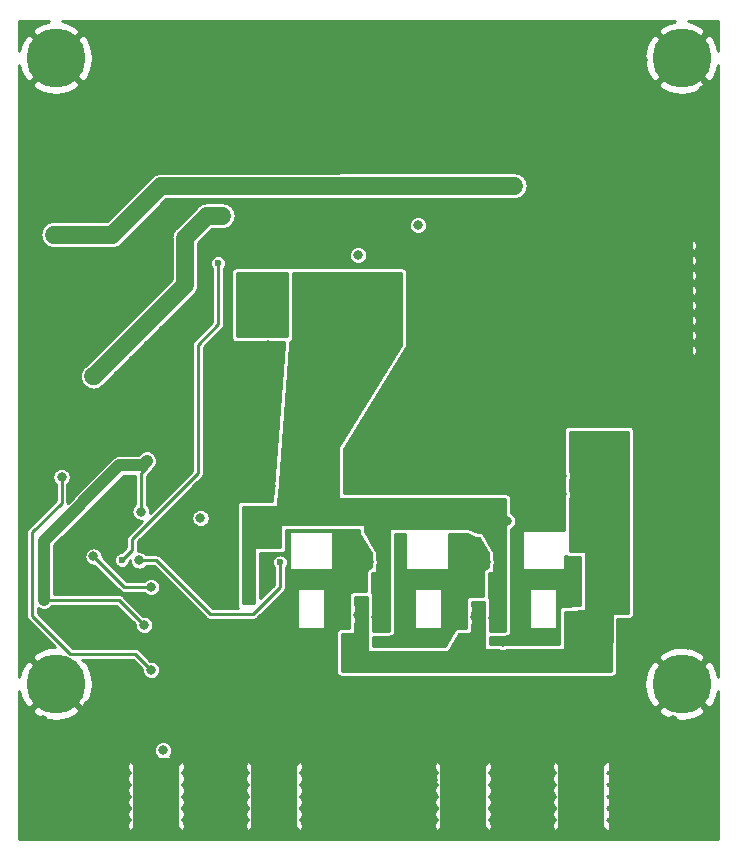
<source format=gbl>
G04 #@! TF.GenerationSoftware,KiCad,Pcbnew,(5.1.4)-1*
G04 #@! TF.CreationDate,2020-03-14T09:34:49+01:00*
G04 #@! TF.ProjectId,wave_gen_amp,77617665-5f67-4656-9e5f-616d702e6b69,rev?*
G04 #@! TF.SameCoordinates,Original*
G04 #@! TF.FileFunction,Copper,L2,Bot*
G04 #@! TF.FilePolarity,Positive*
%FSLAX46Y46*%
G04 Gerber Fmt 4.6, Leading zero omitted, Abs format (unit mm)*
G04 Created by KiCad (PCBNEW (5.1.4)-1) date 2020-03-14 09:34:49*
%MOMM*%
%LPD*%
G04 APERTURE LIST*
%ADD10C,5.000000*%
%ADD11C,0.100000*%
%ADD12C,1.700000*%
%ADD13C,0.600000*%
%ADD14R,9.500000X10.900000*%
%ADD15C,0.800000*%
%ADD16R,4.000000X7.000000*%
%ADD17C,1.500000*%
%ADD18C,0.250000*%
%ADD19C,1.000000*%
%ADD20C,0.254000*%
G04 APERTURE END LIST*
D10*
X139500000Y-112500000D03*
X192500000Y-112500000D03*
X192500000Y-59500000D03*
X139500000Y-59500000D03*
D11*
G36*
X171624594Y-102751203D02*
G01*
X171648853Y-102754802D01*
X171672642Y-102760761D01*
X171695733Y-102769023D01*
X171717902Y-102779508D01*
X171738937Y-102792116D01*
X171758635Y-102806725D01*
X171776806Y-102823194D01*
X171793275Y-102841365D01*
X171807884Y-102861063D01*
X171820492Y-102882098D01*
X171830977Y-102904267D01*
X171839239Y-102927358D01*
X171845198Y-102951147D01*
X171848797Y-102975406D01*
X171850000Y-102999900D01*
X171850000Y-104200100D01*
X171848797Y-104224594D01*
X171845198Y-104248853D01*
X171839239Y-104272642D01*
X171830977Y-104295733D01*
X171820492Y-104317902D01*
X171807884Y-104338937D01*
X171793275Y-104358635D01*
X171776806Y-104376806D01*
X171758635Y-104393275D01*
X171738937Y-104407884D01*
X171717902Y-104420492D01*
X171695733Y-104430977D01*
X171672642Y-104439239D01*
X171648853Y-104445198D01*
X171624594Y-104448797D01*
X171600100Y-104450000D01*
X170399900Y-104450000D01*
X170375406Y-104448797D01*
X170351147Y-104445198D01*
X170327358Y-104439239D01*
X170304267Y-104430977D01*
X170282098Y-104420492D01*
X170261063Y-104407884D01*
X170241365Y-104393275D01*
X170223194Y-104376806D01*
X170206725Y-104358635D01*
X170192116Y-104338937D01*
X170179508Y-104317902D01*
X170169023Y-104295733D01*
X170160761Y-104272642D01*
X170154802Y-104248853D01*
X170151203Y-104224594D01*
X170150000Y-104200100D01*
X170150000Y-102999900D01*
X170151203Y-102975406D01*
X170154802Y-102951147D01*
X170160761Y-102927358D01*
X170169023Y-102904267D01*
X170179508Y-102882098D01*
X170192116Y-102861063D01*
X170206725Y-102841365D01*
X170223194Y-102823194D01*
X170241365Y-102806725D01*
X170261063Y-102792116D01*
X170282098Y-102779508D01*
X170304267Y-102769023D01*
X170327358Y-102760761D01*
X170351147Y-102754802D01*
X170375406Y-102751203D01*
X170399900Y-102750000D01*
X171600100Y-102750000D01*
X171624594Y-102751203D01*
X171624594Y-102751203D01*
G37*
D12*
X171000000Y-103600000D03*
D13*
X170450000Y-104150000D03*
X170450000Y-103600000D03*
X170450000Y-103050000D03*
X171000000Y-104150000D03*
X171000000Y-103600000D03*
X171000000Y-103050000D03*
X171550000Y-104150000D03*
X171550000Y-103600000D03*
X171550000Y-103050000D03*
D11*
G36*
X161724594Y-102751203D02*
G01*
X161748853Y-102754802D01*
X161772642Y-102760761D01*
X161795733Y-102769023D01*
X161817902Y-102779508D01*
X161838937Y-102792116D01*
X161858635Y-102806725D01*
X161876806Y-102823194D01*
X161893275Y-102841365D01*
X161907884Y-102861063D01*
X161920492Y-102882098D01*
X161930977Y-102904267D01*
X161939239Y-102927358D01*
X161945198Y-102951147D01*
X161948797Y-102975406D01*
X161950000Y-102999900D01*
X161950000Y-104200100D01*
X161948797Y-104224594D01*
X161945198Y-104248853D01*
X161939239Y-104272642D01*
X161930977Y-104295733D01*
X161920492Y-104317902D01*
X161907884Y-104338937D01*
X161893275Y-104358635D01*
X161876806Y-104376806D01*
X161858635Y-104393275D01*
X161838937Y-104407884D01*
X161817902Y-104420492D01*
X161795733Y-104430977D01*
X161772642Y-104439239D01*
X161748853Y-104445198D01*
X161724594Y-104448797D01*
X161700100Y-104450000D01*
X160499900Y-104450000D01*
X160475406Y-104448797D01*
X160451147Y-104445198D01*
X160427358Y-104439239D01*
X160404267Y-104430977D01*
X160382098Y-104420492D01*
X160361063Y-104407884D01*
X160341365Y-104393275D01*
X160323194Y-104376806D01*
X160306725Y-104358635D01*
X160292116Y-104338937D01*
X160279508Y-104317902D01*
X160269023Y-104295733D01*
X160260761Y-104272642D01*
X160254802Y-104248853D01*
X160251203Y-104224594D01*
X160250000Y-104200100D01*
X160250000Y-102999900D01*
X160251203Y-102975406D01*
X160254802Y-102951147D01*
X160260761Y-102927358D01*
X160269023Y-102904267D01*
X160279508Y-102882098D01*
X160292116Y-102861063D01*
X160306725Y-102841365D01*
X160323194Y-102823194D01*
X160341365Y-102806725D01*
X160361063Y-102792116D01*
X160382098Y-102779508D01*
X160404267Y-102769023D01*
X160427358Y-102760761D01*
X160451147Y-102754802D01*
X160475406Y-102751203D01*
X160499900Y-102750000D01*
X161700100Y-102750000D01*
X161724594Y-102751203D01*
X161724594Y-102751203D01*
G37*
D12*
X161100000Y-103600000D03*
D13*
X160550000Y-104150000D03*
X160550000Y-103600000D03*
X160550000Y-103050000D03*
X161100000Y-104150000D03*
X161100000Y-103600000D03*
X161100000Y-103050000D03*
X161650000Y-104150000D03*
X161650000Y-103600000D03*
X161650000Y-103050000D03*
D11*
G36*
X181424594Y-102751203D02*
G01*
X181448853Y-102754802D01*
X181472642Y-102760761D01*
X181495733Y-102769023D01*
X181517902Y-102779508D01*
X181538937Y-102792116D01*
X181558635Y-102806725D01*
X181576806Y-102823194D01*
X181593275Y-102841365D01*
X181607884Y-102861063D01*
X181620492Y-102882098D01*
X181630977Y-102904267D01*
X181639239Y-102927358D01*
X181645198Y-102951147D01*
X181648797Y-102975406D01*
X181650000Y-102999900D01*
X181650000Y-104200100D01*
X181648797Y-104224594D01*
X181645198Y-104248853D01*
X181639239Y-104272642D01*
X181630977Y-104295733D01*
X181620492Y-104317902D01*
X181607884Y-104338937D01*
X181593275Y-104358635D01*
X181576806Y-104376806D01*
X181558635Y-104393275D01*
X181538937Y-104407884D01*
X181517902Y-104420492D01*
X181495733Y-104430977D01*
X181472642Y-104439239D01*
X181448853Y-104445198D01*
X181424594Y-104448797D01*
X181400100Y-104450000D01*
X180199900Y-104450000D01*
X180175406Y-104448797D01*
X180151147Y-104445198D01*
X180127358Y-104439239D01*
X180104267Y-104430977D01*
X180082098Y-104420492D01*
X180061063Y-104407884D01*
X180041365Y-104393275D01*
X180023194Y-104376806D01*
X180006725Y-104358635D01*
X179992116Y-104338937D01*
X179979508Y-104317902D01*
X179969023Y-104295733D01*
X179960761Y-104272642D01*
X179954802Y-104248853D01*
X179951203Y-104224594D01*
X179950000Y-104200100D01*
X179950000Y-102999900D01*
X179951203Y-102975406D01*
X179954802Y-102951147D01*
X179960761Y-102927358D01*
X179969023Y-102904267D01*
X179979508Y-102882098D01*
X179992116Y-102861063D01*
X180006725Y-102841365D01*
X180023194Y-102823194D01*
X180041365Y-102806725D01*
X180061063Y-102792116D01*
X180082098Y-102779508D01*
X180104267Y-102769023D01*
X180127358Y-102760761D01*
X180151147Y-102754802D01*
X180175406Y-102751203D01*
X180199900Y-102750000D01*
X181400100Y-102750000D01*
X181424594Y-102751203D01*
X181424594Y-102751203D01*
G37*
D12*
X180800000Y-103600000D03*
D13*
X180250000Y-104150000D03*
X180250000Y-103600000D03*
X180250000Y-103050000D03*
X180800000Y-104150000D03*
X180800000Y-103600000D03*
X180800000Y-103050000D03*
X181350000Y-104150000D03*
X181350000Y-103600000D03*
X181350000Y-103050000D03*
D14*
X188750000Y-79850000D03*
D15*
X185130000Y-84240000D03*
X185130000Y-82970000D03*
X185130000Y-81700000D03*
X185130000Y-80430000D03*
X185130000Y-79160000D03*
X185130000Y-77890000D03*
X185130000Y-76620000D03*
X185130000Y-75350000D03*
X186400000Y-84240000D03*
X186400000Y-82970000D03*
X186400000Y-81700000D03*
X186400000Y-80430000D03*
X186400000Y-79160000D03*
X186400000Y-77890000D03*
X186400000Y-76620000D03*
X186400000Y-75350000D03*
X187670000Y-84240000D03*
X187670000Y-82970000D03*
X187670000Y-81700000D03*
X187670000Y-80430000D03*
X187670000Y-79160000D03*
X187670000Y-77890000D03*
X187670000Y-76620000D03*
X187670000Y-75350000D03*
X188940000Y-84240000D03*
X188940000Y-82970000D03*
X188940000Y-81700000D03*
X188940000Y-80430000D03*
X188940000Y-79160000D03*
X188940000Y-77890000D03*
X188940000Y-76620000D03*
X188940000Y-75350000D03*
X190210000Y-84240000D03*
X190210000Y-82970000D03*
X190210000Y-81700000D03*
X190210000Y-80430000D03*
X190210000Y-79160000D03*
X190210000Y-77890000D03*
X190210000Y-76620000D03*
X190210000Y-75350000D03*
X191480000Y-84240000D03*
X191480000Y-82970000D03*
X191480000Y-81700000D03*
X191480000Y-80430000D03*
X191480000Y-79160000D03*
X191480000Y-77890000D03*
X191480000Y-76620000D03*
X191480000Y-75350000D03*
X192750000Y-84240000D03*
X192750000Y-82970000D03*
X192750000Y-81700000D03*
X192750000Y-80430000D03*
X192750000Y-79160000D03*
X192750000Y-77890000D03*
X192750000Y-76620000D03*
X192750000Y-75350000D03*
D13*
X175500000Y-121500000D03*
X175500000Y-122500000D03*
X173500000Y-122500000D03*
X175500000Y-119500000D03*
X175500000Y-123500000D03*
X174500000Y-120500000D03*
X175500000Y-120500000D03*
X173500000Y-124500000D03*
X174500000Y-123500000D03*
X173500000Y-119500000D03*
X174500000Y-124500000D03*
X175500000Y-124500000D03*
X174500000Y-122500000D03*
X174500000Y-121500000D03*
X174500000Y-119500000D03*
X173500000Y-121500000D03*
X173500000Y-120500000D03*
X173500000Y-123500000D03*
X172500000Y-121500000D03*
X172500000Y-122500000D03*
X172500000Y-119500000D03*
X172500000Y-123500000D03*
X172500000Y-120500000D03*
X172500000Y-124500000D03*
X182500000Y-121500000D03*
X182500000Y-122500000D03*
X182500000Y-119500000D03*
X182500000Y-123500000D03*
X182500000Y-120500000D03*
X182500000Y-124500000D03*
X183500000Y-121500000D03*
X183500000Y-122500000D03*
X183500000Y-119500000D03*
X183500000Y-123500000D03*
X183500000Y-120500000D03*
X183500000Y-124500000D03*
X184500000Y-121500000D03*
X184500000Y-122500000D03*
X184500000Y-119500000D03*
X184500000Y-123500000D03*
X184500000Y-120500000D03*
X184500000Y-124500000D03*
X185500000Y-124500000D03*
X185500000Y-123500000D03*
X185500000Y-122500000D03*
X185500000Y-121500000D03*
X185500000Y-120500000D03*
X185500000Y-119500000D03*
D16*
X184000000Y-122250200D03*
X174000000Y-122250200D03*
D13*
X149500000Y-121500000D03*
X149500000Y-122500000D03*
X147500000Y-122500000D03*
X149500000Y-119500000D03*
X149500000Y-123500000D03*
X148500000Y-120500000D03*
X149500000Y-120500000D03*
X147500000Y-124500000D03*
X148500000Y-123500000D03*
X147500000Y-119500000D03*
X148500000Y-124500000D03*
X149500000Y-124500000D03*
X148500000Y-122500000D03*
X148500000Y-121500000D03*
X148500000Y-119500000D03*
X147500000Y-121500000D03*
X147500000Y-120500000D03*
X147500000Y-123500000D03*
X146500000Y-121500000D03*
X146500000Y-122500000D03*
X146500000Y-119500000D03*
X146500000Y-123500000D03*
X146500000Y-120500000D03*
X146500000Y-124500000D03*
X156500000Y-121500000D03*
X156500000Y-122500000D03*
X156500000Y-119500000D03*
X156500000Y-123500000D03*
X156500000Y-120500000D03*
X156500000Y-124500000D03*
X157500000Y-121500000D03*
X157500000Y-122500000D03*
X157500000Y-119500000D03*
X157500000Y-123500000D03*
X157500000Y-120500000D03*
X157500000Y-124500000D03*
X158500000Y-121500000D03*
X158500000Y-122500000D03*
X158500000Y-119500000D03*
X158500000Y-123500000D03*
X158500000Y-120500000D03*
X158500000Y-124500000D03*
X159500000Y-124500000D03*
X159500000Y-123500000D03*
X159500000Y-122500000D03*
X159500000Y-121500000D03*
X159500000Y-120500000D03*
X159500000Y-119500000D03*
D16*
X158000000Y-122250200D03*
X148000000Y-122250200D03*
D15*
X170180000Y-73660000D03*
X165100000Y-76200000D03*
X148590000Y-118110000D03*
X151765000Y-98425000D03*
X144780000Y-78740000D03*
X144780000Y-81280000D03*
X163830000Y-57150000D03*
X166370000Y-57150000D03*
X168910000Y-57150000D03*
X168910000Y-59690000D03*
X166370000Y-59690000D03*
X163830000Y-59690000D03*
X163830000Y-62230000D03*
X166370000Y-62230000D03*
X168910000Y-62230000D03*
X163600000Y-101300000D03*
X165500000Y-101300000D03*
X164550000Y-101300000D03*
X168700000Y-100250000D03*
X168700000Y-102150000D03*
X168700000Y-101200000D03*
X178650000Y-105300000D03*
X178650000Y-108150000D03*
X178650000Y-107200000D03*
X178650000Y-106250000D03*
X188700000Y-108850000D03*
X188700000Y-107650000D03*
X156300000Y-95700000D03*
X157750000Y-95700000D03*
D13*
X163300000Y-105150000D03*
X164250000Y-107050000D03*
X164250000Y-106100000D03*
X163350000Y-106100000D03*
X163350000Y-107050000D03*
D15*
X177350000Y-108950000D03*
X167350000Y-108950000D03*
D13*
X180800000Y-98500000D03*
D15*
X166000000Y-102200000D03*
X175900000Y-102200000D03*
D13*
X174150000Y-106150000D03*
X173250000Y-106150000D03*
X173200000Y-105200000D03*
X173250000Y-107100000D03*
X174150000Y-107100000D03*
D15*
X168850000Y-105300000D03*
X168850000Y-106250000D03*
X168850000Y-107200000D03*
X168850000Y-108150000D03*
X178400000Y-100000000D03*
X178400000Y-100950000D03*
X178400000Y-101950000D03*
X152400000Y-58420000D03*
X154940000Y-58420000D03*
X157480000Y-58420000D03*
X160020000Y-58420000D03*
X162560000Y-58420000D03*
X165100000Y-58420000D03*
X167640000Y-58420000D03*
X170180000Y-58420000D03*
X152400000Y-60960000D03*
X160020000Y-60960000D03*
X162560000Y-60960000D03*
X165100000Y-60960000D03*
X167640000Y-60960000D03*
X170180000Y-60960000D03*
X152400000Y-63500000D03*
X160020000Y-63500000D03*
X162560000Y-63500000D03*
X165100000Y-63500000D03*
X167640000Y-63500000D03*
X170180000Y-63500000D03*
X160020000Y-66040000D03*
X162560000Y-66040000D03*
X165100000Y-66040000D03*
X167640000Y-66040000D03*
X170180000Y-66040000D03*
X170180000Y-68580000D03*
X157480000Y-73660000D03*
X165100000Y-73660000D03*
X167640000Y-73660000D03*
X160020000Y-76200000D03*
X162560000Y-76200000D03*
D13*
X150000000Y-99600000D03*
D15*
X167640000Y-76200000D03*
X170180000Y-76200000D03*
X172720000Y-58420000D03*
X175260000Y-58420000D03*
X172720000Y-60960000D03*
X182880000Y-66040000D03*
X185420000Y-66040000D03*
X187960000Y-66040000D03*
X190500000Y-66040000D03*
X193040000Y-66040000D03*
X193040000Y-68580000D03*
X190500000Y-68580000D03*
X187960000Y-68580000D03*
X185420000Y-68580000D03*
X182880000Y-68580000D03*
X182880000Y-71120000D03*
X185420000Y-71120000D03*
X187960000Y-71120000D03*
X190500000Y-71120000D03*
X193040000Y-71120000D03*
X193040000Y-73660000D03*
X190500000Y-73660000D03*
X187960000Y-73660000D03*
X185420000Y-73660000D03*
X182880000Y-73660000D03*
X193040000Y-86360000D03*
X193040000Y-88900000D03*
X193040000Y-91440000D03*
X193040000Y-93980000D03*
X193040000Y-96520000D03*
X193040000Y-99060000D03*
X193040000Y-101600000D03*
X193040000Y-104140000D03*
X193040000Y-106680000D03*
X190500000Y-106680000D03*
X190500000Y-104140000D03*
X190500000Y-101600000D03*
X190500000Y-99060000D03*
X190500000Y-96520000D03*
X190500000Y-93980000D03*
X187960000Y-111760000D03*
X187960000Y-119380000D03*
X187960000Y-121920000D03*
X187960000Y-124460000D03*
X190500000Y-124460000D03*
X193040000Y-124460000D03*
X193040000Y-121920000D03*
X193040000Y-119380000D03*
X193040000Y-116840000D03*
X190500000Y-116840000D03*
X190500000Y-119380000D03*
X190500000Y-121920000D03*
X182880000Y-114300000D03*
X162560000Y-119380000D03*
X170180000Y-119380000D03*
X170180000Y-121920000D03*
X167640000Y-121920000D03*
X165100000Y-121920000D03*
X162560000Y-121920000D03*
X162560000Y-124460000D03*
X165100000Y-124460000D03*
X167640000Y-124460000D03*
X170180000Y-124460000D03*
X157480000Y-106680000D03*
X157480000Y-109220000D03*
X157480000Y-111760000D03*
X157480000Y-114300000D03*
X147320000Y-116840000D03*
X144780000Y-116840000D03*
X142240000Y-116840000D03*
X139700000Y-116840000D03*
X137160000Y-116840000D03*
X137160000Y-119380000D03*
X139700000Y-119380000D03*
X142240000Y-119380000D03*
X144780000Y-119380000D03*
X144780000Y-121920000D03*
X142240000Y-121920000D03*
X139700000Y-121920000D03*
X137160000Y-121920000D03*
X137160000Y-124460000D03*
X139700000Y-124460000D03*
X142240000Y-124460000D03*
X144780000Y-124460000D03*
X149860000Y-91440000D03*
X149860000Y-88900000D03*
X142240000Y-78740000D03*
X142240000Y-68580000D03*
X142240000Y-66040000D03*
X142240000Y-63500000D03*
X139700000Y-63500000D03*
X139700000Y-66040000D03*
X139700000Y-68580000D03*
X139700000Y-71120000D03*
X137160000Y-98920000D03*
X137160000Y-96380000D03*
X137160000Y-93840000D03*
X137160000Y-91300000D03*
X137160000Y-78740000D03*
X137160000Y-76200000D03*
X137160000Y-73660000D03*
X137160000Y-73660000D03*
X137160000Y-71120000D03*
X137160000Y-68580000D03*
X137160000Y-66040000D03*
X137160000Y-63500000D03*
X163830000Y-113030000D03*
X165100000Y-113030000D03*
X166370000Y-113030000D03*
X167640000Y-113030000D03*
X168910000Y-113030000D03*
X173990000Y-113030000D03*
X175260000Y-113030000D03*
X176530000Y-113030000D03*
X177800000Y-113030000D03*
X162560000Y-110490000D03*
X161290000Y-110490000D03*
X160020000Y-110490000D03*
X158750000Y-110490000D03*
X137160000Y-109220000D03*
X139700000Y-106680000D03*
X139700000Y-91440000D03*
X142240000Y-91440000D03*
X144780000Y-91440000D03*
X147320000Y-88900000D03*
X147320000Y-86360000D03*
X147320000Y-83820000D03*
X142240000Y-83820000D03*
X142240000Y-81280000D03*
X142240000Y-71120000D03*
X144780000Y-71120000D03*
X144780000Y-68580000D03*
X144780000Y-66040000D03*
X144780000Y-76200000D03*
X144780000Y-86360000D03*
X149860000Y-93980000D03*
X157480000Y-76200000D03*
X152400000Y-68580000D03*
X152400000Y-66040000D03*
X172720000Y-73660000D03*
X172720000Y-76200000D03*
X172720000Y-78740000D03*
X172720000Y-81280000D03*
X172720000Y-83820000D03*
X172720000Y-68580000D03*
X172720000Y-66040000D03*
X172720000Y-63500000D03*
X193040000Y-63500000D03*
X190500000Y-63500000D03*
X190500000Y-63500000D03*
X193040000Y-109220000D03*
X190500000Y-109220000D03*
X151130000Y-120650000D03*
X151130000Y-121920000D03*
X151130000Y-123190000D03*
X151130000Y-124460000D03*
X164465000Y-94615000D03*
X164465000Y-95885000D03*
X147320000Y-114300000D03*
X144780000Y-114300000D03*
X142240000Y-114300000D03*
X144780000Y-111760000D03*
X151765000Y-100965000D03*
X151765000Y-99695000D03*
D13*
X143700000Y-99300000D03*
D15*
X177800000Y-93980000D03*
X180340000Y-96520000D03*
X180340000Y-93980000D03*
X171450000Y-77470000D03*
X171450000Y-74930000D03*
X171450000Y-72390000D03*
X168910000Y-72390000D03*
X166370000Y-72390000D03*
X166370000Y-74930000D03*
X168910000Y-74930000D03*
X163830000Y-74930000D03*
X171450000Y-80010000D03*
X171450000Y-82550000D03*
X171450000Y-85090000D03*
X182350000Y-94850000D03*
X179070000Y-95250000D03*
X182350000Y-96450000D03*
X189230000Y-95250000D03*
X189230000Y-97790000D03*
X189230000Y-100330000D03*
X189230000Y-102870000D03*
X189230000Y-105410000D03*
X191770000Y-105410000D03*
X191770000Y-102870000D03*
X191770000Y-100330000D03*
X191770000Y-97790000D03*
X191770000Y-95250000D03*
X191770000Y-92710000D03*
X191770000Y-72390000D03*
X191770000Y-69850000D03*
X191770000Y-67310000D03*
X191770000Y-64770000D03*
X189230000Y-62230000D03*
X189230000Y-64770000D03*
X189230000Y-67310000D03*
X189230000Y-69850000D03*
X189230000Y-72390000D03*
X186690000Y-72390000D03*
X184150000Y-72390000D03*
X181610000Y-72390000D03*
X181610000Y-67310000D03*
X184150000Y-67310000D03*
X186690000Y-67310000D03*
X186690000Y-69850000D03*
X184150000Y-69850000D03*
X181610000Y-69850000D03*
X189230000Y-59690000D03*
X189230000Y-57150000D03*
X173990000Y-59690000D03*
X171450000Y-67310000D03*
X168910000Y-67310000D03*
X161290000Y-67310000D03*
X158750000Y-67310000D03*
X158750000Y-64770000D03*
X161290000Y-64770000D03*
X163830000Y-64770000D03*
X166370000Y-64770000D03*
X168910000Y-64770000D03*
X171450000Y-64770000D03*
X171450000Y-62230000D03*
X161290000Y-62230000D03*
X158750000Y-62230000D03*
X153670000Y-62230000D03*
X153670000Y-59690000D03*
X158750000Y-59690000D03*
X161290000Y-59690000D03*
X171450000Y-59690000D03*
X173990000Y-57150000D03*
X171450000Y-57150000D03*
X161290000Y-57150000D03*
X158750000Y-57150000D03*
X156210000Y-57150000D03*
X153670000Y-57150000D03*
X151130000Y-57150000D03*
X151130000Y-59690000D03*
X156210000Y-110490000D03*
X156210000Y-107950000D03*
X158750000Y-107950000D03*
X158750000Y-113030000D03*
X158750000Y-115570000D03*
X161290000Y-118110000D03*
X161290000Y-120650000D03*
X161290000Y-123190000D03*
X163830000Y-123190000D03*
X163830000Y-120650000D03*
X163830000Y-118110000D03*
X166370000Y-118110000D03*
X166370000Y-120650000D03*
X166370000Y-123190000D03*
X168910000Y-123190000D03*
X168910000Y-120650000D03*
X168910000Y-118110000D03*
X171450000Y-118110000D03*
X171450000Y-120650000D03*
X171450000Y-123190000D03*
X143510000Y-123190000D03*
X140970000Y-123190000D03*
X138430000Y-123190000D03*
X138430000Y-120650000D03*
X140970000Y-120650000D03*
X143510000Y-120650000D03*
X143510000Y-118110000D03*
X140970000Y-118110000D03*
X138430000Y-118110000D03*
X143510000Y-115570000D03*
X146050000Y-115570000D03*
X148590000Y-115570000D03*
X146050000Y-113030000D03*
X143510000Y-113030000D03*
X138430000Y-115570000D03*
X138430000Y-95250000D03*
X138430000Y-92710000D03*
X140970000Y-92710000D03*
X143510000Y-92710000D03*
X146050000Y-92710000D03*
X146050000Y-87630000D03*
X146050000Y-85090000D03*
X148590000Y-85090000D03*
X148590000Y-87630000D03*
X146050000Y-74930000D03*
X143510000Y-72390000D03*
X140970000Y-72390000D03*
X138430000Y-72390000D03*
X138430000Y-69850000D03*
X138430000Y-67310000D03*
X138430000Y-64770000D03*
X140970000Y-64770000D03*
X140970000Y-67310000D03*
X140970000Y-69850000D03*
X143510000Y-69850000D03*
X143510000Y-67310000D03*
X142240000Y-57150000D03*
X176530000Y-57150000D03*
X179070000Y-57150000D03*
X189230000Y-123190000D03*
X189230000Y-120650000D03*
X189230000Y-118110000D03*
X191770000Y-118110000D03*
X191770000Y-120650000D03*
X191770000Y-123190000D03*
X194310000Y-123190000D03*
X194310000Y-120650000D03*
X194310000Y-118110000D03*
X194310000Y-115570000D03*
X191770000Y-115570000D03*
X189230000Y-115570000D03*
D13*
X157200000Y-102200000D03*
D15*
X184150000Y-115570000D03*
X181610000Y-115570000D03*
X184150000Y-113030000D03*
X191770000Y-107950000D03*
X194310000Y-107950000D03*
X194310000Y-105410000D03*
X194310000Y-102870000D03*
X194310000Y-100330000D03*
X194310000Y-97790000D03*
X194310000Y-90170000D03*
X194310000Y-87630000D03*
X194310000Y-85090000D03*
X194310000Y-82550000D03*
X194310000Y-80010000D03*
X194310000Y-77470000D03*
X194310000Y-74930000D03*
X194310000Y-72390000D03*
X194310000Y-69850000D03*
X194310000Y-67310000D03*
X194310000Y-64770000D03*
X194310000Y-62230000D03*
X140970000Y-82550000D03*
X140970000Y-80010000D03*
X140970000Y-77470000D03*
X143510000Y-77470000D03*
X143510000Y-80010000D03*
X143510000Y-82550000D03*
X146050000Y-77470000D03*
X137160000Y-81280000D03*
X137160000Y-83820000D03*
X146050000Y-118110000D03*
D13*
X167750000Y-95800000D03*
X166500000Y-95800000D03*
X182800000Y-105700000D03*
X155050000Y-84100000D03*
D15*
X194310000Y-95250000D03*
X194310000Y-92710000D03*
X191770000Y-90170000D03*
X189230000Y-90170000D03*
X189230000Y-92710000D03*
X190500000Y-91440000D03*
X190500000Y-88900000D03*
X190500000Y-86360000D03*
X191770000Y-87630000D03*
X189230000Y-87630000D03*
X186690000Y-87630000D03*
X184150000Y-87630000D03*
X185420000Y-86360000D03*
X187960000Y-86360000D03*
X172720000Y-86360000D03*
X170180000Y-86360000D03*
X170180000Y-83820000D03*
X170180000Y-81280000D03*
X170180000Y-78740000D03*
X166370000Y-91440000D03*
X168910000Y-91440000D03*
X171450000Y-91440000D03*
X173990000Y-91440000D03*
X173990000Y-93980000D03*
X171450000Y-93980000D03*
X172720000Y-95250000D03*
X172720000Y-92710000D03*
X170180000Y-92710000D03*
X156210000Y-113030000D03*
X154940000Y-124460000D03*
X154940000Y-123190000D03*
X154940000Y-121920000D03*
X154940000Y-120650000D03*
X151130000Y-119380000D03*
X149860000Y-116840000D03*
X149860000Y-114300000D03*
X149860000Y-111760000D03*
X149860000Y-109220000D03*
X151130000Y-110490000D03*
X151130000Y-113030000D03*
X151130000Y-115570000D03*
X151130000Y-118110000D03*
X149860000Y-86360000D03*
X149860000Y-83820000D03*
X148590000Y-82550000D03*
X151130000Y-82550000D03*
X148590000Y-90170000D03*
X148590000Y-92710000D03*
X152400000Y-86360000D03*
X154940000Y-86360000D03*
X157480000Y-86360000D03*
X156210000Y-87630000D03*
X153670000Y-87630000D03*
X153670000Y-85090000D03*
X156210000Y-85090000D03*
X157480000Y-83820000D03*
X156210000Y-59690000D03*
X156210000Y-62230000D03*
X154940000Y-60960000D03*
X157480000Y-60960000D03*
X173990000Y-82550000D03*
X173990000Y-80010000D03*
X173990000Y-77470000D03*
X175260000Y-78740000D03*
X175260000Y-81280000D03*
X175260000Y-83820000D03*
X175260000Y-76200000D03*
X173990000Y-67310000D03*
X173990000Y-64770000D03*
X173990000Y-62230000D03*
X175260000Y-60960000D03*
X175260000Y-63500000D03*
X175260000Y-66040000D03*
X175260000Y-68580000D03*
X167640000Y-68580000D03*
X165100000Y-68580000D03*
X162560000Y-68580000D03*
X160020000Y-68580000D03*
X163830000Y-67310000D03*
X166370000Y-67310000D03*
X146050000Y-69850000D03*
X146050000Y-67310000D03*
X168910000Y-87630000D03*
X171450000Y-87630000D03*
X174450000Y-110400000D03*
X174450000Y-109150000D03*
X164500000Y-110150000D03*
X164500000Y-108900000D03*
X185150000Y-96450000D03*
X185150000Y-94900000D03*
D13*
X184700000Y-103800000D03*
X185400000Y-107600000D03*
X184500000Y-107600000D03*
X183700000Y-107600000D03*
D15*
X165600000Y-105850000D03*
X165100000Y-106650000D03*
X165550000Y-107550000D03*
X175450000Y-107700000D03*
X175000000Y-106800000D03*
X175500000Y-106000000D03*
D13*
X184100000Y-91600000D03*
X183300000Y-91600000D03*
X183300000Y-92350000D03*
X184100000Y-92350000D03*
X184100000Y-93200000D03*
X183300000Y-93200000D03*
X183750000Y-97800000D03*
X185800000Y-104000000D03*
X185700000Y-105100000D03*
X185650000Y-92400000D03*
X185650000Y-91600000D03*
X184850000Y-91600000D03*
X184850000Y-92400000D03*
X184850000Y-93200000D03*
X184550000Y-97800000D03*
X185450000Y-97800000D03*
X185650000Y-93200000D03*
D15*
X157650000Y-98550000D03*
X156200000Y-98550000D03*
X177700000Y-98700000D03*
X176350000Y-98700000D03*
X167250000Y-107550000D03*
X166650000Y-106800000D03*
X167300000Y-106100000D03*
X155850000Y-103450000D03*
X155850000Y-104450000D03*
X155850000Y-105400000D03*
X177150000Y-107650000D03*
X176550000Y-106900000D03*
X177200000Y-106200000D03*
X166550000Y-98700000D03*
X167800000Y-98650000D03*
D13*
X160200000Y-78300000D03*
X161044444Y-78300000D03*
X161888888Y-78300000D03*
X162733332Y-78300000D03*
X163577776Y-78300000D03*
X164422220Y-78300000D03*
X165266664Y-78300000D03*
X166111108Y-78300000D03*
X166955552Y-78300000D03*
X167800000Y-78300000D03*
X163200000Y-80300000D03*
X163200000Y-79300000D03*
X160800000Y-80300000D03*
X160800000Y-79300000D03*
D15*
X139350000Y-74450000D03*
X178325000Y-70325000D03*
D13*
X157700000Y-80550000D03*
X158700000Y-80550000D03*
X158200000Y-81100000D03*
X158650000Y-81650000D03*
X157650000Y-81650000D03*
X157700000Y-79800000D03*
X158700000Y-79800000D03*
X158250000Y-79250000D03*
X158750000Y-78850000D03*
X157750000Y-78850000D03*
X158700000Y-77950000D03*
X157750000Y-77950000D03*
X156850000Y-77950000D03*
X155950000Y-77950000D03*
X156850000Y-78850000D03*
X155950000Y-78850000D03*
X155950000Y-78850000D03*
D15*
X140000000Y-95000000D03*
X147600000Y-111300000D03*
X142720999Y-86420999D03*
X147200000Y-93600000D03*
X146700000Y-97900000D03*
X138500000Y-105350000D03*
X147000000Y-107500000D03*
D13*
X153600000Y-72850000D03*
D15*
X142700000Y-101700000D03*
X147575000Y-104300000D03*
X146590747Y-102040747D03*
D13*
X158500000Y-102200000D03*
X145100000Y-102000000D03*
X153250000Y-76850000D03*
D17*
X144300000Y-74450000D02*
X139350000Y-74450000D01*
X148400000Y-70350000D02*
X144300000Y-74450000D01*
X178325000Y-70325000D02*
X148400000Y-70350000D01*
D18*
X137508001Y-99645001D02*
X137508001Y-106708001D01*
X140000000Y-95000000D02*
X140000000Y-97153002D01*
X140000000Y-97153002D02*
X137508001Y-99645001D01*
X140745001Y-109945001D02*
X146245001Y-109945001D01*
X137508001Y-106708001D02*
X140745001Y-109945001D01*
X146245001Y-109945001D02*
X147600000Y-111300000D01*
X147600000Y-111300000D02*
X147600000Y-111300000D01*
D17*
X142720999Y-86420999D02*
X142691998Y-86450000D01*
D18*
X147200000Y-94165685D02*
X146700000Y-94665685D01*
X147200000Y-93600000D02*
X147200000Y-94165685D01*
X146700000Y-94665685D02*
X146700000Y-97900000D01*
X138500000Y-105350000D02*
X144850000Y-105350000D01*
X144850000Y-105350000D02*
X147000000Y-107500000D01*
D17*
X150445999Y-78695999D02*
X150445999Y-74704001D01*
X150445999Y-78695999D02*
X142720999Y-86420999D01*
X150445999Y-74704001D02*
X152300000Y-72850000D01*
X152300000Y-72850000D02*
X153600000Y-72850000D01*
D19*
X146800001Y-93999999D02*
X147200000Y-93600000D01*
X144900000Y-94000000D02*
X146800001Y-93999999D01*
X138500000Y-105350000D02*
X138500000Y-100400000D01*
X138500000Y-100400000D02*
X144900000Y-94000000D01*
D18*
X142700000Y-101700000D02*
X143099999Y-102099999D01*
X145300000Y-104300000D02*
X147575000Y-104300000D01*
X145300000Y-104300000D02*
X143099999Y-102099999D01*
X148040747Y-102040747D02*
X146590747Y-102040747D01*
X152600000Y-106600000D02*
X148040747Y-102040747D01*
X156200000Y-106600000D02*
X152600000Y-106600000D01*
X158500000Y-102200000D02*
X158500000Y-104300000D01*
X158500000Y-104300000D02*
X156200000Y-106600000D01*
X145974999Y-101125001D02*
X145974999Y-100225001D01*
X145100000Y-102000000D02*
X145974999Y-101125001D01*
X145974999Y-100225001D02*
X151100000Y-95100000D01*
X151521009Y-94678991D02*
X151521009Y-83778991D01*
X151100000Y-95100000D02*
X151521009Y-94678991D01*
X151521009Y-83778991D02*
X153250000Y-82050000D01*
X153250000Y-82050000D02*
X153250000Y-76850000D01*
D20*
G36*
X138882169Y-56411010D02*
G01*
X138291408Y-56590897D01*
X137752627Y-56878882D01*
X137476457Y-57296852D01*
X139500000Y-59320395D01*
X141523543Y-57296852D01*
X141247373Y-56878882D01*
X140702443Y-56588351D01*
X140111304Y-56409713D01*
X140073193Y-56406000D01*
X191932492Y-56406000D01*
X191882169Y-56411010D01*
X191291408Y-56590897D01*
X190752627Y-56878882D01*
X190476457Y-57296852D01*
X192500000Y-59320395D01*
X194523543Y-57296852D01*
X194247373Y-56878882D01*
X193702443Y-56588351D01*
X193111304Y-56409713D01*
X193073193Y-56406000D01*
X195594001Y-56406000D01*
X195594001Y-58932502D01*
X195588990Y-58882169D01*
X195409103Y-58291408D01*
X195121118Y-57752627D01*
X194703148Y-57476457D01*
X192679605Y-59500000D01*
X194703148Y-61523543D01*
X195121118Y-61247373D01*
X195411649Y-60702443D01*
X195590287Y-60111304D01*
X195594001Y-60073183D01*
X195594000Y-111932494D01*
X195588990Y-111882169D01*
X195409103Y-111291408D01*
X195121118Y-110752627D01*
X194703148Y-110476457D01*
X192679605Y-112500000D01*
X194703148Y-114523543D01*
X195121118Y-114247373D01*
X195411649Y-113702443D01*
X195590287Y-113111304D01*
X195594000Y-113073191D01*
X195594000Y-125594000D01*
X136406000Y-125594000D01*
X136406000Y-119590355D01*
X145564829Y-119590355D01*
X145600426Y-119771061D01*
X145670592Y-119941351D01*
X145672237Y-119944425D01*
X145770143Y-119949751D01*
X145820392Y-120000000D01*
X145770143Y-120050249D01*
X145672237Y-120055575D01*
X145601438Y-120225603D01*
X145565172Y-120406176D01*
X145564829Y-120590355D01*
X145600426Y-120771061D01*
X145670592Y-120941351D01*
X145672237Y-120944425D01*
X145770143Y-120949751D01*
X145820392Y-121000000D01*
X145770143Y-121050249D01*
X145672237Y-121055575D01*
X145601438Y-121225603D01*
X145565172Y-121406176D01*
X145564829Y-121590355D01*
X145600426Y-121771061D01*
X145670592Y-121941351D01*
X145672237Y-121944425D01*
X145770143Y-121949751D01*
X145820392Y-122000000D01*
X145770143Y-122050249D01*
X145672237Y-122055575D01*
X145601438Y-122225603D01*
X145565172Y-122406176D01*
X145564829Y-122590355D01*
X145600426Y-122771061D01*
X145670592Y-122941351D01*
X145672237Y-122944425D01*
X145770143Y-122949751D01*
X145820392Y-123000000D01*
X145770143Y-123050249D01*
X145672237Y-123055575D01*
X145601438Y-123225603D01*
X145565172Y-123406176D01*
X145564829Y-123590355D01*
X145600426Y-123771061D01*
X145670592Y-123941351D01*
X145672237Y-123944425D01*
X145770143Y-123949751D01*
X145820392Y-124000000D01*
X145770143Y-124050249D01*
X145672237Y-124055575D01*
X145601438Y-124225603D01*
X145565172Y-124406176D01*
X145564829Y-124590355D01*
X145600426Y-124771061D01*
X145670592Y-124941351D01*
X145672237Y-124944425D01*
X145865459Y-124954936D01*
X146320395Y-124500000D01*
X146306253Y-124485858D01*
X146365459Y-124426651D01*
X146406176Y-124434828D01*
X146565118Y-124435124D01*
X146564829Y-124590355D01*
X146573503Y-124634387D01*
X146514143Y-124693748D01*
X146500000Y-124679605D01*
X146045064Y-125134541D01*
X146055575Y-125327763D01*
X146225603Y-125398562D01*
X146406176Y-125434828D01*
X146590355Y-125435171D01*
X146771061Y-125399574D01*
X146941351Y-125329408D01*
X146944425Y-125327763D01*
X146949751Y-125229857D01*
X147000000Y-125179608D01*
X147050249Y-125229857D01*
X147055575Y-125327763D01*
X147225603Y-125398562D01*
X147406176Y-125434828D01*
X147590355Y-125435171D01*
X147771061Y-125399574D01*
X147941351Y-125329408D01*
X147944425Y-125327763D01*
X147949751Y-125229857D01*
X148000000Y-125179608D01*
X148050249Y-125229857D01*
X148055575Y-125327763D01*
X148225603Y-125398562D01*
X148406176Y-125434828D01*
X148590355Y-125435171D01*
X148771061Y-125399574D01*
X148941351Y-125329408D01*
X148944425Y-125327763D01*
X148949751Y-125229857D01*
X149000000Y-125179608D01*
X149050249Y-125229857D01*
X149055575Y-125327763D01*
X149225603Y-125398562D01*
X149406176Y-125434828D01*
X149590355Y-125435171D01*
X149771061Y-125399574D01*
X149941351Y-125329408D01*
X149944425Y-125327763D01*
X149954936Y-125134541D01*
X149500000Y-124679605D01*
X149485858Y-124693748D01*
X149426651Y-124634541D01*
X149434828Y-124593824D01*
X149435124Y-124434882D01*
X149590355Y-124435171D01*
X149634387Y-124426497D01*
X149693748Y-124485858D01*
X149679605Y-124500000D01*
X150134541Y-124954936D01*
X150327763Y-124944425D01*
X150398562Y-124774397D01*
X150434828Y-124593824D01*
X150435171Y-124409645D01*
X150399574Y-124228939D01*
X150329408Y-124058649D01*
X150327763Y-124055575D01*
X150229857Y-124050249D01*
X150179608Y-124000000D01*
X150229857Y-123949751D01*
X150327763Y-123944425D01*
X150398562Y-123774397D01*
X150434828Y-123593824D01*
X150435171Y-123409645D01*
X150399574Y-123228939D01*
X150329408Y-123058649D01*
X150327763Y-123055575D01*
X150229857Y-123050249D01*
X150179608Y-123000000D01*
X150229857Y-122949751D01*
X150327763Y-122944425D01*
X150398562Y-122774397D01*
X150434828Y-122593824D01*
X150435171Y-122409645D01*
X150399574Y-122228939D01*
X150329408Y-122058649D01*
X150327763Y-122055575D01*
X150229857Y-122050249D01*
X150179608Y-122000000D01*
X150229857Y-121949751D01*
X150327763Y-121944425D01*
X150398562Y-121774397D01*
X150434828Y-121593824D01*
X150435171Y-121409645D01*
X150399574Y-121228939D01*
X150329408Y-121058649D01*
X150327763Y-121055575D01*
X150229857Y-121050249D01*
X150179608Y-121000000D01*
X150229857Y-120949751D01*
X150327763Y-120944425D01*
X150398562Y-120774397D01*
X150434828Y-120593824D01*
X150435171Y-120409645D01*
X150399574Y-120228939D01*
X150329408Y-120058649D01*
X150327763Y-120055575D01*
X150229857Y-120050249D01*
X150179608Y-120000000D01*
X150229857Y-119949751D01*
X150327763Y-119944425D01*
X150398562Y-119774397D01*
X150434828Y-119593824D01*
X150434834Y-119590355D01*
X155564829Y-119590355D01*
X155600426Y-119771061D01*
X155670592Y-119941351D01*
X155672237Y-119944425D01*
X155770143Y-119949751D01*
X155820392Y-120000000D01*
X155770143Y-120050249D01*
X155672237Y-120055575D01*
X155601438Y-120225603D01*
X155565172Y-120406176D01*
X155564829Y-120590355D01*
X155600426Y-120771061D01*
X155670592Y-120941351D01*
X155672237Y-120944425D01*
X155770143Y-120949751D01*
X155820392Y-121000000D01*
X155770143Y-121050249D01*
X155672237Y-121055575D01*
X155601438Y-121225603D01*
X155565172Y-121406176D01*
X155564829Y-121590355D01*
X155600426Y-121771061D01*
X155670592Y-121941351D01*
X155672237Y-121944425D01*
X155770143Y-121949751D01*
X155820392Y-122000000D01*
X155770143Y-122050249D01*
X155672237Y-122055575D01*
X155601438Y-122225603D01*
X155565172Y-122406176D01*
X155564829Y-122590355D01*
X155600426Y-122771061D01*
X155670592Y-122941351D01*
X155672237Y-122944425D01*
X155770143Y-122949751D01*
X155820392Y-123000000D01*
X155770143Y-123050249D01*
X155672237Y-123055575D01*
X155601438Y-123225603D01*
X155565172Y-123406176D01*
X155564829Y-123590355D01*
X155600426Y-123771061D01*
X155670592Y-123941351D01*
X155672237Y-123944425D01*
X155770143Y-123949751D01*
X155820392Y-124000000D01*
X155770143Y-124050249D01*
X155672237Y-124055575D01*
X155601438Y-124225603D01*
X155565172Y-124406176D01*
X155564829Y-124590355D01*
X155600426Y-124771061D01*
X155670592Y-124941351D01*
X155672237Y-124944425D01*
X155865459Y-124954936D01*
X156320395Y-124500000D01*
X156306253Y-124485858D01*
X156365459Y-124426651D01*
X156406176Y-124434828D01*
X156565118Y-124435124D01*
X156564829Y-124590355D01*
X156573503Y-124634387D01*
X156514143Y-124693748D01*
X156500000Y-124679605D01*
X156045064Y-125134541D01*
X156055575Y-125327763D01*
X156225603Y-125398562D01*
X156406176Y-125434828D01*
X156590355Y-125435171D01*
X156771061Y-125399574D01*
X156941351Y-125329408D01*
X156944425Y-125327763D01*
X156949751Y-125229857D01*
X157000000Y-125179608D01*
X157050249Y-125229857D01*
X157055575Y-125327763D01*
X157225603Y-125398562D01*
X157406176Y-125434828D01*
X157590355Y-125435171D01*
X157771061Y-125399574D01*
X157941351Y-125329408D01*
X157944425Y-125327763D01*
X157949751Y-125229857D01*
X158000000Y-125179608D01*
X158050249Y-125229857D01*
X158055575Y-125327763D01*
X158225603Y-125398562D01*
X158406176Y-125434828D01*
X158590355Y-125435171D01*
X158771061Y-125399574D01*
X158941351Y-125329408D01*
X158944425Y-125327763D01*
X158949751Y-125229857D01*
X159000000Y-125179608D01*
X159050249Y-125229857D01*
X159055575Y-125327763D01*
X159225603Y-125398562D01*
X159406176Y-125434828D01*
X159590355Y-125435171D01*
X159771061Y-125399574D01*
X159941351Y-125329408D01*
X159944425Y-125327763D01*
X159954936Y-125134541D01*
X159500000Y-124679605D01*
X159485858Y-124693748D01*
X159426651Y-124634541D01*
X159434828Y-124593824D01*
X159435124Y-124434882D01*
X159590355Y-124435171D01*
X159634387Y-124426497D01*
X159693748Y-124485858D01*
X159679605Y-124500000D01*
X160134541Y-124954936D01*
X160327763Y-124944425D01*
X160398562Y-124774397D01*
X160434828Y-124593824D01*
X160435171Y-124409645D01*
X160399574Y-124228939D01*
X160329408Y-124058649D01*
X160327763Y-124055575D01*
X160229857Y-124050249D01*
X160179608Y-124000000D01*
X160229857Y-123949751D01*
X160327763Y-123944425D01*
X160398562Y-123774397D01*
X160434828Y-123593824D01*
X160435171Y-123409645D01*
X160399574Y-123228939D01*
X160329408Y-123058649D01*
X160327763Y-123055575D01*
X160229857Y-123050249D01*
X160179608Y-123000000D01*
X160229857Y-122949751D01*
X160327763Y-122944425D01*
X160398562Y-122774397D01*
X160434828Y-122593824D01*
X160435171Y-122409645D01*
X160399574Y-122228939D01*
X160329408Y-122058649D01*
X160327763Y-122055575D01*
X160229857Y-122050249D01*
X160179608Y-122000000D01*
X160229857Y-121949751D01*
X160327763Y-121944425D01*
X160398562Y-121774397D01*
X160434828Y-121593824D01*
X160435171Y-121409645D01*
X160399574Y-121228939D01*
X160329408Y-121058649D01*
X160327763Y-121055575D01*
X160229857Y-121050249D01*
X160179608Y-121000000D01*
X160229857Y-120949751D01*
X160327763Y-120944425D01*
X160398562Y-120774397D01*
X160434828Y-120593824D01*
X160435171Y-120409645D01*
X160399574Y-120228939D01*
X160329408Y-120058649D01*
X160327763Y-120055575D01*
X160229857Y-120050249D01*
X160179608Y-120000000D01*
X160229857Y-119949751D01*
X160327763Y-119944425D01*
X160398562Y-119774397D01*
X160434828Y-119593824D01*
X160434834Y-119590355D01*
X171564829Y-119590355D01*
X171600426Y-119771061D01*
X171670592Y-119941351D01*
X171672237Y-119944425D01*
X171770143Y-119949751D01*
X171820392Y-120000000D01*
X171770143Y-120050249D01*
X171672237Y-120055575D01*
X171601438Y-120225603D01*
X171565172Y-120406176D01*
X171564829Y-120590355D01*
X171600426Y-120771061D01*
X171670592Y-120941351D01*
X171672237Y-120944425D01*
X171770143Y-120949751D01*
X171820392Y-121000000D01*
X171770143Y-121050249D01*
X171672237Y-121055575D01*
X171601438Y-121225603D01*
X171565172Y-121406176D01*
X171564829Y-121590355D01*
X171600426Y-121771061D01*
X171670592Y-121941351D01*
X171672237Y-121944425D01*
X171770143Y-121949751D01*
X171820392Y-122000000D01*
X171770143Y-122050249D01*
X171672237Y-122055575D01*
X171601438Y-122225603D01*
X171565172Y-122406176D01*
X171564829Y-122590355D01*
X171600426Y-122771061D01*
X171670592Y-122941351D01*
X171672237Y-122944425D01*
X171770143Y-122949751D01*
X171820392Y-123000000D01*
X171770143Y-123050249D01*
X171672237Y-123055575D01*
X171601438Y-123225603D01*
X171565172Y-123406176D01*
X171564829Y-123590355D01*
X171600426Y-123771061D01*
X171670592Y-123941351D01*
X171672237Y-123944425D01*
X171770143Y-123949751D01*
X171820392Y-124000000D01*
X171770143Y-124050249D01*
X171672237Y-124055575D01*
X171601438Y-124225603D01*
X171565172Y-124406176D01*
X171564829Y-124590355D01*
X171600426Y-124771061D01*
X171670592Y-124941351D01*
X171672237Y-124944425D01*
X171865459Y-124954936D01*
X172320395Y-124500000D01*
X172306253Y-124485858D01*
X172365459Y-124426651D01*
X172406176Y-124434828D01*
X172565118Y-124435124D01*
X172564829Y-124590355D01*
X172573503Y-124634387D01*
X172514143Y-124693748D01*
X172500000Y-124679605D01*
X172045064Y-125134541D01*
X172055575Y-125327763D01*
X172225603Y-125398562D01*
X172406176Y-125434828D01*
X172590355Y-125435171D01*
X172771061Y-125399574D01*
X172941351Y-125329408D01*
X172944425Y-125327763D01*
X172949751Y-125229857D01*
X173000000Y-125179608D01*
X173050249Y-125229857D01*
X173055575Y-125327763D01*
X173225603Y-125398562D01*
X173406176Y-125434828D01*
X173590355Y-125435171D01*
X173771061Y-125399574D01*
X173941351Y-125329408D01*
X173944425Y-125327763D01*
X173949751Y-125229857D01*
X174000000Y-125179608D01*
X174050249Y-125229857D01*
X174055575Y-125327763D01*
X174225603Y-125398562D01*
X174406176Y-125434828D01*
X174590355Y-125435171D01*
X174771061Y-125399574D01*
X174941351Y-125329408D01*
X174944425Y-125327763D01*
X174949751Y-125229857D01*
X175000000Y-125179608D01*
X175050249Y-125229857D01*
X175055575Y-125327763D01*
X175225603Y-125398562D01*
X175406176Y-125434828D01*
X175590355Y-125435171D01*
X175771061Y-125399574D01*
X175941351Y-125329408D01*
X175944425Y-125327763D01*
X175954936Y-125134541D01*
X175500000Y-124679605D01*
X175485858Y-124693748D01*
X175426651Y-124634541D01*
X175434828Y-124593824D01*
X175435124Y-124434882D01*
X175590355Y-124435171D01*
X175634387Y-124426497D01*
X175693748Y-124485858D01*
X175679605Y-124500000D01*
X176134541Y-124954936D01*
X176327763Y-124944425D01*
X176398562Y-124774397D01*
X176434828Y-124593824D01*
X176435171Y-124409645D01*
X176399574Y-124228939D01*
X176329408Y-124058649D01*
X176327763Y-124055575D01*
X176229857Y-124050249D01*
X176179608Y-124000000D01*
X176229857Y-123949751D01*
X176327763Y-123944425D01*
X176398562Y-123774397D01*
X176434828Y-123593824D01*
X176435171Y-123409645D01*
X176399574Y-123228939D01*
X176329408Y-123058649D01*
X176327763Y-123055575D01*
X176229857Y-123050249D01*
X176179608Y-123000000D01*
X176229857Y-122949751D01*
X176327763Y-122944425D01*
X176398562Y-122774397D01*
X176434828Y-122593824D01*
X176435171Y-122409645D01*
X176399574Y-122228939D01*
X176329408Y-122058649D01*
X176327763Y-122055575D01*
X176229857Y-122050249D01*
X176179608Y-122000000D01*
X176229857Y-121949751D01*
X176327763Y-121944425D01*
X176398562Y-121774397D01*
X176434828Y-121593824D01*
X176435171Y-121409645D01*
X176399574Y-121228939D01*
X176329408Y-121058649D01*
X176327763Y-121055575D01*
X176229857Y-121050249D01*
X176179608Y-121000000D01*
X176229857Y-120949751D01*
X176327763Y-120944425D01*
X176398562Y-120774397D01*
X176434828Y-120593824D01*
X176435171Y-120409645D01*
X176399574Y-120228939D01*
X176329408Y-120058649D01*
X176327763Y-120055575D01*
X176229857Y-120050249D01*
X176179608Y-120000000D01*
X176229857Y-119949751D01*
X176327763Y-119944425D01*
X176398562Y-119774397D01*
X176434828Y-119593824D01*
X176434834Y-119590355D01*
X181564829Y-119590355D01*
X181600426Y-119771061D01*
X181670592Y-119941351D01*
X181672237Y-119944425D01*
X181770143Y-119949751D01*
X181820392Y-120000000D01*
X181770143Y-120050249D01*
X181672237Y-120055575D01*
X181601438Y-120225603D01*
X181565172Y-120406176D01*
X181564829Y-120590355D01*
X181600426Y-120771061D01*
X181670592Y-120941351D01*
X181672237Y-120944425D01*
X181770143Y-120949751D01*
X181820392Y-121000000D01*
X181770143Y-121050249D01*
X181672237Y-121055575D01*
X181601438Y-121225603D01*
X181565172Y-121406176D01*
X181564829Y-121590355D01*
X181600426Y-121771061D01*
X181670592Y-121941351D01*
X181672237Y-121944425D01*
X181770143Y-121949751D01*
X181820392Y-122000000D01*
X181770143Y-122050249D01*
X181672237Y-122055575D01*
X181601438Y-122225603D01*
X181565172Y-122406176D01*
X181564829Y-122590355D01*
X181600426Y-122771061D01*
X181670592Y-122941351D01*
X181672237Y-122944425D01*
X181770143Y-122949751D01*
X181820392Y-123000000D01*
X181770143Y-123050249D01*
X181672237Y-123055575D01*
X181601438Y-123225603D01*
X181565172Y-123406176D01*
X181564829Y-123590355D01*
X181600426Y-123771061D01*
X181670592Y-123941351D01*
X181672237Y-123944425D01*
X181770143Y-123949751D01*
X181820392Y-124000000D01*
X181770143Y-124050249D01*
X181672237Y-124055575D01*
X181601438Y-124225603D01*
X181565172Y-124406176D01*
X181564829Y-124590355D01*
X181600426Y-124771061D01*
X181670592Y-124941351D01*
X181672237Y-124944425D01*
X181865459Y-124954936D01*
X182320395Y-124500000D01*
X182306253Y-124485858D01*
X182365459Y-124426651D01*
X182406176Y-124434828D01*
X182565118Y-124435124D01*
X182564829Y-124590355D01*
X182573503Y-124634387D01*
X182514143Y-124693748D01*
X182500000Y-124679605D01*
X182045064Y-125134541D01*
X182055575Y-125327763D01*
X182225603Y-125398562D01*
X182406176Y-125434828D01*
X182590355Y-125435171D01*
X182771061Y-125399574D01*
X182941351Y-125329408D01*
X182944425Y-125327763D01*
X182949751Y-125229857D01*
X183000000Y-125179608D01*
X183050249Y-125229857D01*
X183055575Y-125327763D01*
X183225603Y-125398562D01*
X183406176Y-125434828D01*
X183590355Y-125435171D01*
X183771061Y-125399574D01*
X183941351Y-125329408D01*
X183944425Y-125327763D01*
X183949751Y-125229857D01*
X184000000Y-125179608D01*
X184050249Y-125229857D01*
X184055575Y-125327763D01*
X184225603Y-125398562D01*
X184406176Y-125434828D01*
X184590355Y-125435171D01*
X184771061Y-125399574D01*
X184941351Y-125329408D01*
X184944425Y-125327763D01*
X184949751Y-125229857D01*
X185000000Y-125179608D01*
X185050249Y-125229857D01*
X185055575Y-125327763D01*
X185225603Y-125398562D01*
X185406176Y-125434828D01*
X185590355Y-125435171D01*
X185771061Y-125399574D01*
X185941351Y-125329408D01*
X185944425Y-125327763D01*
X185954936Y-125134541D01*
X185500000Y-124679605D01*
X185485858Y-124693748D01*
X185426651Y-124634541D01*
X185434828Y-124593824D01*
X185435124Y-124434882D01*
X185590355Y-124435171D01*
X185634387Y-124426497D01*
X185693748Y-124485858D01*
X185679605Y-124500000D01*
X186134541Y-124954936D01*
X186327763Y-124944425D01*
X186398562Y-124774397D01*
X186434828Y-124593824D01*
X186435171Y-124409645D01*
X186399574Y-124228939D01*
X186329408Y-124058649D01*
X186327763Y-124055575D01*
X186229857Y-124050249D01*
X186179608Y-124000000D01*
X186229857Y-123949751D01*
X186327763Y-123944425D01*
X186398562Y-123774397D01*
X186434828Y-123593824D01*
X186435171Y-123409645D01*
X186399574Y-123228939D01*
X186329408Y-123058649D01*
X186327763Y-123055575D01*
X186229857Y-123050249D01*
X186179608Y-123000000D01*
X186229857Y-122949751D01*
X186327763Y-122944425D01*
X186398562Y-122774397D01*
X186434828Y-122593824D01*
X186435171Y-122409645D01*
X186399574Y-122228939D01*
X186329408Y-122058649D01*
X186327763Y-122055575D01*
X186229857Y-122050249D01*
X186179608Y-122000000D01*
X186229857Y-121949751D01*
X186327763Y-121944425D01*
X186398562Y-121774397D01*
X186434828Y-121593824D01*
X186435171Y-121409645D01*
X186399574Y-121228939D01*
X186329408Y-121058649D01*
X186327763Y-121055575D01*
X186229857Y-121050249D01*
X186179608Y-121000000D01*
X186229857Y-120949751D01*
X186327763Y-120944425D01*
X186398562Y-120774397D01*
X186434828Y-120593824D01*
X186435171Y-120409645D01*
X186399574Y-120228939D01*
X186329408Y-120058649D01*
X186327763Y-120055575D01*
X186229857Y-120050249D01*
X186179608Y-120000000D01*
X186229857Y-119949751D01*
X186327763Y-119944425D01*
X186398562Y-119774397D01*
X186434828Y-119593824D01*
X186435171Y-119409645D01*
X186399574Y-119228939D01*
X186329408Y-119058649D01*
X186327763Y-119055575D01*
X186134541Y-119045064D01*
X185679605Y-119500000D01*
X185693748Y-119514143D01*
X185634541Y-119573349D01*
X185593824Y-119565172D01*
X185434882Y-119564876D01*
X185435171Y-119409645D01*
X185426497Y-119365613D01*
X185485858Y-119306253D01*
X185500000Y-119320395D01*
X185954936Y-118865459D01*
X185944425Y-118672237D01*
X185774397Y-118601438D01*
X185593824Y-118565172D01*
X185409645Y-118564829D01*
X185228939Y-118600426D01*
X185058649Y-118670592D01*
X185055575Y-118672237D01*
X185050249Y-118770143D01*
X185000000Y-118820392D01*
X184949751Y-118770143D01*
X184944425Y-118672237D01*
X184774397Y-118601438D01*
X184593824Y-118565172D01*
X184409645Y-118564829D01*
X184228939Y-118600426D01*
X184058649Y-118670592D01*
X184055575Y-118672237D01*
X184050249Y-118770143D01*
X184000000Y-118820392D01*
X183949751Y-118770143D01*
X183944425Y-118672237D01*
X183774397Y-118601438D01*
X183593824Y-118565172D01*
X183409645Y-118564829D01*
X183228939Y-118600426D01*
X183058649Y-118670592D01*
X183055575Y-118672237D01*
X183050249Y-118770143D01*
X183000000Y-118820392D01*
X182949751Y-118770143D01*
X182944425Y-118672237D01*
X182774397Y-118601438D01*
X182593824Y-118565172D01*
X182409645Y-118564829D01*
X182228939Y-118600426D01*
X182058649Y-118670592D01*
X182055575Y-118672237D01*
X182045064Y-118865459D01*
X182500000Y-119320395D01*
X182514143Y-119306253D01*
X182573349Y-119365459D01*
X182565172Y-119406176D01*
X182564876Y-119565118D01*
X182409645Y-119564829D01*
X182365613Y-119573503D01*
X182306253Y-119514143D01*
X182320395Y-119500000D01*
X181865459Y-119045064D01*
X181672237Y-119055575D01*
X181601438Y-119225603D01*
X181565172Y-119406176D01*
X181564829Y-119590355D01*
X176434834Y-119590355D01*
X176435171Y-119409645D01*
X176399574Y-119228939D01*
X176329408Y-119058649D01*
X176327763Y-119055575D01*
X176134541Y-119045064D01*
X175679605Y-119500000D01*
X175693748Y-119514143D01*
X175634541Y-119573349D01*
X175593824Y-119565172D01*
X175434882Y-119564876D01*
X175435171Y-119409645D01*
X175426497Y-119365613D01*
X175485858Y-119306253D01*
X175500000Y-119320395D01*
X175954936Y-118865459D01*
X175944425Y-118672237D01*
X175774397Y-118601438D01*
X175593824Y-118565172D01*
X175409645Y-118564829D01*
X175228939Y-118600426D01*
X175058649Y-118670592D01*
X175055575Y-118672237D01*
X175050249Y-118770143D01*
X175000000Y-118820392D01*
X174949751Y-118770143D01*
X174944425Y-118672237D01*
X174774397Y-118601438D01*
X174593824Y-118565172D01*
X174409645Y-118564829D01*
X174228939Y-118600426D01*
X174058649Y-118670592D01*
X174055575Y-118672237D01*
X174050249Y-118770143D01*
X174000000Y-118820392D01*
X173949751Y-118770143D01*
X173944425Y-118672237D01*
X173774397Y-118601438D01*
X173593824Y-118565172D01*
X173409645Y-118564829D01*
X173228939Y-118600426D01*
X173058649Y-118670592D01*
X173055575Y-118672237D01*
X173050249Y-118770143D01*
X173000000Y-118820392D01*
X172949751Y-118770143D01*
X172944425Y-118672237D01*
X172774397Y-118601438D01*
X172593824Y-118565172D01*
X172409645Y-118564829D01*
X172228939Y-118600426D01*
X172058649Y-118670592D01*
X172055575Y-118672237D01*
X172045064Y-118865459D01*
X172500000Y-119320395D01*
X172514143Y-119306253D01*
X172573349Y-119365459D01*
X172565172Y-119406176D01*
X172564876Y-119565118D01*
X172409645Y-119564829D01*
X172365613Y-119573503D01*
X172306253Y-119514143D01*
X172320395Y-119500000D01*
X171865459Y-119045064D01*
X171672237Y-119055575D01*
X171601438Y-119225603D01*
X171565172Y-119406176D01*
X171564829Y-119590355D01*
X160434834Y-119590355D01*
X160435171Y-119409645D01*
X160399574Y-119228939D01*
X160329408Y-119058649D01*
X160327763Y-119055575D01*
X160134541Y-119045064D01*
X159679605Y-119500000D01*
X159693748Y-119514143D01*
X159634541Y-119573349D01*
X159593824Y-119565172D01*
X159434882Y-119564876D01*
X159435171Y-119409645D01*
X159426497Y-119365613D01*
X159485858Y-119306253D01*
X159500000Y-119320395D01*
X159954936Y-118865459D01*
X159944425Y-118672237D01*
X159774397Y-118601438D01*
X159593824Y-118565172D01*
X159409645Y-118564829D01*
X159228939Y-118600426D01*
X159058649Y-118670592D01*
X159055575Y-118672237D01*
X159050249Y-118770143D01*
X159000000Y-118820392D01*
X158949751Y-118770143D01*
X158944425Y-118672237D01*
X158774397Y-118601438D01*
X158593824Y-118565172D01*
X158409645Y-118564829D01*
X158228939Y-118600426D01*
X158058649Y-118670592D01*
X158055575Y-118672237D01*
X158050249Y-118770143D01*
X158000000Y-118820392D01*
X157949751Y-118770143D01*
X157944425Y-118672237D01*
X157774397Y-118601438D01*
X157593824Y-118565172D01*
X157409645Y-118564829D01*
X157228939Y-118600426D01*
X157058649Y-118670592D01*
X157055575Y-118672237D01*
X157050249Y-118770143D01*
X157000000Y-118820392D01*
X156949751Y-118770143D01*
X156944425Y-118672237D01*
X156774397Y-118601438D01*
X156593824Y-118565172D01*
X156409645Y-118564829D01*
X156228939Y-118600426D01*
X156058649Y-118670592D01*
X156055575Y-118672237D01*
X156045064Y-118865459D01*
X156500000Y-119320395D01*
X156514143Y-119306253D01*
X156573349Y-119365459D01*
X156565172Y-119406176D01*
X156564876Y-119565118D01*
X156409645Y-119564829D01*
X156365613Y-119573503D01*
X156306253Y-119514143D01*
X156320395Y-119500000D01*
X155865459Y-119045064D01*
X155672237Y-119055575D01*
X155601438Y-119225603D01*
X155565172Y-119406176D01*
X155564829Y-119590355D01*
X150434834Y-119590355D01*
X150435171Y-119409645D01*
X150399574Y-119228939D01*
X150329408Y-119058649D01*
X150327763Y-119055575D01*
X150134541Y-119045064D01*
X149679605Y-119500000D01*
X149693748Y-119514143D01*
X149634541Y-119573349D01*
X149593824Y-119565172D01*
X149434882Y-119564876D01*
X149435171Y-119409645D01*
X149426497Y-119365613D01*
X149485858Y-119306253D01*
X149500000Y-119320395D01*
X149954936Y-118865459D01*
X149944425Y-118672237D01*
X149774397Y-118601438D01*
X149593824Y-118565172D01*
X149409645Y-118564829D01*
X149228939Y-118600426D01*
X149186651Y-118617850D01*
X149196642Y-118607859D01*
X149282113Y-118479942D01*
X149340987Y-118337809D01*
X149371000Y-118186922D01*
X149371000Y-118033078D01*
X149340987Y-117882191D01*
X149282113Y-117740058D01*
X149196642Y-117612141D01*
X149087859Y-117503358D01*
X148959942Y-117417887D01*
X148817809Y-117359013D01*
X148666922Y-117329000D01*
X148513078Y-117329000D01*
X148362191Y-117359013D01*
X148220058Y-117417887D01*
X148092141Y-117503358D01*
X147983358Y-117612141D01*
X147897887Y-117740058D01*
X147839013Y-117882191D01*
X147809000Y-118033078D01*
X147809000Y-118186922D01*
X147839013Y-118337809D01*
X147897887Y-118479942D01*
X147983358Y-118607859D01*
X148055171Y-118679672D01*
X148050249Y-118770143D01*
X148000000Y-118820392D01*
X147949751Y-118770143D01*
X147944425Y-118672237D01*
X147774397Y-118601438D01*
X147593824Y-118565172D01*
X147409645Y-118564829D01*
X147228939Y-118600426D01*
X147058649Y-118670592D01*
X147055575Y-118672237D01*
X147050249Y-118770143D01*
X147000000Y-118820392D01*
X146949751Y-118770143D01*
X146944425Y-118672237D01*
X146774397Y-118601438D01*
X146593824Y-118565172D01*
X146409645Y-118564829D01*
X146228939Y-118600426D01*
X146058649Y-118670592D01*
X146055575Y-118672237D01*
X146045064Y-118865459D01*
X146500000Y-119320395D01*
X146514143Y-119306253D01*
X146573349Y-119365459D01*
X146565172Y-119406176D01*
X146564876Y-119565118D01*
X146409645Y-119564829D01*
X146365613Y-119573503D01*
X146306253Y-119514143D01*
X146320395Y-119500000D01*
X145865459Y-119045064D01*
X145672237Y-119055575D01*
X145601438Y-119225603D01*
X145565172Y-119406176D01*
X145564829Y-119590355D01*
X136406000Y-119590355D01*
X136406000Y-114703148D01*
X137476457Y-114703148D01*
X137752627Y-115121118D01*
X138297557Y-115411649D01*
X138888696Y-115590287D01*
X139503328Y-115650168D01*
X140117831Y-115588990D01*
X140708592Y-115409103D01*
X141247373Y-115121118D01*
X141523543Y-114703148D01*
X190476457Y-114703148D01*
X190752627Y-115121118D01*
X191297557Y-115411649D01*
X191888696Y-115590287D01*
X192503328Y-115650168D01*
X193117831Y-115588990D01*
X193708592Y-115409103D01*
X194247373Y-115121118D01*
X194523543Y-114703148D01*
X192500000Y-112679605D01*
X190476457Y-114703148D01*
X141523543Y-114703148D01*
X139500000Y-112679605D01*
X137476457Y-114703148D01*
X136406000Y-114703148D01*
X136406000Y-113067508D01*
X136411010Y-113117831D01*
X136590897Y-113708592D01*
X136878882Y-114247373D01*
X137296852Y-114523543D01*
X139320395Y-112500000D01*
X137296852Y-110476457D01*
X136878882Y-110752627D01*
X136588351Y-111297557D01*
X136409713Y-111888696D01*
X136406000Y-111926807D01*
X136406000Y-99645001D01*
X136999554Y-99645001D01*
X137002001Y-99669847D01*
X137002002Y-106683145D01*
X136999554Y-106708001D01*
X137009323Y-106807193D01*
X137038256Y-106902575D01*
X137038257Y-106902576D01*
X137085243Y-106990480D01*
X137148475Y-107067528D01*
X137167782Y-107083373D01*
X139439893Y-109355485D01*
X138882169Y-109411010D01*
X138291408Y-109590897D01*
X137752627Y-109878882D01*
X137476457Y-110296852D01*
X139500000Y-112320395D01*
X139514143Y-112306253D01*
X139693748Y-112485858D01*
X139679605Y-112500000D01*
X141703148Y-114523543D01*
X142121118Y-114247373D01*
X142411649Y-113702443D01*
X142590287Y-113111304D01*
X142649519Y-112503328D01*
X189349832Y-112503328D01*
X189411010Y-113117831D01*
X189590897Y-113708592D01*
X189878882Y-114247373D01*
X190296852Y-114523543D01*
X192320395Y-112500000D01*
X190296852Y-110476457D01*
X189878882Y-110752627D01*
X189588351Y-111297557D01*
X189409713Y-111888696D01*
X189349832Y-112503328D01*
X142649519Y-112503328D01*
X142650168Y-112496672D01*
X142588990Y-111882169D01*
X142409103Y-111291408D01*
X142121118Y-110752627D01*
X141703150Y-110476458D01*
X141728607Y-110451001D01*
X146035410Y-110451001D01*
X146819000Y-111234592D01*
X146819000Y-111376922D01*
X146849013Y-111527809D01*
X146907887Y-111669942D01*
X146993358Y-111797859D01*
X147102141Y-111906642D01*
X147230058Y-111992113D01*
X147372191Y-112050987D01*
X147523078Y-112081000D01*
X147676922Y-112081000D01*
X147827809Y-112050987D01*
X147969942Y-111992113D01*
X148097859Y-111906642D01*
X148206642Y-111797859D01*
X148292113Y-111669942D01*
X148350987Y-111527809D01*
X148381000Y-111376922D01*
X148381000Y-111223078D01*
X148350987Y-111072191D01*
X148292113Y-110930058D01*
X148206642Y-110802141D01*
X148097859Y-110693358D01*
X147969942Y-110607887D01*
X147827809Y-110549013D01*
X147676922Y-110519000D01*
X147534592Y-110519000D01*
X146620377Y-109604786D01*
X146604528Y-109585474D01*
X146527480Y-109522242D01*
X146439576Y-109475256D01*
X146344194Y-109446323D01*
X146269855Y-109439001D01*
X146269847Y-109439001D01*
X146245001Y-109436554D01*
X146220155Y-109439001D01*
X140954593Y-109439001D01*
X138014001Y-106498410D01*
X138014001Y-106089182D01*
X138161225Y-106167875D01*
X138327294Y-106218252D01*
X138500000Y-106235262D01*
X138672705Y-106218252D01*
X138838774Y-106167875D01*
X138991824Y-106086068D01*
X139125975Y-105975975D01*
X139224435Y-105856000D01*
X144640409Y-105856000D01*
X146219000Y-107434592D01*
X146219000Y-107576922D01*
X146249013Y-107727809D01*
X146307887Y-107869942D01*
X146393358Y-107997859D01*
X146502141Y-108106642D01*
X146630058Y-108192113D01*
X146772191Y-108250987D01*
X146923078Y-108281000D01*
X147076922Y-108281000D01*
X147227809Y-108250987D01*
X147369942Y-108192113D01*
X147497859Y-108106642D01*
X147606642Y-107997859D01*
X147692113Y-107869942D01*
X147750987Y-107727809D01*
X147781000Y-107576922D01*
X147781000Y-107423078D01*
X147750987Y-107272191D01*
X147692113Y-107130058D01*
X147606642Y-107002141D01*
X147497859Y-106893358D01*
X147369942Y-106807887D01*
X147227809Y-106749013D01*
X147076922Y-106719000D01*
X146934592Y-106719000D01*
X145225376Y-105009785D01*
X145209527Y-104990473D01*
X145132479Y-104927241D01*
X145044575Y-104880255D01*
X144949193Y-104851322D01*
X144874854Y-104844000D01*
X144874846Y-104844000D01*
X144850000Y-104841553D01*
X144825154Y-104844000D01*
X139381000Y-104844000D01*
X139381000Y-101623078D01*
X141919000Y-101623078D01*
X141919000Y-101776922D01*
X141949013Y-101927809D01*
X142007887Y-102069942D01*
X142093358Y-102197859D01*
X142202141Y-102306642D01*
X142330058Y-102392113D01*
X142472191Y-102450987D01*
X142623078Y-102481000D01*
X142765409Y-102481000D01*
X144924628Y-104640220D01*
X144940473Y-104659527D01*
X145017521Y-104722759D01*
X145105425Y-104769745D01*
X145166687Y-104788328D01*
X145200806Y-104798678D01*
X145210694Y-104799652D01*
X145275146Y-104806000D01*
X145275153Y-104806000D01*
X145299999Y-104808447D01*
X145324845Y-104806000D01*
X146976499Y-104806000D01*
X147077141Y-104906642D01*
X147205058Y-104992113D01*
X147347191Y-105050987D01*
X147498078Y-105081000D01*
X147651922Y-105081000D01*
X147802809Y-105050987D01*
X147944942Y-104992113D01*
X148072859Y-104906642D01*
X148181642Y-104797859D01*
X148267113Y-104669942D01*
X148325987Y-104527809D01*
X148356000Y-104376922D01*
X148356000Y-104223078D01*
X148325987Y-104072191D01*
X148267113Y-103930058D01*
X148181642Y-103802141D01*
X148072859Y-103693358D01*
X147944942Y-103607887D01*
X147802809Y-103549013D01*
X147651922Y-103519000D01*
X147498078Y-103519000D01*
X147347191Y-103549013D01*
X147205058Y-103607887D01*
X147077141Y-103693358D01*
X146976499Y-103794000D01*
X145509592Y-103794000D01*
X143481000Y-101765409D01*
X143481000Y-101623078D01*
X143450987Y-101472191D01*
X143392113Y-101330058D01*
X143306642Y-101202141D01*
X143197859Y-101093358D01*
X143069942Y-101007887D01*
X142927809Y-100949013D01*
X142776922Y-100919000D01*
X142623078Y-100919000D01*
X142472191Y-100949013D01*
X142330058Y-101007887D01*
X142202141Y-101093358D01*
X142093358Y-101202141D01*
X142007887Y-101330058D01*
X141949013Y-101472191D01*
X141919000Y-101623078D01*
X139381000Y-101623078D01*
X139381000Y-100764921D01*
X145264922Y-94881000D01*
X146194000Y-94880999D01*
X146194001Y-97301498D01*
X146093358Y-97402141D01*
X146007887Y-97530058D01*
X145949013Y-97672191D01*
X145919000Y-97823078D01*
X145919000Y-97976922D01*
X145949013Y-98127809D01*
X146007887Y-98269942D01*
X146093358Y-98397859D01*
X146202141Y-98506642D01*
X146330058Y-98592113D01*
X146472191Y-98650987D01*
X146623078Y-98681000D01*
X146776922Y-98681000D01*
X146809985Y-98674423D01*
X145634780Y-99849629D01*
X145615473Y-99865474D01*
X145552241Y-99942522D01*
X145527126Y-99989509D01*
X145505254Y-100030427D01*
X145476321Y-100125809D01*
X145466552Y-100225001D01*
X145469000Y-100249857D01*
X145468999Y-100915409D01*
X145065409Y-101319000D01*
X145032927Y-101319000D01*
X144901360Y-101345171D01*
X144777426Y-101396506D01*
X144665888Y-101471033D01*
X144571033Y-101565888D01*
X144496506Y-101677426D01*
X144445171Y-101801360D01*
X144419000Y-101932927D01*
X144419000Y-102067073D01*
X144445171Y-102198640D01*
X144496506Y-102322574D01*
X144571033Y-102434112D01*
X144665888Y-102528967D01*
X144777426Y-102603494D01*
X144901360Y-102654829D01*
X145032927Y-102681000D01*
X145167073Y-102681000D01*
X145298640Y-102654829D01*
X145422574Y-102603494D01*
X145534112Y-102528967D01*
X145628967Y-102434112D01*
X145703494Y-102322574D01*
X145754829Y-102198640D01*
X145781000Y-102067073D01*
X145781000Y-102034591D01*
X145809747Y-102005844D01*
X145809747Y-102117669D01*
X145839760Y-102268556D01*
X145898634Y-102410689D01*
X145984105Y-102538606D01*
X146092888Y-102647389D01*
X146220805Y-102732860D01*
X146362938Y-102791734D01*
X146513825Y-102821747D01*
X146667669Y-102821747D01*
X146818556Y-102791734D01*
X146960689Y-102732860D01*
X147088606Y-102647389D01*
X147189248Y-102546747D01*
X147831156Y-102546747D01*
X152224628Y-106940220D01*
X152240473Y-106959527D01*
X152317521Y-107022759D01*
X152405425Y-107069745D01*
X152478607Y-107091944D01*
X152500806Y-107098678D01*
X152510694Y-107099652D01*
X152575146Y-107106000D01*
X152575153Y-107106000D01*
X152599999Y-107108447D01*
X152624845Y-107106000D01*
X156175154Y-107106000D01*
X156200000Y-107108447D01*
X156224846Y-107106000D01*
X156224854Y-107106000D01*
X156299193Y-107098678D01*
X156394575Y-107069745D01*
X156482479Y-107022759D01*
X156559527Y-106959527D01*
X156575376Y-106940215D01*
X158840222Y-104675370D01*
X158859527Y-104659527D01*
X158922759Y-104582479D01*
X158966845Y-104500000D01*
X159923000Y-104500000D01*
X159923000Y-107750000D01*
X159925440Y-107774776D01*
X159932667Y-107798601D01*
X159944403Y-107820557D01*
X159960197Y-107839803D01*
X159979443Y-107855597D01*
X160001399Y-107867333D01*
X160025224Y-107874560D01*
X160050000Y-107877000D01*
X162150000Y-107877000D01*
X162174776Y-107874560D01*
X162198601Y-107867333D01*
X162220557Y-107855597D01*
X162239803Y-107839803D01*
X162255597Y-107820557D01*
X162267333Y-107798601D01*
X162274560Y-107774776D01*
X162277000Y-107750000D01*
X162277000Y-104500000D01*
X162274560Y-104475224D01*
X162267333Y-104451399D01*
X162255597Y-104429443D01*
X162239803Y-104410197D01*
X162220557Y-104394403D01*
X162198601Y-104382667D01*
X162174776Y-104375440D01*
X162150000Y-104373000D01*
X160050000Y-104373000D01*
X160025224Y-104375440D01*
X160001399Y-104382667D01*
X159979443Y-104394403D01*
X159960197Y-104410197D01*
X159944403Y-104429443D01*
X159932667Y-104451399D01*
X159925440Y-104475224D01*
X159923000Y-104500000D01*
X158966845Y-104500000D01*
X158969745Y-104494575D01*
X158975615Y-104475224D01*
X158998678Y-104399194D01*
X159000306Y-104382667D01*
X159006000Y-104324854D01*
X159006000Y-104324847D01*
X159008447Y-104300001D01*
X159006000Y-104275155D01*
X159006000Y-102657079D01*
X159028967Y-102634112D01*
X159103494Y-102522574D01*
X159154829Y-102398640D01*
X159181000Y-102267073D01*
X159181000Y-102132927D01*
X159154829Y-102001360D01*
X159103494Y-101877426D01*
X159028967Y-101765888D01*
X158934112Y-101671033D01*
X158822574Y-101596506D01*
X158698640Y-101545171D01*
X158567073Y-101519000D01*
X158432927Y-101519000D01*
X158301360Y-101545171D01*
X158177426Y-101596506D01*
X158065888Y-101671033D01*
X157971033Y-101765888D01*
X157896506Y-101877426D01*
X157845171Y-102001360D01*
X157819000Y-102132927D01*
X157819000Y-102267073D01*
X157845171Y-102398640D01*
X157896506Y-102522574D01*
X157971033Y-102634112D01*
X157994000Y-102657079D01*
X157994001Y-104090407D01*
X156831000Y-105253409D01*
X156831000Y-101431000D01*
X158650000Y-101431000D01*
X158724329Y-101423679D01*
X158795802Y-101401998D01*
X158861672Y-101366790D01*
X158919408Y-101319408D01*
X158966790Y-101261672D01*
X159001998Y-101195802D01*
X159023679Y-101124329D01*
X159031000Y-101050000D01*
X159031000Y-99650000D01*
X159273000Y-99650000D01*
X159273000Y-102700000D01*
X159275440Y-102724776D01*
X159282667Y-102748601D01*
X159294403Y-102770557D01*
X159310197Y-102789803D01*
X159329443Y-102805597D01*
X159351399Y-102817333D01*
X159375224Y-102824560D01*
X159400000Y-102827000D01*
X162850000Y-102827000D01*
X162874776Y-102824560D01*
X162898601Y-102817333D01*
X162920557Y-102805597D01*
X162939803Y-102789803D01*
X162955597Y-102770557D01*
X162967333Y-102748601D01*
X162974560Y-102724776D01*
X162977000Y-102700000D01*
X162977000Y-99650000D01*
X162974560Y-99625224D01*
X162967333Y-99601399D01*
X162955597Y-99579443D01*
X162939803Y-99560197D01*
X162920557Y-99544403D01*
X162898601Y-99532667D01*
X162874776Y-99525440D01*
X162850000Y-99523000D01*
X159400000Y-99523000D01*
X159375224Y-99525440D01*
X159351399Y-99532667D01*
X159329443Y-99544403D01*
X159310197Y-99560197D01*
X159294403Y-99579443D01*
X159282667Y-99601399D01*
X159275440Y-99625224D01*
X159273000Y-99650000D01*
X159031000Y-99650000D01*
X159031000Y-99431000D01*
X165169000Y-99431000D01*
X165169000Y-99600000D01*
X165172676Y-99652798D01*
X165190227Y-99725396D01*
X165221603Y-99793175D01*
X166169000Y-101403750D01*
X166169000Y-102622053D01*
X166125671Y-102626321D01*
X166054198Y-102648002D01*
X165988328Y-102683210D01*
X165930592Y-102730592D01*
X165883210Y-102788328D01*
X165848002Y-102854198D01*
X165826321Y-102925671D01*
X165819000Y-103000000D01*
X165819000Y-104619000D01*
X164700000Y-104619000D01*
X164625671Y-104626321D01*
X164554198Y-104648002D01*
X164488328Y-104683210D01*
X164430592Y-104730592D01*
X164383210Y-104788328D01*
X164348002Y-104854198D01*
X164326321Y-104925671D01*
X164319000Y-105000000D01*
X164319000Y-107769000D01*
X163650000Y-107769000D01*
X163575671Y-107776321D01*
X163504198Y-107798002D01*
X163438328Y-107833210D01*
X163380592Y-107880592D01*
X163333210Y-107938328D01*
X163298002Y-108004198D01*
X163276321Y-108075671D01*
X163269000Y-108150000D01*
X163269000Y-111500000D01*
X163276321Y-111574329D01*
X163298002Y-111645802D01*
X163333210Y-111711672D01*
X163380592Y-111769408D01*
X163438328Y-111816790D01*
X163504198Y-111851998D01*
X163575671Y-111873679D01*
X163650000Y-111881000D01*
X186650000Y-111881000D01*
X186720990Y-111874328D01*
X186792654Y-111853286D01*
X186858835Y-111818667D01*
X186916992Y-111771802D01*
X186964887Y-111714492D01*
X187000682Y-111648939D01*
X187023001Y-111577663D01*
X187030985Y-111503402D01*
X187041757Y-110296852D01*
X190476457Y-110296852D01*
X192500000Y-112320395D01*
X194523543Y-110296852D01*
X194247373Y-109878882D01*
X193702443Y-109588351D01*
X193111304Y-109409713D01*
X192496672Y-109349832D01*
X191882169Y-109411010D01*
X191291408Y-109590897D01*
X190752627Y-109878882D01*
X190476457Y-110296852D01*
X187041757Y-110296852D01*
X187071364Y-106981000D01*
X188100000Y-106981000D01*
X188175527Y-106973439D01*
X188246930Y-106951529D01*
X188312687Y-106916110D01*
X188370270Y-106868543D01*
X188417467Y-106810656D01*
X188452464Y-106744673D01*
X188473916Y-106673131D01*
X188480998Y-106598779D01*
X188430998Y-90998779D01*
X188423679Y-90925671D01*
X188401998Y-90854198D01*
X188366790Y-90788328D01*
X188319408Y-90730592D01*
X188261672Y-90683210D01*
X188195802Y-90648002D01*
X188124329Y-90626321D01*
X188050000Y-90619000D01*
X182900000Y-90619000D01*
X182825671Y-90626321D01*
X182754198Y-90648002D01*
X182688328Y-90683210D01*
X182630592Y-90730592D01*
X182583210Y-90788328D01*
X182548002Y-90854198D01*
X182526321Y-90925671D01*
X182519000Y-91000000D01*
X182519000Y-99423000D01*
X179087288Y-99423000D01*
X179062512Y-99425440D01*
X179038687Y-99432667D01*
X179016731Y-99444403D01*
X178997485Y-99460197D01*
X178981691Y-99479443D01*
X178969955Y-99501399D01*
X178962728Y-99525224D01*
X178960288Y-99550000D01*
X178960288Y-102700000D01*
X178962728Y-102724776D01*
X178969955Y-102748601D01*
X178981691Y-102770557D01*
X178997485Y-102789803D01*
X179016731Y-102805597D01*
X179038687Y-102817333D01*
X179062512Y-102824560D01*
X179087288Y-102827000D01*
X182537288Y-102827000D01*
X182562064Y-102824560D01*
X182585889Y-102817333D01*
X182607845Y-102805597D01*
X182627091Y-102789803D01*
X182642885Y-102770557D01*
X182654621Y-102748601D01*
X182661848Y-102724776D01*
X182664288Y-102700000D01*
X182664288Y-101647061D01*
X182688328Y-101666790D01*
X182754198Y-101701998D01*
X182825671Y-101723679D01*
X182900000Y-101731000D01*
X183919000Y-101731000D01*
X183919000Y-105829436D01*
X182489421Y-105869147D01*
X182425671Y-105876321D01*
X182354198Y-105898002D01*
X182288328Y-105933210D01*
X182230592Y-105980592D01*
X182183210Y-106038328D01*
X182148002Y-106104198D01*
X182126321Y-106175671D01*
X182119000Y-106250000D01*
X182119000Y-109119000D01*
X176281000Y-109119000D01*
X176281000Y-108481000D01*
X177650000Y-108481000D01*
X177722143Y-108474107D01*
X177793741Y-108452845D01*
X177859816Y-108418022D01*
X177917828Y-108370979D01*
X177965547Y-108313521D01*
X178001139Y-108247858D01*
X178023238Y-108176513D01*
X178030993Y-108102228D01*
X178052058Y-104500000D01*
X179623000Y-104500000D01*
X179623000Y-107750000D01*
X179625440Y-107774776D01*
X179632667Y-107798601D01*
X179644403Y-107820557D01*
X179660197Y-107839803D01*
X179679443Y-107855597D01*
X179701399Y-107867333D01*
X179725224Y-107874560D01*
X179750000Y-107877000D01*
X181850000Y-107877000D01*
X181874776Y-107874560D01*
X181898601Y-107867333D01*
X181920557Y-107855597D01*
X181939803Y-107839803D01*
X181955597Y-107820557D01*
X181967333Y-107798601D01*
X181974560Y-107774776D01*
X181977000Y-107750000D01*
X181977000Y-104500000D01*
X181974560Y-104475224D01*
X181967333Y-104451399D01*
X181955597Y-104429443D01*
X181939803Y-104410197D01*
X181920557Y-104394403D01*
X181898601Y-104382667D01*
X181874776Y-104375440D01*
X181850000Y-104373000D01*
X179750000Y-104373000D01*
X179725224Y-104375440D01*
X179701399Y-104382667D01*
X179679443Y-104394403D01*
X179660197Y-104410197D01*
X179644403Y-104429443D01*
X179632667Y-104451399D01*
X179625440Y-104475224D01*
X179623000Y-104500000D01*
X178052058Y-104500000D01*
X178080993Y-99552228D01*
X178081000Y-99550000D01*
X178081000Y-99384724D01*
X178197859Y-99306642D01*
X178306642Y-99197859D01*
X178392113Y-99069942D01*
X178450987Y-98927809D01*
X178481000Y-98776922D01*
X178481000Y-98623078D01*
X178450987Y-98472191D01*
X178392113Y-98330058D01*
X178306642Y-98202141D01*
X178197859Y-98093358D01*
X178081000Y-98015276D01*
X178081000Y-96750000D01*
X178073679Y-96675671D01*
X178051998Y-96604198D01*
X178016790Y-96538328D01*
X177969408Y-96480592D01*
X177911672Y-96433210D01*
X177845802Y-96398002D01*
X177774329Y-96376321D01*
X177700000Y-96369000D01*
X163881000Y-96369000D01*
X163881000Y-92607773D01*
X168592278Y-84946441D01*
X184603164Y-84946441D01*
X184626019Y-85149736D01*
X184813184Y-85230577D01*
X185012523Y-85273351D01*
X185216377Y-85276413D01*
X185416912Y-85239647D01*
X185606420Y-85164466D01*
X185633981Y-85149736D01*
X185656836Y-84946441D01*
X185873164Y-84946441D01*
X185896019Y-85149736D01*
X186083184Y-85230577D01*
X186282523Y-85273351D01*
X186486377Y-85276413D01*
X186686912Y-85239647D01*
X186876420Y-85164466D01*
X186903981Y-85149736D01*
X186926836Y-84946441D01*
X187143164Y-84946441D01*
X187166019Y-85149736D01*
X187353184Y-85230577D01*
X187552523Y-85273351D01*
X187756377Y-85276413D01*
X187956912Y-85239647D01*
X188146420Y-85164466D01*
X188173981Y-85149736D01*
X188196836Y-84946441D01*
X188413164Y-84946441D01*
X188436019Y-85149736D01*
X188623184Y-85230577D01*
X188822523Y-85273351D01*
X189026377Y-85276413D01*
X189226912Y-85239647D01*
X189416420Y-85164466D01*
X189443981Y-85149736D01*
X189466836Y-84946441D01*
X189683164Y-84946441D01*
X189706019Y-85149736D01*
X189893184Y-85230577D01*
X190092523Y-85273351D01*
X190296377Y-85276413D01*
X190496912Y-85239647D01*
X190686420Y-85164466D01*
X190713981Y-85149736D01*
X190736836Y-84946441D01*
X190953164Y-84946441D01*
X190976019Y-85149736D01*
X191163184Y-85230577D01*
X191362523Y-85273351D01*
X191566377Y-85276413D01*
X191766912Y-85239647D01*
X191956420Y-85164466D01*
X191983981Y-85149736D01*
X192006836Y-84946441D01*
X192223164Y-84946441D01*
X192246019Y-85149736D01*
X192433184Y-85230577D01*
X192632523Y-85273351D01*
X192836377Y-85276413D01*
X193036912Y-85239647D01*
X193226420Y-85164466D01*
X193253981Y-85149736D01*
X193276836Y-84946441D01*
X192750000Y-84419605D01*
X192223164Y-84946441D01*
X192006836Y-84946441D01*
X191480000Y-84419605D01*
X190953164Y-84946441D01*
X190736836Y-84946441D01*
X190210000Y-84419605D01*
X189683164Y-84946441D01*
X189466836Y-84946441D01*
X188940000Y-84419605D01*
X188413164Y-84946441D01*
X188196836Y-84946441D01*
X187670000Y-84419605D01*
X187143164Y-84946441D01*
X186926836Y-84946441D01*
X186400000Y-84419605D01*
X185873164Y-84946441D01*
X185656836Y-84946441D01*
X185130000Y-84419605D01*
X184603164Y-84946441D01*
X168592278Y-84946441D01*
X168973582Y-84326377D01*
X184093587Y-84326377D01*
X184130353Y-84526912D01*
X184205534Y-84716420D01*
X184220264Y-84743981D01*
X184423559Y-84766836D01*
X184950395Y-84240000D01*
X184423559Y-83713164D01*
X184220264Y-83736019D01*
X184139423Y-83923184D01*
X184096649Y-84122523D01*
X184093587Y-84326377D01*
X168973582Y-84326377D01*
X169174546Y-83999577D01*
X169201998Y-83945802D01*
X169223679Y-83874329D01*
X169231000Y-83800000D01*
X169231000Y-83056377D01*
X184093587Y-83056377D01*
X184130353Y-83256912D01*
X184205534Y-83446420D01*
X184220264Y-83473981D01*
X184423559Y-83496836D01*
X184950395Y-82970000D01*
X184423559Y-82443164D01*
X184220264Y-82466019D01*
X184139423Y-82653184D01*
X184096649Y-82852523D01*
X184093587Y-83056377D01*
X169231000Y-83056377D01*
X169231000Y-81786377D01*
X184093587Y-81786377D01*
X184130353Y-81986912D01*
X184205534Y-82176420D01*
X184220264Y-82203981D01*
X184423559Y-82226836D01*
X184950395Y-81700000D01*
X184423559Y-81173164D01*
X184220264Y-81196019D01*
X184139423Y-81383184D01*
X184096649Y-81582523D01*
X184093587Y-81786377D01*
X169231000Y-81786377D01*
X169231000Y-80516377D01*
X184093587Y-80516377D01*
X184130353Y-80716912D01*
X184205534Y-80906420D01*
X184220264Y-80933981D01*
X184423559Y-80956836D01*
X184950395Y-80430000D01*
X184423559Y-79903164D01*
X184220264Y-79926019D01*
X184139423Y-80113184D01*
X184096649Y-80312523D01*
X184093587Y-80516377D01*
X169231000Y-80516377D01*
X169231000Y-79246377D01*
X184093587Y-79246377D01*
X184130353Y-79446912D01*
X184205534Y-79636420D01*
X184220264Y-79663981D01*
X184423559Y-79686836D01*
X184950395Y-79160000D01*
X184423559Y-78633164D01*
X184220264Y-78656019D01*
X184139423Y-78843184D01*
X184096649Y-79042523D01*
X184093587Y-79246377D01*
X169231000Y-79246377D01*
X169231000Y-77976377D01*
X184093587Y-77976377D01*
X184130353Y-78176912D01*
X184205534Y-78366420D01*
X184220264Y-78393981D01*
X184423559Y-78416836D01*
X184950395Y-77890000D01*
X184423559Y-77363164D01*
X184220264Y-77386019D01*
X184139423Y-77573184D01*
X184096649Y-77772523D01*
X184093587Y-77976377D01*
X169231000Y-77976377D01*
X169231000Y-77600000D01*
X169223679Y-77525671D01*
X169201998Y-77454198D01*
X169166790Y-77388328D01*
X169119408Y-77330592D01*
X169061672Y-77283210D01*
X168995802Y-77248002D01*
X168924329Y-77226321D01*
X168850000Y-77219000D01*
X154750000Y-77219000D01*
X154675671Y-77226321D01*
X154604198Y-77248002D01*
X154538328Y-77283210D01*
X154480592Y-77330592D01*
X154433210Y-77388328D01*
X154398002Y-77454198D01*
X154376321Y-77525671D01*
X154369000Y-77600000D01*
X154369000Y-83200000D01*
X154376321Y-83274329D01*
X154398002Y-83345802D01*
X154433210Y-83411672D01*
X154480592Y-83469408D01*
X154538328Y-83516790D01*
X154604198Y-83551998D01*
X154675671Y-83573679D01*
X154750000Y-83581000D01*
X158819000Y-83581000D01*
X158819000Y-83736059D01*
X157845891Y-97019000D01*
X155200000Y-97019000D01*
X155125671Y-97026321D01*
X155054198Y-97048002D01*
X154988328Y-97083210D01*
X154930592Y-97130592D01*
X154883210Y-97188328D01*
X154848002Y-97254198D01*
X154826321Y-97325671D01*
X154819000Y-97400000D01*
X154819000Y-105800000D01*
X154826321Y-105874329D01*
X154848002Y-105945802D01*
X154883210Y-106011672D01*
X154930592Y-106069408D01*
X154960558Y-106094000D01*
X152809592Y-106094000D01*
X148416123Y-101700532D01*
X148400274Y-101681220D01*
X148323226Y-101617988D01*
X148235322Y-101571002D01*
X148139940Y-101542069D01*
X148065601Y-101534747D01*
X148065593Y-101534747D01*
X148040747Y-101532300D01*
X148015901Y-101534747D01*
X147189248Y-101534747D01*
X147088606Y-101434105D01*
X146960689Y-101348634D01*
X146818556Y-101289760D01*
X146667669Y-101259747D01*
X146513825Y-101259747D01*
X146459622Y-101270529D01*
X146466943Y-101246394D01*
X146473677Y-101224195D01*
X146476892Y-101191553D01*
X146480999Y-101149855D01*
X146480999Y-101149848D01*
X146483446Y-101125002D01*
X146480999Y-101100156D01*
X146480999Y-100434592D01*
X148567513Y-98348078D01*
X150984000Y-98348078D01*
X150984000Y-98501922D01*
X151014013Y-98652809D01*
X151072887Y-98794942D01*
X151158358Y-98922859D01*
X151267141Y-99031642D01*
X151395058Y-99117113D01*
X151537191Y-99175987D01*
X151688078Y-99206000D01*
X151841922Y-99206000D01*
X151992809Y-99175987D01*
X152134942Y-99117113D01*
X152262859Y-99031642D01*
X152371642Y-98922859D01*
X152457113Y-98794942D01*
X152515987Y-98652809D01*
X152546000Y-98501922D01*
X152546000Y-98348078D01*
X152515987Y-98197191D01*
X152457113Y-98055058D01*
X152371642Y-97927141D01*
X152262859Y-97818358D01*
X152134942Y-97732887D01*
X151992809Y-97674013D01*
X151841922Y-97644000D01*
X151688078Y-97644000D01*
X151537191Y-97674013D01*
X151395058Y-97732887D01*
X151267141Y-97818358D01*
X151158358Y-97927141D01*
X151072887Y-98055058D01*
X151014013Y-98197191D01*
X150984000Y-98348078D01*
X148567513Y-98348078D01*
X151475370Y-95440222D01*
X151475374Y-95440217D01*
X151861229Y-95054363D01*
X151880536Y-95038518D01*
X151943768Y-94961470D01*
X151990754Y-94873566D01*
X152019687Y-94778184D01*
X152027009Y-94703845D01*
X152027009Y-94703844D01*
X152029457Y-94678991D01*
X152027009Y-94654137D01*
X152027009Y-83988582D01*
X153590220Y-82425372D01*
X153609527Y-82409527D01*
X153672759Y-82332479D01*
X153719745Y-82244575D01*
X153748678Y-82149193D01*
X153756000Y-82074854D01*
X153756000Y-82074853D01*
X153758448Y-82050000D01*
X153756000Y-82025146D01*
X153756000Y-77307079D01*
X153778967Y-77284112D01*
X153853494Y-77172574D01*
X153904829Y-77048640D01*
X153931000Y-76917073D01*
X153931000Y-76782927D01*
X153904829Y-76651360D01*
X153853494Y-76527426D01*
X153778967Y-76415888D01*
X153684112Y-76321033D01*
X153572574Y-76246506D01*
X153448640Y-76195171D01*
X153317073Y-76169000D01*
X153182927Y-76169000D01*
X153051360Y-76195171D01*
X152927426Y-76246506D01*
X152815888Y-76321033D01*
X152721033Y-76415888D01*
X152646506Y-76527426D01*
X152595171Y-76651360D01*
X152569000Y-76782927D01*
X152569000Y-76917073D01*
X152595171Y-77048640D01*
X152646506Y-77172574D01*
X152721033Y-77284112D01*
X152744001Y-77307080D01*
X152744000Y-81840408D01*
X151180790Y-83403619D01*
X151161483Y-83419464D01*
X151098251Y-83496512D01*
X151087412Y-83516790D01*
X151051264Y-83584417D01*
X151022331Y-83679799D01*
X151012562Y-83778991D01*
X151015010Y-83803847D01*
X151015009Y-94469399D01*
X150759783Y-94724626D01*
X150759778Y-94724630D01*
X147474423Y-98009985D01*
X147481000Y-97976922D01*
X147481000Y-97823078D01*
X147450987Y-97672191D01*
X147392113Y-97530058D01*
X147306642Y-97402141D01*
X147206000Y-97301499D01*
X147206000Y-94875276D01*
X147540220Y-94541057D01*
X147559527Y-94525212D01*
X147622759Y-94448164D01*
X147651469Y-94394452D01*
X147853559Y-94192362D01*
X147936068Y-94091825D01*
X148017875Y-93938775D01*
X148068251Y-93772706D01*
X148085262Y-93600001D01*
X148068251Y-93427295D01*
X148017875Y-93261226D01*
X147936068Y-93108175D01*
X147825974Y-92974026D01*
X147691825Y-92863932D01*
X147538774Y-92782125D01*
X147372705Y-92731749D01*
X147199999Y-92714738D01*
X147027294Y-92731749D01*
X146861225Y-92782125D01*
X146708175Y-92863932D01*
X146607638Y-92946441D01*
X146435080Y-93118999D01*
X144943280Y-93119001D01*
X144900000Y-93114738D01*
X144727294Y-93131749D01*
X144561225Y-93182125D01*
X144408174Y-93263932D01*
X144307637Y-93346441D01*
X144307634Y-93346444D01*
X144274025Y-93374026D01*
X144246443Y-93407635D01*
X140507787Y-97146292D01*
X140506000Y-97128148D01*
X140506000Y-95598501D01*
X140606642Y-95497859D01*
X140692113Y-95369942D01*
X140750987Y-95227809D01*
X140781000Y-95076922D01*
X140781000Y-94923078D01*
X140750987Y-94772191D01*
X140692113Y-94630058D01*
X140606642Y-94502141D01*
X140497859Y-94393358D01*
X140369942Y-94307887D01*
X140227809Y-94249013D01*
X140076922Y-94219000D01*
X139923078Y-94219000D01*
X139772191Y-94249013D01*
X139630058Y-94307887D01*
X139502141Y-94393358D01*
X139393358Y-94502141D01*
X139307887Y-94630058D01*
X139249013Y-94772191D01*
X139219000Y-94923078D01*
X139219000Y-95076922D01*
X139249013Y-95227809D01*
X139307887Y-95369942D01*
X139393358Y-95497859D01*
X139494000Y-95598501D01*
X139494001Y-96943409D01*
X137167786Y-99269625D01*
X137148474Y-99285474D01*
X137085242Y-99362522D01*
X137038256Y-99450427D01*
X137009323Y-99545809D01*
X137002001Y-99620148D01*
X137002001Y-99620155D01*
X136999554Y-99645001D01*
X136406000Y-99645001D01*
X136406000Y-86450000D01*
X141555527Y-86450000D01*
X141577363Y-86671714D01*
X141642035Y-86884908D01*
X141747056Y-87081389D01*
X141888391Y-87253607D01*
X142060609Y-87394942D01*
X142257090Y-87499963D01*
X142470284Y-87564635D01*
X142691998Y-87586471D01*
X142913712Y-87564635D01*
X143126906Y-87499963D01*
X143323387Y-87394942D01*
X143452450Y-87289023D01*
X143560022Y-87181451D01*
X151206454Y-79535020D01*
X151249606Y-79499606D01*
X151287450Y-79453494D01*
X151390941Y-79327389D01*
X151495962Y-79130908D01*
X151560634Y-78917714D01*
X151582471Y-78695999D01*
X151576999Y-78640441D01*
X151576999Y-76123078D01*
X164319000Y-76123078D01*
X164319000Y-76276922D01*
X164349013Y-76427809D01*
X164407887Y-76569942D01*
X164493358Y-76697859D01*
X164602141Y-76806642D01*
X164730058Y-76892113D01*
X164872191Y-76950987D01*
X165023078Y-76981000D01*
X165176922Y-76981000D01*
X165327809Y-76950987D01*
X165469942Y-76892113D01*
X165597859Y-76806642D01*
X165698124Y-76706377D01*
X184093587Y-76706377D01*
X184130353Y-76906912D01*
X184205534Y-77096420D01*
X184220264Y-77123981D01*
X184423559Y-77146836D01*
X184950395Y-76620000D01*
X184423559Y-76093164D01*
X184220264Y-76116019D01*
X184139423Y-76303184D01*
X184096649Y-76502523D01*
X184093587Y-76706377D01*
X165698124Y-76706377D01*
X165706642Y-76697859D01*
X165792113Y-76569942D01*
X165850987Y-76427809D01*
X165881000Y-76276922D01*
X165881000Y-76123078D01*
X165850987Y-75972191D01*
X165826701Y-75913559D01*
X184603164Y-75913559D01*
X184674605Y-75985000D01*
X184603164Y-76056441D01*
X184626019Y-76259736D01*
X184813184Y-76340577D01*
X185012523Y-76383351D01*
X185073878Y-76384273D01*
X185130000Y-76440395D01*
X185184461Y-76385934D01*
X185216377Y-76386413D01*
X185398738Y-76352979D01*
X185366649Y-76502523D01*
X185365727Y-76563878D01*
X185309605Y-76620000D01*
X185364066Y-76674461D01*
X185363587Y-76706377D01*
X185397021Y-76888738D01*
X185247477Y-76856649D01*
X185186122Y-76855727D01*
X185130000Y-76799605D01*
X185075539Y-76854066D01*
X185043623Y-76853587D01*
X184843088Y-76890353D01*
X184653580Y-76965534D01*
X184626019Y-76980264D01*
X184603164Y-77183559D01*
X184674605Y-77255000D01*
X184603164Y-77326441D01*
X184626019Y-77529736D01*
X184813184Y-77610577D01*
X185012523Y-77653351D01*
X185073878Y-77654273D01*
X185130000Y-77710395D01*
X185184461Y-77655934D01*
X185216377Y-77656413D01*
X185398738Y-77622979D01*
X185366649Y-77772523D01*
X185365727Y-77833878D01*
X185309605Y-77890000D01*
X185364066Y-77944461D01*
X185363587Y-77976377D01*
X185397021Y-78158738D01*
X185247477Y-78126649D01*
X185186122Y-78125727D01*
X185130000Y-78069605D01*
X185075539Y-78124066D01*
X185043623Y-78123587D01*
X184843088Y-78160353D01*
X184653580Y-78235534D01*
X184626019Y-78250264D01*
X184603164Y-78453559D01*
X184674605Y-78525000D01*
X184603164Y-78596441D01*
X184626019Y-78799736D01*
X184813184Y-78880577D01*
X185012523Y-78923351D01*
X185073878Y-78924273D01*
X185130000Y-78980395D01*
X185184461Y-78925934D01*
X185216377Y-78926413D01*
X185398738Y-78892979D01*
X185366649Y-79042523D01*
X185365727Y-79103878D01*
X185309605Y-79160000D01*
X185364066Y-79214461D01*
X185363587Y-79246377D01*
X185397021Y-79428738D01*
X185247477Y-79396649D01*
X185186122Y-79395727D01*
X185130000Y-79339605D01*
X185075539Y-79394066D01*
X185043623Y-79393587D01*
X184843088Y-79430353D01*
X184653580Y-79505534D01*
X184626019Y-79520264D01*
X184603164Y-79723559D01*
X184674605Y-79795000D01*
X184603164Y-79866441D01*
X184626019Y-80069736D01*
X184813184Y-80150577D01*
X185012523Y-80193351D01*
X185073878Y-80194273D01*
X185130000Y-80250395D01*
X185184461Y-80195934D01*
X185216377Y-80196413D01*
X185398738Y-80162979D01*
X185366649Y-80312523D01*
X185365727Y-80373878D01*
X185309605Y-80430000D01*
X185364066Y-80484461D01*
X185363587Y-80516377D01*
X185397021Y-80698738D01*
X185247477Y-80666649D01*
X185186122Y-80665727D01*
X185130000Y-80609605D01*
X185075539Y-80664066D01*
X185043623Y-80663587D01*
X184843088Y-80700353D01*
X184653580Y-80775534D01*
X184626019Y-80790264D01*
X184603164Y-80993559D01*
X184674605Y-81065000D01*
X184603164Y-81136441D01*
X184626019Y-81339736D01*
X184813184Y-81420577D01*
X185012523Y-81463351D01*
X185073878Y-81464273D01*
X185130000Y-81520395D01*
X185184461Y-81465934D01*
X185216377Y-81466413D01*
X185398738Y-81432979D01*
X185366649Y-81582523D01*
X185365727Y-81643878D01*
X185309605Y-81700000D01*
X185364066Y-81754461D01*
X185363587Y-81786377D01*
X185397021Y-81968738D01*
X185247477Y-81936649D01*
X185186122Y-81935727D01*
X185130000Y-81879605D01*
X185075539Y-81934066D01*
X185043623Y-81933587D01*
X184843088Y-81970353D01*
X184653580Y-82045534D01*
X184626019Y-82060264D01*
X184603164Y-82263559D01*
X184674605Y-82335000D01*
X184603164Y-82406441D01*
X184626019Y-82609736D01*
X184813184Y-82690577D01*
X185012523Y-82733351D01*
X185073878Y-82734273D01*
X185130000Y-82790395D01*
X185184461Y-82735934D01*
X185216377Y-82736413D01*
X185398738Y-82702979D01*
X185366649Y-82852523D01*
X185365727Y-82913878D01*
X185309605Y-82970000D01*
X185364066Y-83024461D01*
X185363587Y-83056377D01*
X185397021Y-83238738D01*
X185247477Y-83206649D01*
X185186122Y-83205727D01*
X185130000Y-83149605D01*
X185075539Y-83204066D01*
X185043623Y-83203587D01*
X184843088Y-83240353D01*
X184653580Y-83315534D01*
X184626019Y-83330264D01*
X184603164Y-83533559D01*
X184674605Y-83605000D01*
X184603164Y-83676441D01*
X184626019Y-83879736D01*
X184813184Y-83960577D01*
X185012523Y-84003351D01*
X185073878Y-84004273D01*
X185130000Y-84060395D01*
X185184461Y-84005934D01*
X185216377Y-84006413D01*
X185398738Y-83972979D01*
X185366649Y-84122523D01*
X185365727Y-84183878D01*
X185309605Y-84240000D01*
X185364066Y-84294461D01*
X185363587Y-84326377D01*
X185400353Y-84526912D01*
X185475534Y-84716420D01*
X185490264Y-84743981D01*
X185693559Y-84766836D01*
X185765000Y-84695395D01*
X185836441Y-84766836D01*
X186039736Y-84743981D01*
X186120577Y-84556816D01*
X186163351Y-84357477D01*
X186164273Y-84296122D01*
X186220395Y-84240000D01*
X186165934Y-84185539D01*
X186166413Y-84153623D01*
X186132979Y-83971262D01*
X186282523Y-84003351D01*
X186343878Y-84004273D01*
X186400000Y-84060395D01*
X186454461Y-84005934D01*
X186486377Y-84006413D01*
X186668738Y-83972979D01*
X186636649Y-84122523D01*
X186635727Y-84183878D01*
X186579605Y-84240000D01*
X186634066Y-84294461D01*
X186633587Y-84326377D01*
X186670353Y-84526912D01*
X186745534Y-84716420D01*
X186760264Y-84743981D01*
X186963559Y-84766836D01*
X187035000Y-84695395D01*
X187106441Y-84766836D01*
X187309736Y-84743981D01*
X187390577Y-84556816D01*
X187433351Y-84357477D01*
X187434273Y-84296122D01*
X187490395Y-84240000D01*
X187435934Y-84185539D01*
X187436413Y-84153623D01*
X187402979Y-83971262D01*
X187552523Y-84003351D01*
X187613878Y-84004273D01*
X187670000Y-84060395D01*
X187724461Y-84005934D01*
X187756377Y-84006413D01*
X187938738Y-83972979D01*
X187906649Y-84122523D01*
X187905727Y-84183878D01*
X187849605Y-84240000D01*
X187904066Y-84294461D01*
X187903587Y-84326377D01*
X187940353Y-84526912D01*
X188015534Y-84716420D01*
X188030264Y-84743981D01*
X188233559Y-84766836D01*
X188305000Y-84695395D01*
X188376441Y-84766836D01*
X188579736Y-84743981D01*
X188660577Y-84556816D01*
X188703351Y-84357477D01*
X188704273Y-84296122D01*
X188760395Y-84240000D01*
X188705934Y-84185539D01*
X188706413Y-84153623D01*
X188672979Y-83971262D01*
X188822523Y-84003351D01*
X188883878Y-84004273D01*
X188940000Y-84060395D01*
X188994461Y-84005934D01*
X189026377Y-84006413D01*
X189208738Y-83972979D01*
X189176649Y-84122523D01*
X189175727Y-84183878D01*
X189119605Y-84240000D01*
X189174066Y-84294461D01*
X189173587Y-84326377D01*
X189210353Y-84526912D01*
X189285534Y-84716420D01*
X189300264Y-84743981D01*
X189503559Y-84766836D01*
X189575000Y-84695395D01*
X189646441Y-84766836D01*
X189849736Y-84743981D01*
X189930577Y-84556816D01*
X189973351Y-84357477D01*
X189974273Y-84296122D01*
X190030395Y-84240000D01*
X189975934Y-84185539D01*
X189976413Y-84153623D01*
X189942979Y-83971262D01*
X190092523Y-84003351D01*
X190153878Y-84004273D01*
X190210000Y-84060395D01*
X190264461Y-84005934D01*
X190296377Y-84006413D01*
X190478738Y-83972979D01*
X190446649Y-84122523D01*
X190445727Y-84183878D01*
X190389605Y-84240000D01*
X190444066Y-84294461D01*
X190443587Y-84326377D01*
X190480353Y-84526912D01*
X190555534Y-84716420D01*
X190570264Y-84743981D01*
X190773559Y-84766836D01*
X190845000Y-84695395D01*
X190916441Y-84766836D01*
X191119736Y-84743981D01*
X191200577Y-84556816D01*
X191243351Y-84357477D01*
X191244273Y-84296122D01*
X191300395Y-84240000D01*
X191245934Y-84185539D01*
X191246413Y-84153623D01*
X191212979Y-83971262D01*
X191362523Y-84003351D01*
X191423878Y-84004273D01*
X191480000Y-84060395D01*
X191534461Y-84005934D01*
X191566377Y-84006413D01*
X191748738Y-83972979D01*
X191716649Y-84122523D01*
X191715727Y-84183878D01*
X191659605Y-84240000D01*
X191714066Y-84294461D01*
X191713587Y-84326377D01*
X191750353Y-84526912D01*
X191825534Y-84716420D01*
X191840264Y-84743981D01*
X192043559Y-84766836D01*
X192115000Y-84695395D01*
X192186441Y-84766836D01*
X192389736Y-84743981D01*
X192470577Y-84556816D01*
X192513351Y-84357477D01*
X192514273Y-84296122D01*
X192570395Y-84240000D01*
X192929605Y-84240000D01*
X193456441Y-84766836D01*
X193659736Y-84743981D01*
X193740577Y-84556816D01*
X193783351Y-84357477D01*
X193786413Y-84153623D01*
X193749647Y-83953088D01*
X193674466Y-83763580D01*
X193659736Y-83736019D01*
X193456441Y-83713164D01*
X192929605Y-84240000D01*
X192570395Y-84240000D01*
X192515934Y-84185539D01*
X192516413Y-84153623D01*
X192482979Y-83971262D01*
X192632523Y-84003351D01*
X192693878Y-84004273D01*
X192750000Y-84060395D01*
X192804461Y-84005934D01*
X192836377Y-84006413D01*
X193036912Y-83969647D01*
X193226420Y-83894466D01*
X193253981Y-83879736D01*
X193276836Y-83676441D01*
X193205395Y-83605000D01*
X193276836Y-83533559D01*
X193253981Y-83330264D01*
X193066816Y-83249423D01*
X192867477Y-83206649D01*
X192806122Y-83205727D01*
X192750000Y-83149605D01*
X192695539Y-83204066D01*
X192663623Y-83203587D01*
X192481262Y-83237021D01*
X192513351Y-83087477D01*
X192514273Y-83026122D01*
X192570395Y-82970000D01*
X192929605Y-82970000D01*
X193456441Y-83496836D01*
X193659736Y-83473981D01*
X193740577Y-83286816D01*
X193783351Y-83087477D01*
X193786413Y-82883623D01*
X193749647Y-82683088D01*
X193674466Y-82493580D01*
X193659736Y-82466019D01*
X193456441Y-82443164D01*
X192929605Y-82970000D01*
X192570395Y-82970000D01*
X192515934Y-82915539D01*
X192516413Y-82883623D01*
X192482979Y-82701262D01*
X192632523Y-82733351D01*
X192693878Y-82734273D01*
X192750000Y-82790395D01*
X192804461Y-82735934D01*
X192836377Y-82736413D01*
X193036912Y-82699647D01*
X193226420Y-82624466D01*
X193253981Y-82609736D01*
X193276836Y-82406441D01*
X193205395Y-82335000D01*
X193276836Y-82263559D01*
X193253981Y-82060264D01*
X193066816Y-81979423D01*
X192867477Y-81936649D01*
X192806122Y-81935727D01*
X192750000Y-81879605D01*
X192695539Y-81934066D01*
X192663623Y-81933587D01*
X192481262Y-81967021D01*
X192513351Y-81817477D01*
X192514273Y-81756122D01*
X192570395Y-81700000D01*
X192929605Y-81700000D01*
X193456441Y-82226836D01*
X193659736Y-82203981D01*
X193740577Y-82016816D01*
X193783351Y-81817477D01*
X193786413Y-81613623D01*
X193749647Y-81413088D01*
X193674466Y-81223580D01*
X193659736Y-81196019D01*
X193456441Y-81173164D01*
X192929605Y-81700000D01*
X192570395Y-81700000D01*
X192515934Y-81645539D01*
X192516413Y-81613623D01*
X192482979Y-81431262D01*
X192632523Y-81463351D01*
X192693878Y-81464273D01*
X192750000Y-81520395D01*
X192804461Y-81465934D01*
X192836377Y-81466413D01*
X193036912Y-81429647D01*
X193226420Y-81354466D01*
X193253981Y-81339736D01*
X193276836Y-81136441D01*
X193205395Y-81065000D01*
X193276836Y-80993559D01*
X193253981Y-80790264D01*
X193066816Y-80709423D01*
X192867477Y-80666649D01*
X192806122Y-80665727D01*
X192750000Y-80609605D01*
X192695539Y-80664066D01*
X192663623Y-80663587D01*
X192481262Y-80697021D01*
X192513351Y-80547477D01*
X192514273Y-80486122D01*
X192570395Y-80430000D01*
X192929605Y-80430000D01*
X193456441Y-80956836D01*
X193659736Y-80933981D01*
X193740577Y-80746816D01*
X193783351Y-80547477D01*
X193786413Y-80343623D01*
X193749647Y-80143088D01*
X193674466Y-79953580D01*
X193659736Y-79926019D01*
X193456441Y-79903164D01*
X192929605Y-80430000D01*
X192570395Y-80430000D01*
X192515934Y-80375539D01*
X192516413Y-80343623D01*
X192482979Y-80161262D01*
X192632523Y-80193351D01*
X192693878Y-80194273D01*
X192750000Y-80250395D01*
X192804461Y-80195934D01*
X192836377Y-80196413D01*
X193036912Y-80159647D01*
X193226420Y-80084466D01*
X193253981Y-80069736D01*
X193276836Y-79866441D01*
X193205395Y-79795000D01*
X193276836Y-79723559D01*
X193253981Y-79520264D01*
X193066816Y-79439423D01*
X192867477Y-79396649D01*
X192806122Y-79395727D01*
X192750000Y-79339605D01*
X192695539Y-79394066D01*
X192663623Y-79393587D01*
X192481262Y-79427021D01*
X192513351Y-79277477D01*
X192514273Y-79216122D01*
X192570395Y-79160000D01*
X192929605Y-79160000D01*
X193456441Y-79686836D01*
X193659736Y-79663981D01*
X193740577Y-79476816D01*
X193783351Y-79277477D01*
X193786413Y-79073623D01*
X193749647Y-78873088D01*
X193674466Y-78683580D01*
X193659736Y-78656019D01*
X193456441Y-78633164D01*
X192929605Y-79160000D01*
X192570395Y-79160000D01*
X192515934Y-79105539D01*
X192516413Y-79073623D01*
X192482979Y-78891262D01*
X192632523Y-78923351D01*
X192693878Y-78924273D01*
X192750000Y-78980395D01*
X192804461Y-78925934D01*
X192836377Y-78926413D01*
X193036912Y-78889647D01*
X193226420Y-78814466D01*
X193253981Y-78799736D01*
X193276836Y-78596441D01*
X193205395Y-78525000D01*
X193276836Y-78453559D01*
X193253981Y-78250264D01*
X193066816Y-78169423D01*
X192867477Y-78126649D01*
X192806122Y-78125727D01*
X192750000Y-78069605D01*
X192695539Y-78124066D01*
X192663623Y-78123587D01*
X192481262Y-78157021D01*
X192513351Y-78007477D01*
X192514273Y-77946122D01*
X192570395Y-77890000D01*
X192929605Y-77890000D01*
X193456441Y-78416836D01*
X193659736Y-78393981D01*
X193740577Y-78206816D01*
X193783351Y-78007477D01*
X193786413Y-77803623D01*
X193749647Y-77603088D01*
X193674466Y-77413580D01*
X193659736Y-77386019D01*
X193456441Y-77363164D01*
X192929605Y-77890000D01*
X192570395Y-77890000D01*
X192515934Y-77835539D01*
X192516413Y-77803623D01*
X192482979Y-77621262D01*
X192632523Y-77653351D01*
X192693878Y-77654273D01*
X192750000Y-77710395D01*
X192804461Y-77655934D01*
X192836377Y-77656413D01*
X193036912Y-77619647D01*
X193226420Y-77544466D01*
X193253981Y-77529736D01*
X193276836Y-77326441D01*
X193205395Y-77255000D01*
X193276836Y-77183559D01*
X193253981Y-76980264D01*
X193066816Y-76899423D01*
X192867477Y-76856649D01*
X192806122Y-76855727D01*
X192750000Y-76799605D01*
X192695539Y-76854066D01*
X192663623Y-76853587D01*
X192481262Y-76887021D01*
X192513351Y-76737477D01*
X192514273Y-76676122D01*
X192570395Y-76620000D01*
X192929605Y-76620000D01*
X193456441Y-77146836D01*
X193659736Y-77123981D01*
X193740577Y-76936816D01*
X193783351Y-76737477D01*
X193786413Y-76533623D01*
X193749647Y-76333088D01*
X193674466Y-76143580D01*
X193659736Y-76116019D01*
X193456441Y-76093164D01*
X192929605Y-76620000D01*
X192570395Y-76620000D01*
X192515934Y-76565539D01*
X192516413Y-76533623D01*
X192482979Y-76351262D01*
X192632523Y-76383351D01*
X192693878Y-76384273D01*
X192750000Y-76440395D01*
X192804461Y-76385934D01*
X192836377Y-76386413D01*
X193036912Y-76349647D01*
X193226420Y-76274466D01*
X193253981Y-76259736D01*
X193276836Y-76056441D01*
X193205395Y-75985000D01*
X193276836Y-75913559D01*
X193253981Y-75710264D01*
X193066816Y-75629423D01*
X192867477Y-75586649D01*
X192806122Y-75585727D01*
X192750000Y-75529605D01*
X192695539Y-75584066D01*
X192663623Y-75583587D01*
X192481262Y-75617021D01*
X192513351Y-75467477D01*
X192514273Y-75406122D01*
X192570395Y-75350000D01*
X192929605Y-75350000D01*
X193456441Y-75876836D01*
X193659736Y-75853981D01*
X193740577Y-75666816D01*
X193783351Y-75467477D01*
X193786413Y-75263623D01*
X193749647Y-75063088D01*
X193674466Y-74873580D01*
X193659736Y-74846019D01*
X193456441Y-74823164D01*
X192929605Y-75350000D01*
X192570395Y-75350000D01*
X192515934Y-75295539D01*
X192516413Y-75263623D01*
X192479647Y-75063088D01*
X192404466Y-74873580D01*
X192389736Y-74846019D01*
X192186441Y-74823164D01*
X192115000Y-74894605D01*
X192043559Y-74823164D01*
X191840264Y-74846019D01*
X191759423Y-75033184D01*
X191716649Y-75232523D01*
X191715727Y-75293878D01*
X191659605Y-75350000D01*
X191714066Y-75404461D01*
X191713587Y-75436377D01*
X191747021Y-75618738D01*
X191597477Y-75586649D01*
X191536122Y-75585727D01*
X191480000Y-75529605D01*
X191425539Y-75584066D01*
X191393623Y-75583587D01*
X191211262Y-75617021D01*
X191243351Y-75467477D01*
X191244273Y-75406122D01*
X191300395Y-75350000D01*
X191245934Y-75295539D01*
X191246413Y-75263623D01*
X191209647Y-75063088D01*
X191134466Y-74873580D01*
X191119736Y-74846019D01*
X190916441Y-74823164D01*
X190845000Y-74894605D01*
X190773559Y-74823164D01*
X190570264Y-74846019D01*
X190489423Y-75033184D01*
X190446649Y-75232523D01*
X190445727Y-75293878D01*
X190389605Y-75350000D01*
X190444066Y-75404461D01*
X190443587Y-75436377D01*
X190477021Y-75618738D01*
X190327477Y-75586649D01*
X190266122Y-75585727D01*
X190210000Y-75529605D01*
X190155539Y-75584066D01*
X190123623Y-75583587D01*
X189941262Y-75617021D01*
X189973351Y-75467477D01*
X189974273Y-75406122D01*
X190030395Y-75350000D01*
X189975934Y-75295539D01*
X189976413Y-75263623D01*
X189939647Y-75063088D01*
X189864466Y-74873580D01*
X189849736Y-74846019D01*
X189646441Y-74823164D01*
X189575000Y-74894605D01*
X189503559Y-74823164D01*
X189300264Y-74846019D01*
X189219423Y-75033184D01*
X189176649Y-75232523D01*
X189175727Y-75293878D01*
X189119605Y-75350000D01*
X189174066Y-75404461D01*
X189173587Y-75436377D01*
X189207021Y-75618738D01*
X189057477Y-75586649D01*
X188996122Y-75585727D01*
X188940000Y-75529605D01*
X188885539Y-75584066D01*
X188853623Y-75583587D01*
X188671262Y-75617021D01*
X188703351Y-75467477D01*
X188704273Y-75406122D01*
X188760395Y-75350000D01*
X188705934Y-75295539D01*
X188706413Y-75263623D01*
X188669647Y-75063088D01*
X188594466Y-74873580D01*
X188579736Y-74846019D01*
X188376441Y-74823164D01*
X188305000Y-74894605D01*
X188233559Y-74823164D01*
X188030264Y-74846019D01*
X187949423Y-75033184D01*
X187906649Y-75232523D01*
X187905727Y-75293878D01*
X187849605Y-75350000D01*
X187904066Y-75404461D01*
X187903587Y-75436377D01*
X187937021Y-75618738D01*
X187787477Y-75586649D01*
X187726122Y-75585727D01*
X187670000Y-75529605D01*
X187615539Y-75584066D01*
X187583623Y-75583587D01*
X187401262Y-75617021D01*
X187433351Y-75467477D01*
X187434273Y-75406122D01*
X187490395Y-75350000D01*
X187435934Y-75295539D01*
X187436413Y-75263623D01*
X187399647Y-75063088D01*
X187324466Y-74873580D01*
X187309736Y-74846019D01*
X187106441Y-74823164D01*
X187035000Y-74894605D01*
X186963559Y-74823164D01*
X186760264Y-74846019D01*
X186679423Y-75033184D01*
X186636649Y-75232523D01*
X186635727Y-75293878D01*
X186579605Y-75350000D01*
X186634066Y-75404461D01*
X186633587Y-75436377D01*
X186667021Y-75618738D01*
X186517477Y-75586649D01*
X186456122Y-75585727D01*
X186400000Y-75529605D01*
X186345539Y-75584066D01*
X186313623Y-75583587D01*
X186131262Y-75617021D01*
X186163351Y-75467477D01*
X186164273Y-75406122D01*
X186220395Y-75350000D01*
X186165934Y-75295539D01*
X186166413Y-75263623D01*
X186129647Y-75063088D01*
X186054466Y-74873580D01*
X186039736Y-74846019D01*
X185836441Y-74823164D01*
X185765000Y-74894605D01*
X185693559Y-74823164D01*
X185490264Y-74846019D01*
X185409423Y-75033184D01*
X185366649Y-75232523D01*
X185365727Y-75293878D01*
X185309605Y-75350000D01*
X185364066Y-75404461D01*
X185363587Y-75436377D01*
X185397021Y-75618738D01*
X185247477Y-75586649D01*
X185186122Y-75585727D01*
X185130000Y-75529605D01*
X185075539Y-75584066D01*
X185043623Y-75583587D01*
X184843088Y-75620353D01*
X184653580Y-75695534D01*
X184626019Y-75710264D01*
X184603164Y-75913559D01*
X165826701Y-75913559D01*
X165792113Y-75830058D01*
X165706642Y-75702141D01*
X165597859Y-75593358D01*
X165469942Y-75507887D01*
X165327809Y-75449013D01*
X165264283Y-75436377D01*
X184093587Y-75436377D01*
X184130353Y-75636912D01*
X184205534Y-75826420D01*
X184220264Y-75853981D01*
X184423559Y-75876836D01*
X184950395Y-75350000D01*
X184423559Y-74823164D01*
X184220264Y-74846019D01*
X184139423Y-75033184D01*
X184096649Y-75232523D01*
X184093587Y-75436377D01*
X165264283Y-75436377D01*
X165176922Y-75419000D01*
X165023078Y-75419000D01*
X164872191Y-75449013D01*
X164730058Y-75507887D01*
X164602141Y-75593358D01*
X164493358Y-75702141D01*
X164407887Y-75830058D01*
X164349013Y-75972191D01*
X164319000Y-76123078D01*
X151576999Y-76123078D01*
X151576999Y-75172476D01*
X152105916Y-74643559D01*
X184603164Y-74643559D01*
X185130000Y-75170395D01*
X185656836Y-74643559D01*
X185873164Y-74643559D01*
X186400000Y-75170395D01*
X186926836Y-74643559D01*
X187143164Y-74643559D01*
X187670000Y-75170395D01*
X188196836Y-74643559D01*
X188413164Y-74643559D01*
X188940000Y-75170395D01*
X189466836Y-74643559D01*
X189683164Y-74643559D01*
X190210000Y-75170395D01*
X190736836Y-74643559D01*
X190953164Y-74643559D01*
X191480000Y-75170395D01*
X192006836Y-74643559D01*
X192223164Y-74643559D01*
X192750000Y-75170395D01*
X193276836Y-74643559D01*
X193253981Y-74440264D01*
X193066816Y-74359423D01*
X192867477Y-74316649D01*
X192663623Y-74313587D01*
X192463088Y-74350353D01*
X192273580Y-74425534D01*
X192246019Y-74440264D01*
X192223164Y-74643559D01*
X192006836Y-74643559D01*
X191983981Y-74440264D01*
X191796816Y-74359423D01*
X191597477Y-74316649D01*
X191393623Y-74313587D01*
X191193088Y-74350353D01*
X191003580Y-74425534D01*
X190976019Y-74440264D01*
X190953164Y-74643559D01*
X190736836Y-74643559D01*
X190713981Y-74440264D01*
X190526816Y-74359423D01*
X190327477Y-74316649D01*
X190123623Y-74313587D01*
X189923088Y-74350353D01*
X189733580Y-74425534D01*
X189706019Y-74440264D01*
X189683164Y-74643559D01*
X189466836Y-74643559D01*
X189443981Y-74440264D01*
X189256816Y-74359423D01*
X189057477Y-74316649D01*
X188853623Y-74313587D01*
X188653088Y-74350353D01*
X188463580Y-74425534D01*
X188436019Y-74440264D01*
X188413164Y-74643559D01*
X188196836Y-74643559D01*
X188173981Y-74440264D01*
X187986816Y-74359423D01*
X187787477Y-74316649D01*
X187583623Y-74313587D01*
X187383088Y-74350353D01*
X187193580Y-74425534D01*
X187166019Y-74440264D01*
X187143164Y-74643559D01*
X186926836Y-74643559D01*
X186903981Y-74440264D01*
X186716816Y-74359423D01*
X186517477Y-74316649D01*
X186313623Y-74313587D01*
X186113088Y-74350353D01*
X185923580Y-74425534D01*
X185896019Y-74440264D01*
X185873164Y-74643559D01*
X185656836Y-74643559D01*
X185633981Y-74440264D01*
X185446816Y-74359423D01*
X185247477Y-74316649D01*
X185043623Y-74313587D01*
X184843088Y-74350353D01*
X184653580Y-74425534D01*
X184626019Y-74440264D01*
X184603164Y-74643559D01*
X152105916Y-74643559D01*
X152768475Y-73981000D01*
X153655558Y-73981000D01*
X153821715Y-73964635D01*
X154034909Y-73899963D01*
X154231390Y-73794942D01*
X154403607Y-73653607D01*
X154461488Y-73583078D01*
X169399000Y-73583078D01*
X169399000Y-73736922D01*
X169429013Y-73887809D01*
X169487887Y-74029942D01*
X169573358Y-74157859D01*
X169682141Y-74266642D01*
X169810058Y-74352113D01*
X169952191Y-74410987D01*
X170103078Y-74441000D01*
X170256922Y-74441000D01*
X170407809Y-74410987D01*
X170549942Y-74352113D01*
X170677859Y-74266642D01*
X170786642Y-74157859D01*
X170872113Y-74029942D01*
X170930987Y-73887809D01*
X170961000Y-73736922D01*
X170961000Y-73583078D01*
X170930987Y-73432191D01*
X170872113Y-73290058D01*
X170786642Y-73162141D01*
X170677859Y-73053358D01*
X170549942Y-72967887D01*
X170407809Y-72909013D01*
X170256922Y-72879000D01*
X170103078Y-72879000D01*
X169952191Y-72909013D01*
X169810058Y-72967887D01*
X169682141Y-73053358D01*
X169573358Y-73162141D01*
X169487887Y-73290058D01*
X169429013Y-73432191D01*
X169399000Y-73583078D01*
X154461488Y-73583078D01*
X154544942Y-73481390D01*
X154649963Y-73284909D01*
X154714635Y-73071715D01*
X154736472Y-72850000D01*
X154714635Y-72628285D01*
X154649963Y-72415091D01*
X154544942Y-72218610D01*
X154403607Y-72046393D01*
X154231390Y-71905058D01*
X154034909Y-71800037D01*
X153821715Y-71735365D01*
X153655558Y-71719000D01*
X152355547Y-71719000D01*
X152299999Y-71713529D01*
X152244451Y-71719000D01*
X152244442Y-71719000D01*
X152078285Y-71735365D01*
X151865091Y-71800037D01*
X151668610Y-71905058D01*
X151496393Y-72046393D01*
X151460975Y-72089550D01*
X149685545Y-73864980D01*
X149642393Y-73900394D01*
X149606979Y-73943546D01*
X149606976Y-73943549D01*
X149501057Y-74072612D01*
X149396036Y-74269093D01*
X149331364Y-74482287D01*
X149309528Y-74704001D01*
X149315000Y-74759561D01*
X149314999Y-78227523D01*
X141960547Y-85581976D01*
X141852975Y-85689548D01*
X141747056Y-85818611D01*
X141642035Y-86015092D01*
X141577363Y-86228286D01*
X141555527Y-86450000D01*
X136406000Y-86450000D01*
X136406000Y-74450000D01*
X138213528Y-74450000D01*
X138235365Y-74671715D01*
X138300037Y-74884909D01*
X138405058Y-75081390D01*
X138546393Y-75253607D01*
X138718610Y-75394942D01*
X138915091Y-75499963D01*
X139128285Y-75564635D01*
X139294442Y-75581000D01*
X144244450Y-75581000D01*
X144300000Y-75586471D01*
X144355550Y-75581000D01*
X144355558Y-75581000D01*
X144521715Y-75564635D01*
X144734909Y-75499963D01*
X144931390Y-75394942D01*
X145103607Y-75253607D01*
X145139025Y-75210450D01*
X148868867Y-71480609D01*
X178381502Y-71455953D01*
X178547645Y-71439449D01*
X178760785Y-71374599D01*
X178957178Y-71269414D01*
X179129277Y-71127935D01*
X179270468Y-70955600D01*
X179375325Y-70759031D01*
X179439819Y-70545783D01*
X179461471Y-70324051D01*
X179439448Y-70102354D01*
X179374598Y-69889214D01*
X179269413Y-69692821D01*
X179127934Y-69520722D01*
X178955599Y-69379531D01*
X178759031Y-69274675D01*
X178545783Y-69210181D01*
X178379612Y-69193954D01*
X148455089Y-69218954D01*
X148400000Y-69213528D01*
X148343969Y-69219047D01*
X148343498Y-69219047D01*
X148289062Y-69224454D01*
X148178285Y-69235365D01*
X148177827Y-69235504D01*
X148177354Y-69235551D01*
X148071632Y-69267718D01*
X147965091Y-69300037D01*
X147964669Y-69300263D01*
X147964214Y-69300401D01*
X147866719Y-69352618D01*
X147768610Y-69405058D01*
X147768240Y-69405361D01*
X147767821Y-69405586D01*
X147682602Y-69475643D01*
X147639547Y-69510977D01*
X147639208Y-69511316D01*
X147595722Y-69547065D01*
X147560646Y-69589878D01*
X143831525Y-73319000D01*
X139294442Y-73319000D01*
X139128285Y-73335365D01*
X138915091Y-73400037D01*
X138718610Y-73505058D01*
X138546393Y-73646393D01*
X138405058Y-73818610D01*
X138300037Y-74015091D01*
X138235365Y-74228285D01*
X138213528Y-74450000D01*
X136406000Y-74450000D01*
X136406000Y-61703148D01*
X137476457Y-61703148D01*
X137752627Y-62121118D01*
X138297557Y-62411649D01*
X138888696Y-62590287D01*
X139503328Y-62650168D01*
X140117831Y-62588990D01*
X140708592Y-62409103D01*
X141247373Y-62121118D01*
X141523543Y-61703148D01*
X190476457Y-61703148D01*
X190752627Y-62121118D01*
X191297557Y-62411649D01*
X191888696Y-62590287D01*
X192503328Y-62650168D01*
X193117831Y-62588990D01*
X193708592Y-62409103D01*
X194247373Y-62121118D01*
X194523543Y-61703148D01*
X192500000Y-59679605D01*
X190476457Y-61703148D01*
X141523543Y-61703148D01*
X139500000Y-59679605D01*
X137476457Y-61703148D01*
X136406000Y-61703148D01*
X136406000Y-60067508D01*
X136411010Y-60117831D01*
X136590897Y-60708592D01*
X136878882Y-61247373D01*
X137296852Y-61523543D01*
X139320395Y-59500000D01*
X139679605Y-59500000D01*
X141703148Y-61523543D01*
X142121118Y-61247373D01*
X142411649Y-60702443D01*
X142590287Y-60111304D01*
X142649519Y-59503328D01*
X189349832Y-59503328D01*
X189411010Y-60117831D01*
X189590897Y-60708592D01*
X189878882Y-61247373D01*
X190296852Y-61523543D01*
X192320395Y-59500000D01*
X190296852Y-57476457D01*
X189878882Y-57752627D01*
X189588351Y-58297557D01*
X189409713Y-58888696D01*
X189349832Y-59503328D01*
X142649519Y-59503328D01*
X142650168Y-59496672D01*
X142588990Y-58882169D01*
X142409103Y-58291408D01*
X142121118Y-57752627D01*
X141703148Y-57476457D01*
X139679605Y-59500000D01*
X139320395Y-59500000D01*
X137296852Y-57476457D01*
X136878882Y-57752627D01*
X136588351Y-58297557D01*
X136409713Y-58888696D01*
X136406000Y-58926807D01*
X136406000Y-56406000D01*
X138932492Y-56406000D01*
X138882169Y-56411010D01*
X138882169Y-56411010D01*
G37*
X138882169Y-56411010D02*
X138291408Y-56590897D01*
X137752627Y-56878882D01*
X137476457Y-57296852D01*
X139500000Y-59320395D01*
X141523543Y-57296852D01*
X141247373Y-56878882D01*
X140702443Y-56588351D01*
X140111304Y-56409713D01*
X140073193Y-56406000D01*
X191932492Y-56406000D01*
X191882169Y-56411010D01*
X191291408Y-56590897D01*
X190752627Y-56878882D01*
X190476457Y-57296852D01*
X192500000Y-59320395D01*
X194523543Y-57296852D01*
X194247373Y-56878882D01*
X193702443Y-56588351D01*
X193111304Y-56409713D01*
X193073193Y-56406000D01*
X195594001Y-56406000D01*
X195594001Y-58932502D01*
X195588990Y-58882169D01*
X195409103Y-58291408D01*
X195121118Y-57752627D01*
X194703148Y-57476457D01*
X192679605Y-59500000D01*
X194703148Y-61523543D01*
X195121118Y-61247373D01*
X195411649Y-60702443D01*
X195590287Y-60111304D01*
X195594001Y-60073183D01*
X195594000Y-111932494D01*
X195588990Y-111882169D01*
X195409103Y-111291408D01*
X195121118Y-110752627D01*
X194703148Y-110476457D01*
X192679605Y-112500000D01*
X194703148Y-114523543D01*
X195121118Y-114247373D01*
X195411649Y-113702443D01*
X195590287Y-113111304D01*
X195594000Y-113073191D01*
X195594000Y-125594000D01*
X136406000Y-125594000D01*
X136406000Y-119590355D01*
X145564829Y-119590355D01*
X145600426Y-119771061D01*
X145670592Y-119941351D01*
X145672237Y-119944425D01*
X145770143Y-119949751D01*
X145820392Y-120000000D01*
X145770143Y-120050249D01*
X145672237Y-120055575D01*
X145601438Y-120225603D01*
X145565172Y-120406176D01*
X145564829Y-120590355D01*
X145600426Y-120771061D01*
X145670592Y-120941351D01*
X145672237Y-120944425D01*
X145770143Y-120949751D01*
X145820392Y-121000000D01*
X145770143Y-121050249D01*
X145672237Y-121055575D01*
X145601438Y-121225603D01*
X145565172Y-121406176D01*
X145564829Y-121590355D01*
X145600426Y-121771061D01*
X145670592Y-121941351D01*
X145672237Y-121944425D01*
X145770143Y-121949751D01*
X145820392Y-122000000D01*
X145770143Y-122050249D01*
X145672237Y-122055575D01*
X145601438Y-122225603D01*
X145565172Y-122406176D01*
X145564829Y-122590355D01*
X145600426Y-122771061D01*
X145670592Y-122941351D01*
X145672237Y-122944425D01*
X145770143Y-122949751D01*
X145820392Y-123000000D01*
X145770143Y-123050249D01*
X145672237Y-123055575D01*
X145601438Y-123225603D01*
X145565172Y-123406176D01*
X145564829Y-123590355D01*
X145600426Y-123771061D01*
X145670592Y-123941351D01*
X145672237Y-123944425D01*
X145770143Y-123949751D01*
X145820392Y-124000000D01*
X145770143Y-124050249D01*
X145672237Y-124055575D01*
X145601438Y-124225603D01*
X145565172Y-124406176D01*
X145564829Y-124590355D01*
X145600426Y-124771061D01*
X145670592Y-124941351D01*
X145672237Y-124944425D01*
X145865459Y-124954936D01*
X146320395Y-124500000D01*
X146306253Y-124485858D01*
X146365459Y-124426651D01*
X146406176Y-124434828D01*
X146565118Y-124435124D01*
X146564829Y-124590355D01*
X146573503Y-124634387D01*
X146514143Y-124693748D01*
X146500000Y-124679605D01*
X146045064Y-125134541D01*
X146055575Y-125327763D01*
X146225603Y-125398562D01*
X146406176Y-125434828D01*
X146590355Y-125435171D01*
X146771061Y-125399574D01*
X146941351Y-125329408D01*
X146944425Y-125327763D01*
X146949751Y-125229857D01*
X147000000Y-125179608D01*
X147050249Y-125229857D01*
X147055575Y-125327763D01*
X147225603Y-125398562D01*
X147406176Y-125434828D01*
X147590355Y-125435171D01*
X147771061Y-125399574D01*
X147941351Y-125329408D01*
X147944425Y-125327763D01*
X147949751Y-125229857D01*
X148000000Y-125179608D01*
X148050249Y-125229857D01*
X148055575Y-125327763D01*
X148225603Y-125398562D01*
X148406176Y-125434828D01*
X148590355Y-125435171D01*
X148771061Y-125399574D01*
X148941351Y-125329408D01*
X148944425Y-125327763D01*
X148949751Y-125229857D01*
X149000000Y-125179608D01*
X149050249Y-125229857D01*
X149055575Y-125327763D01*
X149225603Y-125398562D01*
X149406176Y-125434828D01*
X149590355Y-125435171D01*
X149771061Y-125399574D01*
X149941351Y-125329408D01*
X149944425Y-125327763D01*
X149954936Y-125134541D01*
X149500000Y-124679605D01*
X149485858Y-124693748D01*
X149426651Y-124634541D01*
X149434828Y-124593824D01*
X149435124Y-124434882D01*
X149590355Y-124435171D01*
X149634387Y-124426497D01*
X149693748Y-124485858D01*
X149679605Y-124500000D01*
X150134541Y-124954936D01*
X150327763Y-124944425D01*
X150398562Y-124774397D01*
X150434828Y-124593824D01*
X150435171Y-124409645D01*
X150399574Y-124228939D01*
X150329408Y-124058649D01*
X150327763Y-124055575D01*
X150229857Y-124050249D01*
X150179608Y-124000000D01*
X150229857Y-123949751D01*
X150327763Y-123944425D01*
X150398562Y-123774397D01*
X150434828Y-123593824D01*
X150435171Y-123409645D01*
X150399574Y-123228939D01*
X150329408Y-123058649D01*
X150327763Y-123055575D01*
X150229857Y-123050249D01*
X150179608Y-123000000D01*
X150229857Y-122949751D01*
X150327763Y-122944425D01*
X150398562Y-122774397D01*
X150434828Y-122593824D01*
X150435171Y-122409645D01*
X150399574Y-122228939D01*
X150329408Y-122058649D01*
X150327763Y-122055575D01*
X150229857Y-122050249D01*
X150179608Y-122000000D01*
X150229857Y-121949751D01*
X150327763Y-121944425D01*
X150398562Y-121774397D01*
X150434828Y-121593824D01*
X150435171Y-121409645D01*
X150399574Y-121228939D01*
X150329408Y-121058649D01*
X150327763Y-121055575D01*
X150229857Y-121050249D01*
X150179608Y-121000000D01*
X150229857Y-120949751D01*
X150327763Y-120944425D01*
X150398562Y-120774397D01*
X150434828Y-120593824D01*
X150435171Y-120409645D01*
X150399574Y-120228939D01*
X150329408Y-120058649D01*
X150327763Y-120055575D01*
X150229857Y-120050249D01*
X150179608Y-120000000D01*
X150229857Y-119949751D01*
X150327763Y-119944425D01*
X150398562Y-119774397D01*
X150434828Y-119593824D01*
X150434834Y-119590355D01*
X155564829Y-119590355D01*
X155600426Y-119771061D01*
X155670592Y-119941351D01*
X155672237Y-119944425D01*
X155770143Y-119949751D01*
X155820392Y-120000000D01*
X155770143Y-120050249D01*
X155672237Y-120055575D01*
X155601438Y-120225603D01*
X155565172Y-120406176D01*
X155564829Y-120590355D01*
X155600426Y-120771061D01*
X155670592Y-120941351D01*
X155672237Y-120944425D01*
X155770143Y-120949751D01*
X155820392Y-121000000D01*
X155770143Y-121050249D01*
X155672237Y-121055575D01*
X155601438Y-121225603D01*
X155565172Y-121406176D01*
X155564829Y-121590355D01*
X155600426Y-121771061D01*
X155670592Y-121941351D01*
X155672237Y-121944425D01*
X155770143Y-121949751D01*
X155820392Y-122000000D01*
X155770143Y-122050249D01*
X155672237Y-122055575D01*
X155601438Y-122225603D01*
X155565172Y-122406176D01*
X155564829Y-122590355D01*
X155600426Y-122771061D01*
X155670592Y-122941351D01*
X155672237Y-122944425D01*
X155770143Y-122949751D01*
X155820392Y-123000000D01*
X155770143Y-123050249D01*
X155672237Y-123055575D01*
X155601438Y-123225603D01*
X155565172Y-123406176D01*
X155564829Y-123590355D01*
X155600426Y-123771061D01*
X155670592Y-123941351D01*
X155672237Y-123944425D01*
X155770143Y-123949751D01*
X155820392Y-124000000D01*
X155770143Y-124050249D01*
X155672237Y-124055575D01*
X155601438Y-124225603D01*
X155565172Y-124406176D01*
X155564829Y-124590355D01*
X155600426Y-124771061D01*
X155670592Y-124941351D01*
X155672237Y-124944425D01*
X155865459Y-124954936D01*
X156320395Y-124500000D01*
X156306253Y-124485858D01*
X156365459Y-124426651D01*
X156406176Y-124434828D01*
X156565118Y-124435124D01*
X156564829Y-124590355D01*
X156573503Y-124634387D01*
X156514143Y-124693748D01*
X156500000Y-124679605D01*
X156045064Y-125134541D01*
X156055575Y-125327763D01*
X156225603Y-125398562D01*
X156406176Y-125434828D01*
X156590355Y-125435171D01*
X156771061Y-125399574D01*
X156941351Y-125329408D01*
X156944425Y-125327763D01*
X156949751Y-125229857D01*
X157000000Y-125179608D01*
X157050249Y-125229857D01*
X157055575Y-125327763D01*
X157225603Y-125398562D01*
X157406176Y-125434828D01*
X157590355Y-125435171D01*
X157771061Y-125399574D01*
X157941351Y-125329408D01*
X157944425Y-125327763D01*
X157949751Y-125229857D01*
X158000000Y-125179608D01*
X158050249Y-125229857D01*
X158055575Y-125327763D01*
X158225603Y-125398562D01*
X158406176Y-125434828D01*
X158590355Y-125435171D01*
X158771061Y-125399574D01*
X158941351Y-125329408D01*
X158944425Y-125327763D01*
X158949751Y-125229857D01*
X159000000Y-125179608D01*
X159050249Y-125229857D01*
X159055575Y-125327763D01*
X159225603Y-125398562D01*
X159406176Y-125434828D01*
X159590355Y-125435171D01*
X159771061Y-125399574D01*
X159941351Y-125329408D01*
X159944425Y-125327763D01*
X159954936Y-125134541D01*
X159500000Y-124679605D01*
X159485858Y-124693748D01*
X159426651Y-124634541D01*
X159434828Y-124593824D01*
X159435124Y-124434882D01*
X159590355Y-124435171D01*
X159634387Y-124426497D01*
X159693748Y-124485858D01*
X159679605Y-124500000D01*
X160134541Y-124954936D01*
X160327763Y-124944425D01*
X160398562Y-124774397D01*
X160434828Y-124593824D01*
X160435171Y-124409645D01*
X160399574Y-124228939D01*
X160329408Y-124058649D01*
X160327763Y-124055575D01*
X160229857Y-124050249D01*
X160179608Y-124000000D01*
X160229857Y-123949751D01*
X160327763Y-123944425D01*
X160398562Y-123774397D01*
X160434828Y-123593824D01*
X160435171Y-123409645D01*
X160399574Y-123228939D01*
X160329408Y-123058649D01*
X160327763Y-123055575D01*
X160229857Y-123050249D01*
X160179608Y-123000000D01*
X160229857Y-122949751D01*
X160327763Y-122944425D01*
X160398562Y-122774397D01*
X160434828Y-122593824D01*
X160435171Y-122409645D01*
X160399574Y-122228939D01*
X160329408Y-122058649D01*
X160327763Y-122055575D01*
X160229857Y-122050249D01*
X160179608Y-122000000D01*
X160229857Y-121949751D01*
X160327763Y-121944425D01*
X160398562Y-121774397D01*
X160434828Y-121593824D01*
X160435171Y-121409645D01*
X160399574Y-121228939D01*
X160329408Y-121058649D01*
X160327763Y-121055575D01*
X160229857Y-121050249D01*
X160179608Y-121000000D01*
X160229857Y-120949751D01*
X160327763Y-120944425D01*
X160398562Y-120774397D01*
X160434828Y-120593824D01*
X160435171Y-120409645D01*
X160399574Y-120228939D01*
X160329408Y-120058649D01*
X160327763Y-120055575D01*
X160229857Y-120050249D01*
X160179608Y-120000000D01*
X160229857Y-119949751D01*
X160327763Y-119944425D01*
X160398562Y-119774397D01*
X160434828Y-119593824D01*
X160434834Y-119590355D01*
X171564829Y-119590355D01*
X171600426Y-119771061D01*
X171670592Y-119941351D01*
X171672237Y-119944425D01*
X171770143Y-119949751D01*
X171820392Y-120000000D01*
X171770143Y-120050249D01*
X171672237Y-120055575D01*
X171601438Y-120225603D01*
X171565172Y-120406176D01*
X171564829Y-120590355D01*
X171600426Y-120771061D01*
X171670592Y-120941351D01*
X171672237Y-120944425D01*
X171770143Y-120949751D01*
X171820392Y-121000000D01*
X171770143Y-121050249D01*
X171672237Y-121055575D01*
X171601438Y-121225603D01*
X171565172Y-121406176D01*
X171564829Y-121590355D01*
X171600426Y-121771061D01*
X171670592Y-121941351D01*
X171672237Y-121944425D01*
X171770143Y-121949751D01*
X171820392Y-122000000D01*
X171770143Y-122050249D01*
X171672237Y-122055575D01*
X171601438Y-122225603D01*
X171565172Y-122406176D01*
X171564829Y-122590355D01*
X171600426Y-122771061D01*
X171670592Y-122941351D01*
X171672237Y-122944425D01*
X171770143Y-122949751D01*
X171820392Y-123000000D01*
X171770143Y-123050249D01*
X171672237Y-123055575D01*
X171601438Y-123225603D01*
X171565172Y-123406176D01*
X171564829Y-123590355D01*
X171600426Y-123771061D01*
X171670592Y-123941351D01*
X171672237Y-123944425D01*
X171770143Y-123949751D01*
X171820392Y-124000000D01*
X171770143Y-124050249D01*
X171672237Y-124055575D01*
X171601438Y-124225603D01*
X171565172Y-124406176D01*
X171564829Y-124590355D01*
X171600426Y-124771061D01*
X171670592Y-124941351D01*
X171672237Y-124944425D01*
X171865459Y-124954936D01*
X172320395Y-124500000D01*
X172306253Y-124485858D01*
X172365459Y-124426651D01*
X172406176Y-124434828D01*
X172565118Y-124435124D01*
X172564829Y-124590355D01*
X172573503Y-124634387D01*
X172514143Y-124693748D01*
X172500000Y-124679605D01*
X172045064Y-125134541D01*
X172055575Y-125327763D01*
X172225603Y-125398562D01*
X172406176Y-125434828D01*
X172590355Y-125435171D01*
X172771061Y-125399574D01*
X172941351Y-125329408D01*
X172944425Y-125327763D01*
X172949751Y-125229857D01*
X173000000Y-125179608D01*
X173050249Y-125229857D01*
X173055575Y-125327763D01*
X173225603Y-125398562D01*
X173406176Y-125434828D01*
X173590355Y-125435171D01*
X173771061Y-125399574D01*
X173941351Y-125329408D01*
X173944425Y-125327763D01*
X173949751Y-125229857D01*
X174000000Y-125179608D01*
X174050249Y-125229857D01*
X174055575Y-125327763D01*
X174225603Y-125398562D01*
X174406176Y-125434828D01*
X174590355Y-125435171D01*
X174771061Y-125399574D01*
X174941351Y-125329408D01*
X174944425Y-125327763D01*
X174949751Y-125229857D01*
X175000000Y-125179608D01*
X175050249Y-125229857D01*
X175055575Y-125327763D01*
X175225603Y-125398562D01*
X175406176Y-125434828D01*
X175590355Y-125435171D01*
X175771061Y-125399574D01*
X175941351Y-125329408D01*
X175944425Y-125327763D01*
X175954936Y-125134541D01*
X175500000Y-124679605D01*
X175485858Y-124693748D01*
X175426651Y-124634541D01*
X175434828Y-124593824D01*
X175435124Y-124434882D01*
X175590355Y-124435171D01*
X175634387Y-124426497D01*
X175693748Y-124485858D01*
X175679605Y-124500000D01*
X176134541Y-124954936D01*
X176327763Y-124944425D01*
X176398562Y-124774397D01*
X176434828Y-124593824D01*
X176435171Y-124409645D01*
X176399574Y-124228939D01*
X176329408Y-124058649D01*
X176327763Y-124055575D01*
X176229857Y-124050249D01*
X176179608Y-124000000D01*
X176229857Y-123949751D01*
X176327763Y-123944425D01*
X176398562Y-123774397D01*
X176434828Y-123593824D01*
X176435171Y-123409645D01*
X176399574Y-123228939D01*
X176329408Y-123058649D01*
X176327763Y-123055575D01*
X176229857Y-123050249D01*
X176179608Y-123000000D01*
X176229857Y-122949751D01*
X176327763Y-122944425D01*
X176398562Y-122774397D01*
X176434828Y-122593824D01*
X176435171Y-122409645D01*
X176399574Y-122228939D01*
X176329408Y-122058649D01*
X176327763Y-122055575D01*
X176229857Y-122050249D01*
X176179608Y-122000000D01*
X176229857Y-121949751D01*
X176327763Y-121944425D01*
X176398562Y-121774397D01*
X176434828Y-121593824D01*
X176435171Y-121409645D01*
X176399574Y-121228939D01*
X176329408Y-121058649D01*
X176327763Y-121055575D01*
X176229857Y-121050249D01*
X176179608Y-121000000D01*
X176229857Y-120949751D01*
X176327763Y-120944425D01*
X176398562Y-120774397D01*
X176434828Y-120593824D01*
X176435171Y-120409645D01*
X176399574Y-120228939D01*
X176329408Y-120058649D01*
X176327763Y-120055575D01*
X176229857Y-120050249D01*
X176179608Y-120000000D01*
X176229857Y-119949751D01*
X176327763Y-119944425D01*
X176398562Y-119774397D01*
X176434828Y-119593824D01*
X176434834Y-119590355D01*
X181564829Y-119590355D01*
X181600426Y-119771061D01*
X181670592Y-119941351D01*
X181672237Y-119944425D01*
X181770143Y-119949751D01*
X181820392Y-120000000D01*
X181770143Y-120050249D01*
X181672237Y-120055575D01*
X181601438Y-120225603D01*
X181565172Y-120406176D01*
X181564829Y-120590355D01*
X181600426Y-120771061D01*
X181670592Y-120941351D01*
X181672237Y-120944425D01*
X181770143Y-120949751D01*
X181820392Y-121000000D01*
X181770143Y-121050249D01*
X181672237Y-121055575D01*
X181601438Y-121225603D01*
X181565172Y-121406176D01*
X181564829Y-121590355D01*
X181600426Y-121771061D01*
X181670592Y-121941351D01*
X181672237Y-121944425D01*
X181770143Y-121949751D01*
X181820392Y-122000000D01*
X181770143Y-122050249D01*
X181672237Y-122055575D01*
X181601438Y-122225603D01*
X181565172Y-122406176D01*
X181564829Y-122590355D01*
X181600426Y-122771061D01*
X181670592Y-122941351D01*
X181672237Y-122944425D01*
X181770143Y-122949751D01*
X181820392Y-123000000D01*
X181770143Y-123050249D01*
X181672237Y-123055575D01*
X181601438Y-123225603D01*
X181565172Y-123406176D01*
X181564829Y-123590355D01*
X181600426Y-123771061D01*
X181670592Y-123941351D01*
X181672237Y-123944425D01*
X181770143Y-123949751D01*
X181820392Y-124000000D01*
X181770143Y-124050249D01*
X181672237Y-124055575D01*
X181601438Y-124225603D01*
X181565172Y-124406176D01*
X181564829Y-124590355D01*
X181600426Y-124771061D01*
X181670592Y-124941351D01*
X181672237Y-124944425D01*
X181865459Y-124954936D01*
X182320395Y-124500000D01*
X182306253Y-124485858D01*
X182365459Y-124426651D01*
X182406176Y-124434828D01*
X182565118Y-124435124D01*
X182564829Y-124590355D01*
X182573503Y-124634387D01*
X182514143Y-124693748D01*
X182500000Y-124679605D01*
X182045064Y-125134541D01*
X182055575Y-125327763D01*
X182225603Y-125398562D01*
X182406176Y-125434828D01*
X182590355Y-125435171D01*
X182771061Y-125399574D01*
X182941351Y-125329408D01*
X182944425Y-125327763D01*
X182949751Y-125229857D01*
X183000000Y-125179608D01*
X183050249Y-125229857D01*
X183055575Y-125327763D01*
X183225603Y-125398562D01*
X183406176Y-125434828D01*
X183590355Y-125435171D01*
X183771061Y-125399574D01*
X183941351Y-125329408D01*
X183944425Y-125327763D01*
X183949751Y-125229857D01*
X184000000Y-125179608D01*
X184050249Y-125229857D01*
X184055575Y-125327763D01*
X184225603Y-125398562D01*
X184406176Y-125434828D01*
X184590355Y-125435171D01*
X184771061Y-125399574D01*
X184941351Y-125329408D01*
X184944425Y-125327763D01*
X184949751Y-125229857D01*
X185000000Y-125179608D01*
X185050249Y-125229857D01*
X185055575Y-125327763D01*
X185225603Y-125398562D01*
X185406176Y-125434828D01*
X185590355Y-125435171D01*
X185771061Y-125399574D01*
X185941351Y-125329408D01*
X185944425Y-125327763D01*
X185954936Y-125134541D01*
X185500000Y-124679605D01*
X185485858Y-124693748D01*
X185426651Y-124634541D01*
X185434828Y-124593824D01*
X185435124Y-124434882D01*
X185590355Y-124435171D01*
X185634387Y-124426497D01*
X185693748Y-124485858D01*
X185679605Y-124500000D01*
X186134541Y-124954936D01*
X186327763Y-124944425D01*
X186398562Y-124774397D01*
X186434828Y-124593824D01*
X186435171Y-124409645D01*
X186399574Y-124228939D01*
X186329408Y-124058649D01*
X186327763Y-124055575D01*
X186229857Y-124050249D01*
X186179608Y-124000000D01*
X186229857Y-123949751D01*
X186327763Y-123944425D01*
X186398562Y-123774397D01*
X186434828Y-123593824D01*
X186435171Y-123409645D01*
X186399574Y-123228939D01*
X186329408Y-123058649D01*
X186327763Y-123055575D01*
X186229857Y-123050249D01*
X186179608Y-123000000D01*
X186229857Y-122949751D01*
X186327763Y-122944425D01*
X186398562Y-122774397D01*
X186434828Y-122593824D01*
X186435171Y-122409645D01*
X186399574Y-122228939D01*
X186329408Y-122058649D01*
X186327763Y-122055575D01*
X186229857Y-122050249D01*
X186179608Y-122000000D01*
X186229857Y-121949751D01*
X186327763Y-121944425D01*
X186398562Y-121774397D01*
X186434828Y-121593824D01*
X186435171Y-121409645D01*
X186399574Y-121228939D01*
X186329408Y-121058649D01*
X186327763Y-121055575D01*
X186229857Y-121050249D01*
X186179608Y-121000000D01*
X186229857Y-120949751D01*
X186327763Y-120944425D01*
X186398562Y-120774397D01*
X186434828Y-120593824D01*
X186435171Y-120409645D01*
X186399574Y-120228939D01*
X186329408Y-120058649D01*
X186327763Y-120055575D01*
X186229857Y-120050249D01*
X186179608Y-120000000D01*
X186229857Y-119949751D01*
X186327763Y-119944425D01*
X186398562Y-119774397D01*
X186434828Y-119593824D01*
X186435171Y-119409645D01*
X186399574Y-119228939D01*
X186329408Y-119058649D01*
X186327763Y-119055575D01*
X186134541Y-119045064D01*
X185679605Y-119500000D01*
X185693748Y-119514143D01*
X185634541Y-119573349D01*
X185593824Y-119565172D01*
X185434882Y-119564876D01*
X185435171Y-119409645D01*
X185426497Y-119365613D01*
X185485858Y-119306253D01*
X185500000Y-119320395D01*
X185954936Y-118865459D01*
X185944425Y-118672237D01*
X185774397Y-118601438D01*
X185593824Y-118565172D01*
X185409645Y-118564829D01*
X185228939Y-118600426D01*
X185058649Y-118670592D01*
X185055575Y-118672237D01*
X185050249Y-118770143D01*
X185000000Y-118820392D01*
X184949751Y-118770143D01*
X184944425Y-118672237D01*
X184774397Y-118601438D01*
X184593824Y-118565172D01*
X184409645Y-118564829D01*
X184228939Y-118600426D01*
X184058649Y-118670592D01*
X184055575Y-118672237D01*
X184050249Y-118770143D01*
X184000000Y-118820392D01*
X183949751Y-118770143D01*
X183944425Y-118672237D01*
X183774397Y-118601438D01*
X183593824Y-118565172D01*
X183409645Y-118564829D01*
X183228939Y-118600426D01*
X183058649Y-118670592D01*
X183055575Y-118672237D01*
X183050249Y-118770143D01*
X183000000Y-118820392D01*
X182949751Y-118770143D01*
X182944425Y-118672237D01*
X182774397Y-118601438D01*
X182593824Y-118565172D01*
X182409645Y-118564829D01*
X182228939Y-118600426D01*
X182058649Y-118670592D01*
X182055575Y-118672237D01*
X182045064Y-118865459D01*
X182500000Y-119320395D01*
X182514143Y-119306253D01*
X182573349Y-119365459D01*
X182565172Y-119406176D01*
X182564876Y-119565118D01*
X182409645Y-119564829D01*
X182365613Y-119573503D01*
X182306253Y-119514143D01*
X182320395Y-119500000D01*
X181865459Y-119045064D01*
X181672237Y-119055575D01*
X181601438Y-119225603D01*
X181565172Y-119406176D01*
X181564829Y-119590355D01*
X176434834Y-119590355D01*
X176435171Y-119409645D01*
X176399574Y-119228939D01*
X176329408Y-119058649D01*
X176327763Y-119055575D01*
X176134541Y-119045064D01*
X175679605Y-119500000D01*
X175693748Y-119514143D01*
X175634541Y-119573349D01*
X175593824Y-119565172D01*
X175434882Y-119564876D01*
X175435171Y-119409645D01*
X175426497Y-119365613D01*
X175485858Y-119306253D01*
X175500000Y-119320395D01*
X175954936Y-118865459D01*
X175944425Y-118672237D01*
X175774397Y-118601438D01*
X175593824Y-118565172D01*
X175409645Y-118564829D01*
X175228939Y-118600426D01*
X175058649Y-118670592D01*
X175055575Y-118672237D01*
X175050249Y-118770143D01*
X175000000Y-118820392D01*
X174949751Y-118770143D01*
X174944425Y-118672237D01*
X174774397Y-118601438D01*
X174593824Y-118565172D01*
X174409645Y-118564829D01*
X174228939Y-118600426D01*
X174058649Y-118670592D01*
X174055575Y-118672237D01*
X174050249Y-118770143D01*
X174000000Y-118820392D01*
X173949751Y-118770143D01*
X173944425Y-118672237D01*
X173774397Y-118601438D01*
X173593824Y-118565172D01*
X173409645Y-118564829D01*
X173228939Y-118600426D01*
X173058649Y-118670592D01*
X173055575Y-118672237D01*
X173050249Y-118770143D01*
X173000000Y-118820392D01*
X172949751Y-118770143D01*
X172944425Y-118672237D01*
X172774397Y-118601438D01*
X172593824Y-118565172D01*
X172409645Y-118564829D01*
X172228939Y-118600426D01*
X172058649Y-118670592D01*
X172055575Y-118672237D01*
X172045064Y-118865459D01*
X172500000Y-119320395D01*
X172514143Y-119306253D01*
X172573349Y-119365459D01*
X172565172Y-119406176D01*
X172564876Y-119565118D01*
X172409645Y-119564829D01*
X172365613Y-119573503D01*
X172306253Y-119514143D01*
X172320395Y-119500000D01*
X171865459Y-119045064D01*
X171672237Y-119055575D01*
X171601438Y-119225603D01*
X171565172Y-119406176D01*
X171564829Y-119590355D01*
X160434834Y-119590355D01*
X160435171Y-119409645D01*
X160399574Y-119228939D01*
X160329408Y-119058649D01*
X160327763Y-119055575D01*
X160134541Y-119045064D01*
X159679605Y-119500000D01*
X159693748Y-119514143D01*
X159634541Y-119573349D01*
X159593824Y-119565172D01*
X159434882Y-119564876D01*
X159435171Y-119409645D01*
X159426497Y-119365613D01*
X159485858Y-119306253D01*
X159500000Y-119320395D01*
X159954936Y-118865459D01*
X159944425Y-118672237D01*
X159774397Y-118601438D01*
X159593824Y-118565172D01*
X159409645Y-118564829D01*
X159228939Y-118600426D01*
X159058649Y-118670592D01*
X159055575Y-118672237D01*
X159050249Y-118770143D01*
X159000000Y-118820392D01*
X158949751Y-118770143D01*
X158944425Y-118672237D01*
X158774397Y-118601438D01*
X158593824Y-118565172D01*
X158409645Y-118564829D01*
X158228939Y-118600426D01*
X158058649Y-118670592D01*
X158055575Y-118672237D01*
X158050249Y-118770143D01*
X158000000Y-118820392D01*
X157949751Y-118770143D01*
X157944425Y-118672237D01*
X157774397Y-118601438D01*
X157593824Y-118565172D01*
X157409645Y-118564829D01*
X157228939Y-118600426D01*
X157058649Y-118670592D01*
X157055575Y-118672237D01*
X157050249Y-118770143D01*
X157000000Y-118820392D01*
X156949751Y-118770143D01*
X156944425Y-118672237D01*
X156774397Y-118601438D01*
X156593824Y-118565172D01*
X156409645Y-118564829D01*
X156228939Y-118600426D01*
X156058649Y-118670592D01*
X156055575Y-118672237D01*
X156045064Y-118865459D01*
X156500000Y-119320395D01*
X156514143Y-119306253D01*
X156573349Y-119365459D01*
X156565172Y-119406176D01*
X156564876Y-119565118D01*
X156409645Y-119564829D01*
X156365613Y-119573503D01*
X156306253Y-119514143D01*
X156320395Y-119500000D01*
X155865459Y-119045064D01*
X155672237Y-119055575D01*
X155601438Y-119225603D01*
X155565172Y-119406176D01*
X155564829Y-119590355D01*
X150434834Y-119590355D01*
X150435171Y-119409645D01*
X150399574Y-119228939D01*
X150329408Y-119058649D01*
X150327763Y-119055575D01*
X150134541Y-119045064D01*
X149679605Y-119500000D01*
X149693748Y-119514143D01*
X149634541Y-119573349D01*
X149593824Y-119565172D01*
X149434882Y-119564876D01*
X149435171Y-119409645D01*
X149426497Y-119365613D01*
X149485858Y-119306253D01*
X149500000Y-119320395D01*
X149954936Y-118865459D01*
X149944425Y-118672237D01*
X149774397Y-118601438D01*
X149593824Y-118565172D01*
X149409645Y-118564829D01*
X149228939Y-118600426D01*
X149186651Y-118617850D01*
X149196642Y-118607859D01*
X149282113Y-118479942D01*
X149340987Y-118337809D01*
X149371000Y-118186922D01*
X149371000Y-118033078D01*
X149340987Y-117882191D01*
X149282113Y-117740058D01*
X149196642Y-117612141D01*
X149087859Y-117503358D01*
X148959942Y-117417887D01*
X148817809Y-117359013D01*
X148666922Y-117329000D01*
X148513078Y-117329000D01*
X148362191Y-117359013D01*
X148220058Y-117417887D01*
X148092141Y-117503358D01*
X147983358Y-117612141D01*
X147897887Y-117740058D01*
X147839013Y-117882191D01*
X147809000Y-118033078D01*
X147809000Y-118186922D01*
X147839013Y-118337809D01*
X147897887Y-118479942D01*
X147983358Y-118607859D01*
X148055171Y-118679672D01*
X148050249Y-118770143D01*
X148000000Y-118820392D01*
X147949751Y-118770143D01*
X147944425Y-118672237D01*
X147774397Y-118601438D01*
X147593824Y-118565172D01*
X147409645Y-118564829D01*
X147228939Y-118600426D01*
X147058649Y-118670592D01*
X147055575Y-118672237D01*
X147050249Y-118770143D01*
X147000000Y-118820392D01*
X146949751Y-118770143D01*
X146944425Y-118672237D01*
X146774397Y-118601438D01*
X146593824Y-118565172D01*
X146409645Y-118564829D01*
X146228939Y-118600426D01*
X146058649Y-118670592D01*
X146055575Y-118672237D01*
X146045064Y-118865459D01*
X146500000Y-119320395D01*
X146514143Y-119306253D01*
X146573349Y-119365459D01*
X146565172Y-119406176D01*
X146564876Y-119565118D01*
X146409645Y-119564829D01*
X146365613Y-119573503D01*
X146306253Y-119514143D01*
X146320395Y-119500000D01*
X145865459Y-119045064D01*
X145672237Y-119055575D01*
X145601438Y-119225603D01*
X145565172Y-119406176D01*
X145564829Y-119590355D01*
X136406000Y-119590355D01*
X136406000Y-114703148D01*
X137476457Y-114703148D01*
X137752627Y-115121118D01*
X138297557Y-115411649D01*
X138888696Y-115590287D01*
X139503328Y-115650168D01*
X140117831Y-115588990D01*
X140708592Y-115409103D01*
X141247373Y-115121118D01*
X141523543Y-114703148D01*
X190476457Y-114703148D01*
X190752627Y-115121118D01*
X191297557Y-115411649D01*
X191888696Y-115590287D01*
X192503328Y-115650168D01*
X193117831Y-115588990D01*
X193708592Y-115409103D01*
X194247373Y-115121118D01*
X194523543Y-114703148D01*
X192500000Y-112679605D01*
X190476457Y-114703148D01*
X141523543Y-114703148D01*
X139500000Y-112679605D01*
X137476457Y-114703148D01*
X136406000Y-114703148D01*
X136406000Y-113067508D01*
X136411010Y-113117831D01*
X136590897Y-113708592D01*
X136878882Y-114247373D01*
X137296852Y-114523543D01*
X139320395Y-112500000D01*
X137296852Y-110476457D01*
X136878882Y-110752627D01*
X136588351Y-111297557D01*
X136409713Y-111888696D01*
X136406000Y-111926807D01*
X136406000Y-99645001D01*
X136999554Y-99645001D01*
X137002001Y-99669847D01*
X137002002Y-106683145D01*
X136999554Y-106708001D01*
X137009323Y-106807193D01*
X137038256Y-106902575D01*
X137038257Y-106902576D01*
X137085243Y-106990480D01*
X137148475Y-107067528D01*
X137167782Y-107083373D01*
X139439893Y-109355485D01*
X138882169Y-109411010D01*
X138291408Y-109590897D01*
X137752627Y-109878882D01*
X137476457Y-110296852D01*
X139500000Y-112320395D01*
X139514143Y-112306253D01*
X139693748Y-112485858D01*
X139679605Y-112500000D01*
X141703148Y-114523543D01*
X142121118Y-114247373D01*
X142411649Y-113702443D01*
X142590287Y-113111304D01*
X142649519Y-112503328D01*
X189349832Y-112503328D01*
X189411010Y-113117831D01*
X189590897Y-113708592D01*
X189878882Y-114247373D01*
X190296852Y-114523543D01*
X192320395Y-112500000D01*
X190296852Y-110476457D01*
X189878882Y-110752627D01*
X189588351Y-111297557D01*
X189409713Y-111888696D01*
X189349832Y-112503328D01*
X142649519Y-112503328D01*
X142650168Y-112496672D01*
X142588990Y-111882169D01*
X142409103Y-111291408D01*
X142121118Y-110752627D01*
X141703150Y-110476458D01*
X141728607Y-110451001D01*
X146035410Y-110451001D01*
X146819000Y-111234592D01*
X146819000Y-111376922D01*
X146849013Y-111527809D01*
X146907887Y-111669942D01*
X146993358Y-111797859D01*
X147102141Y-111906642D01*
X147230058Y-111992113D01*
X147372191Y-112050987D01*
X147523078Y-112081000D01*
X147676922Y-112081000D01*
X147827809Y-112050987D01*
X147969942Y-111992113D01*
X148097859Y-111906642D01*
X148206642Y-111797859D01*
X148292113Y-111669942D01*
X148350987Y-111527809D01*
X148381000Y-111376922D01*
X148381000Y-111223078D01*
X148350987Y-111072191D01*
X148292113Y-110930058D01*
X148206642Y-110802141D01*
X148097859Y-110693358D01*
X147969942Y-110607887D01*
X147827809Y-110549013D01*
X147676922Y-110519000D01*
X147534592Y-110519000D01*
X146620377Y-109604786D01*
X146604528Y-109585474D01*
X146527480Y-109522242D01*
X146439576Y-109475256D01*
X146344194Y-109446323D01*
X146269855Y-109439001D01*
X146269847Y-109439001D01*
X146245001Y-109436554D01*
X146220155Y-109439001D01*
X140954593Y-109439001D01*
X138014001Y-106498410D01*
X138014001Y-106089182D01*
X138161225Y-106167875D01*
X138327294Y-106218252D01*
X138500000Y-106235262D01*
X138672705Y-106218252D01*
X138838774Y-106167875D01*
X138991824Y-106086068D01*
X139125975Y-105975975D01*
X139224435Y-105856000D01*
X144640409Y-105856000D01*
X146219000Y-107434592D01*
X146219000Y-107576922D01*
X146249013Y-107727809D01*
X146307887Y-107869942D01*
X146393358Y-107997859D01*
X146502141Y-108106642D01*
X146630058Y-108192113D01*
X146772191Y-108250987D01*
X146923078Y-108281000D01*
X147076922Y-108281000D01*
X147227809Y-108250987D01*
X147369942Y-108192113D01*
X147497859Y-108106642D01*
X147606642Y-107997859D01*
X147692113Y-107869942D01*
X147750987Y-107727809D01*
X147781000Y-107576922D01*
X147781000Y-107423078D01*
X147750987Y-107272191D01*
X147692113Y-107130058D01*
X147606642Y-107002141D01*
X147497859Y-106893358D01*
X147369942Y-106807887D01*
X147227809Y-106749013D01*
X147076922Y-106719000D01*
X146934592Y-106719000D01*
X145225376Y-105009785D01*
X145209527Y-104990473D01*
X145132479Y-104927241D01*
X145044575Y-104880255D01*
X144949193Y-104851322D01*
X144874854Y-104844000D01*
X144874846Y-104844000D01*
X144850000Y-104841553D01*
X144825154Y-104844000D01*
X139381000Y-104844000D01*
X139381000Y-101623078D01*
X141919000Y-101623078D01*
X141919000Y-101776922D01*
X141949013Y-101927809D01*
X142007887Y-102069942D01*
X142093358Y-102197859D01*
X142202141Y-102306642D01*
X142330058Y-102392113D01*
X142472191Y-102450987D01*
X142623078Y-102481000D01*
X142765409Y-102481000D01*
X144924628Y-104640220D01*
X144940473Y-104659527D01*
X145017521Y-104722759D01*
X145105425Y-104769745D01*
X145166687Y-104788328D01*
X145200806Y-104798678D01*
X145210694Y-104799652D01*
X145275146Y-104806000D01*
X145275153Y-104806000D01*
X145299999Y-104808447D01*
X145324845Y-104806000D01*
X146976499Y-104806000D01*
X147077141Y-104906642D01*
X147205058Y-104992113D01*
X147347191Y-105050987D01*
X147498078Y-105081000D01*
X147651922Y-105081000D01*
X147802809Y-105050987D01*
X147944942Y-104992113D01*
X148072859Y-104906642D01*
X148181642Y-104797859D01*
X148267113Y-104669942D01*
X148325987Y-104527809D01*
X148356000Y-104376922D01*
X148356000Y-104223078D01*
X148325987Y-104072191D01*
X148267113Y-103930058D01*
X148181642Y-103802141D01*
X148072859Y-103693358D01*
X147944942Y-103607887D01*
X147802809Y-103549013D01*
X147651922Y-103519000D01*
X147498078Y-103519000D01*
X147347191Y-103549013D01*
X147205058Y-103607887D01*
X147077141Y-103693358D01*
X146976499Y-103794000D01*
X145509592Y-103794000D01*
X143481000Y-101765409D01*
X143481000Y-101623078D01*
X143450987Y-101472191D01*
X143392113Y-101330058D01*
X143306642Y-101202141D01*
X143197859Y-101093358D01*
X143069942Y-101007887D01*
X142927809Y-100949013D01*
X142776922Y-100919000D01*
X142623078Y-100919000D01*
X142472191Y-100949013D01*
X142330058Y-101007887D01*
X142202141Y-101093358D01*
X142093358Y-101202141D01*
X142007887Y-101330058D01*
X141949013Y-101472191D01*
X141919000Y-101623078D01*
X139381000Y-101623078D01*
X139381000Y-100764921D01*
X145264922Y-94881000D01*
X146194000Y-94880999D01*
X146194001Y-97301498D01*
X146093358Y-97402141D01*
X146007887Y-97530058D01*
X145949013Y-97672191D01*
X145919000Y-97823078D01*
X145919000Y-97976922D01*
X145949013Y-98127809D01*
X146007887Y-98269942D01*
X146093358Y-98397859D01*
X146202141Y-98506642D01*
X146330058Y-98592113D01*
X146472191Y-98650987D01*
X146623078Y-98681000D01*
X146776922Y-98681000D01*
X146809985Y-98674423D01*
X145634780Y-99849629D01*
X145615473Y-99865474D01*
X145552241Y-99942522D01*
X145527126Y-99989509D01*
X145505254Y-100030427D01*
X145476321Y-100125809D01*
X145466552Y-100225001D01*
X145469000Y-100249857D01*
X145468999Y-100915409D01*
X145065409Y-101319000D01*
X145032927Y-101319000D01*
X144901360Y-101345171D01*
X144777426Y-101396506D01*
X144665888Y-101471033D01*
X144571033Y-101565888D01*
X144496506Y-101677426D01*
X144445171Y-101801360D01*
X144419000Y-101932927D01*
X144419000Y-102067073D01*
X144445171Y-102198640D01*
X144496506Y-102322574D01*
X144571033Y-102434112D01*
X144665888Y-102528967D01*
X144777426Y-102603494D01*
X144901360Y-102654829D01*
X145032927Y-102681000D01*
X145167073Y-102681000D01*
X145298640Y-102654829D01*
X145422574Y-102603494D01*
X145534112Y-102528967D01*
X145628967Y-102434112D01*
X145703494Y-102322574D01*
X145754829Y-102198640D01*
X145781000Y-102067073D01*
X145781000Y-102034591D01*
X145809747Y-102005844D01*
X145809747Y-102117669D01*
X145839760Y-102268556D01*
X145898634Y-102410689D01*
X145984105Y-102538606D01*
X146092888Y-102647389D01*
X146220805Y-102732860D01*
X146362938Y-102791734D01*
X146513825Y-102821747D01*
X146667669Y-102821747D01*
X146818556Y-102791734D01*
X146960689Y-102732860D01*
X147088606Y-102647389D01*
X147189248Y-102546747D01*
X147831156Y-102546747D01*
X152224628Y-106940220D01*
X152240473Y-106959527D01*
X152317521Y-107022759D01*
X152405425Y-107069745D01*
X152478607Y-107091944D01*
X152500806Y-107098678D01*
X152510694Y-107099652D01*
X152575146Y-107106000D01*
X152575153Y-107106000D01*
X152599999Y-107108447D01*
X152624845Y-107106000D01*
X156175154Y-107106000D01*
X156200000Y-107108447D01*
X156224846Y-107106000D01*
X156224854Y-107106000D01*
X156299193Y-107098678D01*
X156394575Y-107069745D01*
X156482479Y-107022759D01*
X156559527Y-106959527D01*
X156575376Y-106940215D01*
X158840222Y-104675370D01*
X158859527Y-104659527D01*
X158922759Y-104582479D01*
X158966845Y-104500000D01*
X159923000Y-104500000D01*
X159923000Y-107750000D01*
X159925440Y-107774776D01*
X159932667Y-107798601D01*
X159944403Y-107820557D01*
X159960197Y-107839803D01*
X159979443Y-107855597D01*
X160001399Y-107867333D01*
X160025224Y-107874560D01*
X160050000Y-107877000D01*
X162150000Y-107877000D01*
X162174776Y-107874560D01*
X162198601Y-107867333D01*
X162220557Y-107855597D01*
X162239803Y-107839803D01*
X162255597Y-107820557D01*
X162267333Y-107798601D01*
X162274560Y-107774776D01*
X162277000Y-107750000D01*
X162277000Y-104500000D01*
X162274560Y-104475224D01*
X162267333Y-104451399D01*
X162255597Y-104429443D01*
X162239803Y-104410197D01*
X162220557Y-104394403D01*
X162198601Y-104382667D01*
X162174776Y-104375440D01*
X162150000Y-104373000D01*
X160050000Y-104373000D01*
X160025224Y-104375440D01*
X160001399Y-104382667D01*
X159979443Y-104394403D01*
X159960197Y-104410197D01*
X159944403Y-104429443D01*
X159932667Y-104451399D01*
X159925440Y-104475224D01*
X159923000Y-104500000D01*
X158966845Y-104500000D01*
X158969745Y-104494575D01*
X158975615Y-104475224D01*
X158998678Y-104399194D01*
X159000306Y-104382667D01*
X159006000Y-104324854D01*
X159006000Y-104324847D01*
X159008447Y-104300001D01*
X159006000Y-104275155D01*
X159006000Y-102657079D01*
X159028967Y-102634112D01*
X159103494Y-102522574D01*
X159154829Y-102398640D01*
X159181000Y-102267073D01*
X159181000Y-102132927D01*
X159154829Y-102001360D01*
X159103494Y-101877426D01*
X159028967Y-101765888D01*
X158934112Y-101671033D01*
X158822574Y-101596506D01*
X158698640Y-101545171D01*
X158567073Y-101519000D01*
X158432927Y-101519000D01*
X158301360Y-101545171D01*
X158177426Y-101596506D01*
X158065888Y-101671033D01*
X157971033Y-101765888D01*
X157896506Y-101877426D01*
X157845171Y-102001360D01*
X157819000Y-102132927D01*
X157819000Y-102267073D01*
X157845171Y-102398640D01*
X157896506Y-102522574D01*
X157971033Y-102634112D01*
X157994000Y-102657079D01*
X157994001Y-104090407D01*
X156831000Y-105253409D01*
X156831000Y-101431000D01*
X158650000Y-101431000D01*
X158724329Y-101423679D01*
X158795802Y-101401998D01*
X158861672Y-101366790D01*
X158919408Y-101319408D01*
X158966790Y-101261672D01*
X159001998Y-101195802D01*
X159023679Y-101124329D01*
X159031000Y-101050000D01*
X159031000Y-99650000D01*
X159273000Y-99650000D01*
X159273000Y-102700000D01*
X159275440Y-102724776D01*
X159282667Y-102748601D01*
X159294403Y-102770557D01*
X159310197Y-102789803D01*
X159329443Y-102805597D01*
X159351399Y-102817333D01*
X159375224Y-102824560D01*
X159400000Y-102827000D01*
X162850000Y-102827000D01*
X162874776Y-102824560D01*
X162898601Y-102817333D01*
X162920557Y-102805597D01*
X162939803Y-102789803D01*
X162955597Y-102770557D01*
X162967333Y-102748601D01*
X162974560Y-102724776D01*
X162977000Y-102700000D01*
X162977000Y-99650000D01*
X162974560Y-99625224D01*
X162967333Y-99601399D01*
X162955597Y-99579443D01*
X162939803Y-99560197D01*
X162920557Y-99544403D01*
X162898601Y-99532667D01*
X162874776Y-99525440D01*
X162850000Y-99523000D01*
X159400000Y-99523000D01*
X159375224Y-99525440D01*
X159351399Y-99532667D01*
X159329443Y-99544403D01*
X159310197Y-99560197D01*
X159294403Y-99579443D01*
X159282667Y-99601399D01*
X159275440Y-99625224D01*
X159273000Y-99650000D01*
X159031000Y-99650000D01*
X159031000Y-99431000D01*
X165169000Y-99431000D01*
X165169000Y-99600000D01*
X165172676Y-99652798D01*
X165190227Y-99725396D01*
X165221603Y-99793175D01*
X166169000Y-101403750D01*
X166169000Y-102622053D01*
X166125671Y-102626321D01*
X166054198Y-102648002D01*
X165988328Y-102683210D01*
X165930592Y-102730592D01*
X165883210Y-102788328D01*
X165848002Y-102854198D01*
X165826321Y-102925671D01*
X165819000Y-103000000D01*
X165819000Y-104619000D01*
X164700000Y-104619000D01*
X164625671Y-104626321D01*
X164554198Y-104648002D01*
X164488328Y-104683210D01*
X164430592Y-104730592D01*
X164383210Y-104788328D01*
X164348002Y-104854198D01*
X164326321Y-104925671D01*
X164319000Y-105000000D01*
X164319000Y-107769000D01*
X163650000Y-107769000D01*
X163575671Y-107776321D01*
X163504198Y-107798002D01*
X163438328Y-107833210D01*
X163380592Y-107880592D01*
X163333210Y-107938328D01*
X163298002Y-108004198D01*
X163276321Y-108075671D01*
X163269000Y-108150000D01*
X163269000Y-111500000D01*
X163276321Y-111574329D01*
X163298002Y-111645802D01*
X163333210Y-111711672D01*
X163380592Y-111769408D01*
X163438328Y-111816790D01*
X163504198Y-111851998D01*
X163575671Y-111873679D01*
X163650000Y-111881000D01*
X186650000Y-111881000D01*
X186720990Y-111874328D01*
X186792654Y-111853286D01*
X186858835Y-111818667D01*
X186916992Y-111771802D01*
X186964887Y-111714492D01*
X187000682Y-111648939D01*
X187023001Y-111577663D01*
X187030985Y-111503402D01*
X187041757Y-110296852D01*
X190476457Y-110296852D01*
X192500000Y-112320395D01*
X194523543Y-110296852D01*
X194247373Y-109878882D01*
X193702443Y-109588351D01*
X193111304Y-109409713D01*
X192496672Y-109349832D01*
X191882169Y-109411010D01*
X191291408Y-109590897D01*
X190752627Y-109878882D01*
X190476457Y-110296852D01*
X187041757Y-110296852D01*
X187071364Y-106981000D01*
X188100000Y-106981000D01*
X188175527Y-106973439D01*
X188246930Y-106951529D01*
X188312687Y-106916110D01*
X188370270Y-106868543D01*
X188417467Y-106810656D01*
X188452464Y-106744673D01*
X188473916Y-106673131D01*
X188480998Y-106598779D01*
X188430998Y-90998779D01*
X188423679Y-90925671D01*
X188401998Y-90854198D01*
X188366790Y-90788328D01*
X188319408Y-90730592D01*
X188261672Y-90683210D01*
X188195802Y-90648002D01*
X188124329Y-90626321D01*
X188050000Y-90619000D01*
X182900000Y-90619000D01*
X182825671Y-90626321D01*
X182754198Y-90648002D01*
X182688328Y-90683210D01*
X182630592Y-90730592D01*
X182583210Y-90788328D01*
X182548002Y-90854198D01*
X182526321Y-90925671D01*
X182519000Y-91000000D01*
X182519000Y-99423000D01*
X179087288Y-99423000D01*
X179062512Y-99425440D01*
X179038687Y-99432667D01*
X179016731Y-99444403D01*
X178997485Y-99460197D01*
X178981691Y-99479443D01*
X178969955Y-99501399D01*
X178962728Y-99525224D01*
X178960288Y-99550000D01*
X178960288Y-102700000D01*
X178962728Y-102724776D01*
X178969955Y-102748601D01*
X178981691Y-102770557D01*
X178997485Y-102789803D01*
X179016731Y-102805597D01*
X179038687Y-102817333D01*
X179062512Y-102824560D01*
X179087288Y-102827000D01*
X182537288Y-102827000D01*
X182562064Y-102824560D01*
X182585889Y-102817333D01*
X182607845Y-102805597D01*
X182627091Y-102789803D01*
X182642885Y-102770557D01*
X182654621Y-102748601D01*
X182661848Y-102724776D01*
X182664288Y-102700000D01*
X182664288Y-101647061D01*
X182688328Y-101666790D01*
X182754198Y-101701998D01*
X182825671Y-101723679D01*
X182900000Y-101731000D01*
X183919000Y-101731000D01*
X183919000Y-105829436D01*
X182489421Y-105869147D01*
X182425671Y-105876321D01*
X182354198Y-105898002D01*
X182288328Y-105933210D01*
X182230592Y-105980592D01*
X182183210Y-106038328D01*
X182148002Y-106104198D01*
X182126321Y-106175671D01*
X182119000Y-106250000D01*
X182119000Y-109119000D01*
X176281000Y-109119000D01*
X176281000Y-108481000D01*
X177650000Y-108481000D01*
X177722143Y-108474107D01*
X177793741Y-108452845D01*
X177859816Y-108418022D01*
X177917828Y-108370979D01*
X177965547Y-108313521D01*
X178001139Y-108247858D01*
X178023238Y-108176513D01*
X178030993Y-108102228D01*
X178052058Y-104500000D01*
X179623000Y-104500000D01*
X179623000Y-107750000D01*
X179625440Y-107774776D01*
X179632667Y-107798601D01*
X179644403Y-107820557D01*
X179660197Y-107839803D01*
X179679443Y-107855597D01*
X179701399Y-107867333D01*
X179725224Y-107874560D01*
X179750000Y-107877000D01*
X181850000Y-107877000D01*
X181874776Y-107874560D01*
X181898601Y-107867333D01*
X181920557Y-107855597D01*
X181939803Y-107839803D01*
X181955597Y-107820557D01*
X181967333Y-107798601D01*
X181974560Y-107774776D01*
X181977000Y-107750000D01*
X181977000Y-104500000D01*
X181974560Y-104475224D01*
X181967333Y-104451399D01*
X181955597Y-104429443D01*
X181939803Y-104410197D01*
X181920557Y-104394403D01*
X181898601Y-104382667D01*
X181874776Y-104375440D01*
X181850000Y-104373000D01*
X179750000Y-104373000D01*
X179725224Y-104375440D01*
X179701399Y-104382667D01*
X179679443Y-104394403D01*
X179660197Y-104410197D01*
X179644403Y-104429443D01*
X179632667Y-104451399D01*
X179625440Y-104475224D01*
X179623000Y-104500000D01*
X178052058Y-104500000D01*
X178080993Y-99552228D01*
X178081000Y-99550000D01*
X178081000Y-99384724D01*
X178197859Y-99306642D01*
X178306642Y-99197859D01*
X178392113Y-99069942D01*
X178450987Y-98927809D01*
X178481000Y-98776922D01*
X178481000Y-98623078D01*
X178450987Y-98472191D01*
X178392113Y-98330058D01*
X178306642Y-98202141D01*
X178197859Y-98093358D01*
X178081000Y-98015276D01*
X178081000Y-96750000D01*
X178073679Y-96675671D01*
X178051998Y-96604198D01*
X178016790Y-96538328D01*
X177969408Y-96480592D01*
X177911672Y-96433210D01*
X177845802Y-96398002D01*
X177774329Y-96376321D01*
X177700000Y-96369000D01*
X163881000Y-96369000D01*
X163881000Y-92607773D01*
X168592278Y-84946441D01*
X184603164Y-84946441D01*
X184626019Y-85149736D01*
X184813184Y-85230577D01*
X185012523Y-85273351D01*
X185216377Y-85276413D01*
X185416912Y-85239647D01*
X185606420Y-85164466D01*
X185633981Y-85149736D01*
X185656836Y-84946441D01*
X185873164Y-84946441D01*
X185896019Y-85149736D01*
X186083184Y-85230577D01*
X186282523Y-85273351D01*
X186486377Y-85276413D01*
X186686912Y-85239647D01*
X186876420Y-85164466D01*
X186903981Y-85149736D01*
X186926836Y-84946441D01*
X187143164Y-84946441D01*
X187166019Y-85149736D01*
X187353184Y-85230577D01*
X187552523Y-85273351D01*
X187756377Y-85276413D01*
X187956912Y-85239647D01*
X188146420Y-85164466D01*
X188173981Y-85149736D01*
X188196836Y-84946441D01*
X188413164Y-84946441D01*
X188436019Y-85149736D01*
X188623184Y-85230577D01*
X188822523Y-85273351D01*
X189026377Y-85276413D01*
X189226912Y-85239647D01*
X189416420Y-85164466D01*
X189443981Y-85149736D01*
X189466836Y-84946441D01*
X189683164Y-84946441D01*
X189706019Y-85149736D01*
X189893184Y-85230577D01*
X190092523Y-85273351D01*
X190296377Y-85276413D01*
X190496912Y-85239647D01*
X190686420Y-85164466D01*
X190713981Y-85149736D01*
X190736836Y-84946441D01*
X190953164Y-84946441D01*
X190976019Y-85149736D01*
X191163184Y-85230577D01*
X191362523Y-85273351D01*
X191566377Y-85276413D01*
X191766912Y-85239647D01*
X191956420Y-85164466D01*
X191983981Y-85149736D01*
X192006836Y-84946441D01*
X192223164Y-84946441D01*
X192246019Y-85149736D01*
X192433184Y-85230577D01*
X192632523Y-85273351D01*
X192836377Y-85276413D01*
X193036912Y-85239647D01*
X193226420Y-85164466D01*
X193253981Y-85149736D01*
X193276836Y-84946441D01*
X192750000Y-84419605D01*
X192223164Y-84946441D01*
X192006836Y-84946441D01*
X191480000Y-84419605D01*
X190953164Y-84946441D01*
X190736836Y-84946441D01*
X190210000Y-84419605D01*
X189683164Y-84946441D01*
X189466836Y-84946441D01*
X188940000Y-84419605D01*
X188413164Y-84946441D01*
X188196836Y-84946441D01*
X187670000Y-84419605D01*
X187143164Y-84946441D01*
X186926836Y-84946441D01*
X186400000Y-84419605D01*
X185873164Y-84946441D01*
X185656836Y-84946441D01*
X185130000Y-84419605D01*
X184603164Y-84946441D01*
X168592278Y-84946441D01*
X168973582Y-84326377D01*
X184093587Y-84326377D01*
X184130353Y-84526912D01*
X184205534Y-84716420D01*
X184220264Y-84743981D01*
X184423559Y-84766836D01*
X184950395Y-84240000D01*
X184423559Y-83713164D01*
X184220264Y-83736019D01*
X184139423Y-83923184D01*
X184096649Y-84122523D01*
X184093587Y-84326377D01*
X168973582Y-84326377D01*
X169174546Y-83999577D01*
X169201998Y-83945802D01*
X169223679Y-83874329D01*
X169231000Y-83800000D01*
X169231000Y-83056377D01*
X184093587Y-83056377D01*
X184130353Y-83256912D01*
X184205534Y-83446420D01*
X184220264Y-83473981D01*
X184423559Y-83496836D01*
X184950395Y-82970000D01*
X184423559Y-82443164D01*
X184220264Y-82466019D01*
X184139423Y-82653184D01*
X184096649Y-82852523D01*
X184093587Y-83056377D01*
X169231000Y-83056377D01*
X169231000Y-81786377D01*
X184093587Y-81786377D01*
X184130353Y-81986912D01*
X184205534Y-82176420D01*
X184220264Y-82203981D01*
X184423559Y-82226836D01*
X184950395Y-81700000D01*
X184423559Y-81173164D01*
X184220264Y-81196019D01*
X184139423Y-81383184D01*
X184096649Y-81582523D01*
X184093587Y-81786377D01*
X169231000Y-81786377D01*
X169231000Y-80516377D01*
X184093587Y-80516377D01*
X184130353Y-80716912D01*
X184205534Y-80906420D01*
X184220264Y-80933981D01*
X184423559Y-80956836D01*
X184950395Y-80430000D01*
X184423559Y-79903164D01*
X184220264Y-79926019D01*
X184139423Y-80113184D01*
X184096649Y-80312523D01*
X184093587Y-80516377D01*
X169231000Y-80516377D01*
X169231000Y-79246377D01*
X184093587Y-79246377D01*
X184130353Y-79446912D01*
X184205534Y-79636420D01*
X184220264Y-79663981D01*
X184423559Y-79686836D01*
X184950395Y-79160000D01*
X184423559Y-78633164D01*
X184220264Y-78656019D01*
X184139423Y-78843184D01*
X184096649Y-79042523D01*
X184093587Y-79246377D01*
X169231000Y-79246377D01*
X169231000Y-77976377D01*
X184093587Y-77976377D01*
X184130353Y-78176912D01*
X184205534Y-78366420D01*
X184220264Y-78393981D01*
X184423559Y-78416836D01*
X184950395Y-77890000D01*
X184423559Y-77363164D01*
X184220264Y-77386019D01*
X184139423Y-77573184D01*
X184096649Y-77772523D01*
X184093587Y-77976377D01*
X169231000Y-77976377D01*
X169231000Y-77600000D01*
X169223679Y-77525671D01*
X169201998Y-77454198D01*
X169166790Y-77388328D01*
X169119408Y-77330592D01*
X169061672Y-77283210D01*
X168995802Y-77248002D01*
X168924329Y-77226321D01*
X168850000Y-77219000D01*
X154750000Y-77219000D01*
X154675671Y-77226321D01*
X154604198Y-77248002D01*
X154538328Y-77283210D01*
X154480592Y-77330592D01*
X154433210Y-77388328D01*
X154398002Y-77454198D01*
X154376321Y-77525671D01*
X154369000Y-77600000D01*
X154369000Y-83200000D01*
X154376321Y-83274329D01*
X154398002Y-83345802D01*
X154433210Y-83411672D01*
X154480592Y-83469408D01*
X154538328Y-83516790D01*
X154604198Y-83551998D01*
X154675671Y-83573679D01*
X154750000Y-83581000D01*
X158819000Y-83581000D01*
X158819000Y-83736059D01*
X157845891Y-97019000D01*
X155200000Y-97019000D01*
X155125671Y-97026321D01*
X155054198Y-97048002D01*
X154988328Y-97083210D01*
X154930592Y-97130592D01*
X154883210Y-97188328D01*
X154848002Y-97254198D01*
X154826321Y-97325671D01*
X154819000Y-97400000D01*
X154819000Y-105800000D01*
X154826321Y-105874329D01*
X154848002Y-105945802D01*
X154883210Y-106011672D01*
X154930592Y-106069408D01*
X154960558Y-106094000D01*
X152809592Y-106094000D01*
X148416123Y-101700532D01*
X148400274Y-101681220D01*
X148323226Y-101617988D01*
X148235322Y-101571002D01*
X148139940Y-101542069D01*
X148065601Y-101534747D01*
X148065593Y-101534747D01*
X148040747Y-101532300D01*
X148015901Y-101534747D01*
X147189248Y-101534747D01*
X147088606Y-101434105D01*
X146960689Y-101348634D01*
X146818556Y-101289760D01*
X146667669Y-101259747D01*
X146513825Y-101259747D01*
X146459622Y-101270529D01*
X146466943Y-101246394D01*
X146473677Y-101224195D01*
X146476892Y-101191553D01*
X146480999Y-101149855D01*
X146480999Y-101149848D01*
X146483446Y-101125002D01*
X146480999Y-101100156D01*
X146480999Y-100434592D01*
X148567513Y-98348078D01*
X150984000Y-98348078D01*
X150984000Y-98501922D01*
X151014013Y-98652809D01*
X151072887Y-98794942D01*
X151158358Y-98922859D01*
X151267141Y-99031642D01*
X151395058Y-99117113D01*
X151537191Y-99175987D01*
X151688078Y-99206000D01*
X151841922Y-99206000D01*
X151992809Y-99175987D01*
X152134942Y-99117113D01*
X152262859Y-99031642D01*
X152371642Y-98922859D01*
X152457113Y-98794942D01*
X152515987Y-98652809D01*
X152546000Y-98501922D01*
X152546000Y-98348078D01*
X152515987Y-98197191D01*
X152457113Y-98055058D01*
X152371642Y-97927141D01*
X152262859Y-97818358D01*
X152134942Y-97732887D01*
X151992809Y-97674013D01*
X151841922Y-97644000D01*
X151688078Y-97644000D01*
X151537191Y-97674013D01*
X151395058Y-97732887D01*
X151267141Y-97818358D01*
X151158358Y-97927141D01*
X151072887Y-98055058D01*
X151014013Y-98197191D01*
X150984000Y-98348078D01*
X148567513Y-98348078D01*
X151475370Y-95440222D01*
X151475374Y-95440217D01*
X151861229Y-95054363D01*
X151880536Y-95038518D01*
X151943768Y-94961470D01*
X151990754Y-94873566D01*
X152019687Y-94778184D01*
X152027009Y-94703845D01*
X152027009Y-94703844D01*
X152029457Y-94678991D01*
X152027009Y-94654137D01*
X152027009Y-83988582D01*
X153590220Y-82425372D01*
X153609527Y-82409527D01*
X153672759Y-82332479D01*
X153719745Y-82244575D01*
X153748678Y-82149193D01*
X153756000Y-82074854D01*
X153756000Y-82074853D01*
X153758448Y-82050000D01*
X153756000Y-82025146D01*
X153756000Y-77307079D01*
X153778967Y-77284112D01*
X153853494Y-77172574D01*
X153904829Y-77048640D01*
X153931000Y-76917073D01*
X153931000Y-76782927D01*
X153904829Y-76651360D01*
X153853494Y-76527426D01*
X153778967Y-76415888D01*
X153684112Y-76321033D01*
X153572574Y-76246506D01*
X153448640Y-76195171D01*
X153317073Y-76169000D01*
X153182927Y-76169000D01*
X153051360Y-76195171D01*
X152927426Y-76246506D01*
X152815888Y-76321033D01*
X152721033Y-76415888D01*
X152646506Y-76527426D01*
X152595171Y-76651360D01*
X152569000Y-76782927D01*
X152569000Y-76917073D01*
X152595171Y-77048640D01*
X152646506Y-77172574D01*
X152721033Y-77284112D01*
X152744001Y-77307080D01*
X152744000Y-81840408D01*
X151180790Y-83403619D01*
X151161483Y-83419464D01*
X151098251Y-83496512D01*
X151087412Y-83516790D01*
X151051264Y-83584417D01*
X151022331Y-83679799D01*
X151012562Y-83778991D01*
X151015010Y-83803847D01*
X151015009Y-94469399D01*
X150759783Y-94724626D01*
X150759778Y-94724630D01*
X147474423Y-98009985D01*
X147481000Y-97976922D01*
X147481000Y-97823078D01*
X147450987Y-97672191D01*
X147392113Y-97530058D01*
X147306642Y-97402141D01*
X147206000Y-97301499D01*
X147206000Y-94875276D01*
X147540220Y-94541057D01*
X147559527Y-94525212D01*
X147622759Y-94448164D01*
X147651469Y-94394452D01*
X147853559Y-94192362D01*
X147936068Y-94091825D01*
X148017875Y-93938775D01*
X148068251Y-93772706D01*
X148085262Y-93600001D01*
X148068251Y-93427295D01*
X148017875Y-93261226D01*
X147936068Y-93108175D01*
X147825974Y-92974026D01*
X147691825Y-92863932D01*
X147538774Y-92782125D01*
X147372705Y-92731749D01*
X147199999Y-92714738D01*
X147027294Y-92731749D01*
X146861225Y-92782125D01*
X146708175Y-92863932D01*
X146607638Y-92946441D01*
X146435080Y-93118999D01*
X144943280Y-93119001D01*
X144900000Y-93114738D01*
X144727294Y-93131749D01*
X144561225Y-93182125D01*
X144408174Y-93263932D01*
X144307637Y-93346441D01*
X144307634Y-93346444D01*
X144274025Y-93374026D01*
X144246443Y-93407635D01*
X140507787Y-97146292D01*
X140506000Y-97128148D01*
X140506000Y-95598501D01*
X140606642Y-95497859D01*
X140692113Y-95369942D01*
X140750987Y-95227809D01*
X140781000Y-95076922D01*
X140781000Y-94923078D01*
X140750987Y-94772191D01*
X140692113Y-94630058D01*
X140606642Y-94502141D01*
X140497859Y-94393358D01*
X140369942Y-94307887D01*
X140227809Y-94249013D01*
X140076922Y-94219000D01*
X139923078Y-94219000D01*
X139772191Y-94249013D01*
X139630058Y-94307887D01*
X139502141Y-94393358D01*
X139393358Y-94502141D01*
X139307887Y-94630058D01*
X139249013Y-94772191D01*
X139219000Y-94923078D01*
X139219000Y-95076922D01*
X139249013Y-95227809D01*
X139307887Y-95369942D01*
X139393358Y-95497859D01*
X139494000Y-95598501D01*
X139494001Y-96943409D01*
X137167786Y-99269625D01*
X137148474Y-99285474D01*
X137085242Y-99362522D01*
X137038256Y-99450427D01*
X137009323Y-99545809D01*
X137002001Y-99620148D01*
X137002001Y-99620155D01*
X136999554Y-99645001D01*
X136406000Y-99645001D01*
X136406000Y-86450000D01*
X141555527Y-86450000D01*
X141577363Y-86671714D01*
X141642035Y-86884908D01*
X141747056Y-87081389D01*
X141888391Y-87253607D01*
X142060609Y-87394942D01*
X142257090Y-87499963D01*
X142470284Y-87564635D01*
X142691998Y-87586471D01*
X142913712Y-87564635D01*
X143126906Y-87499963D01*
X143323387Y-87394942D01*
X143452450Y-87289023D01*
X143560022Y-87181451D01*
X151206454Y-79535020D01*
X151249606Y-79499606D01*
X151287450Y-79453494D01*
X151390941Y-79327389D01*
X151495962Y-79130908D01*
X151560634Y-78917714D01*
X151582471Y-78695999D01*
X151576999Y-78640441D01*
X151576999Y-76123078D01*
X164319000Y-76123078D01*
X164319000Y-76276922D01*
X164349013Y-76427809D01*
X164407887Y-76569942D01*
X164493358Y-76697859D01*
X164602141Y-76806642D01*
X164730058Y-76892113D01*
X164872191Y-76950987D01*
X165023078Y-76981000D01*
X165176922Y-76981000D01*
X165327809Y-76950987D01*
X165469942Y-76892113D01*
X165597859Y-76806642D01*
X165698124Y-76706377D01*
X184093587Y-76706377D01*
X184130353Y-76906912D01*
X184205534Y-77096420D01*
X184220264Y-77123981D01*
X184423559Y-77146836D01*
X184950395Y-76620000D01*
X184423559Y-76093164D01*
X184220264Y-76116019D01*
X184139423Y-76303184D01*
X184096649Y-76502523D01*
X184093587Y-76706377D01*
X165698124Y-76706377D01*
X165706642Y-76697859D01*
X165792113Y-76569942D01*
X165850987Y-76427809D01*
X165881000Y-76276922D01*
X165881000Y-76123078D01*
X165850987Y-75972191D01*
X165826701Y-75913559D01*
X184603164Y-75913559D01*
X184674605Y-75985000D01*
X184603164Y-76056441D01*
X184626019Y-76259736D01*
X184813184Y-76340577D01*
X185012523Y-76383351D01*
X185073878Y-76384273D01*
X185130000Y-76440395D01*
X185184461Y-76385934D01*
X185216377Y-76386413D01*
X185398738Y-76352979D01*
X185366649Y-76502523D01*
X185365727Y-76563878D01*
X185309605Y-76620000D01*
X185364066Y-76674461D01*
X185363587Y-76706377D01*
X185397021Y-76888738D01*
X185247477Y-76856649D01*
X185186122Y-76855727D01*
X185130000Y-76799605D01*
X185075539Y-76854066D01*
X185043623Y-76853587D01*
X184843088Y-76890353D01*
X184653580Y-76965534D01*
X184626019Y-76980264D01*
X184603164Y-77183559D01*
X184674605Y-77255000D01*
X184603164Y-77326441D01*
X184626019Y-77529736D01*
X184813184Y-77610577D01*
X185012523Y-77653351D01*
X185073878Y-77654273D01*
X185130000Y-77710395D01*
X185184461Y-77655934D01*
X185216377Y-77656413D01*
X185398738Y-77622979D01*
X185366649Y-77772523D01*
X185365727Y-77833878D01*
X185309605Y-77890000D01*
X185364066Y-77944461D01*
X185363587Y-77976377D01*
X185397021Y-78158738D01*
X185247477Y-78126649D01*
X185186122Y-78125727D01*
X185130000Y-78069605D01*
X185075539Y-78124066D01*
X185043623Y-78123587D01*
X184843088Y-78160353D01*
X184653580Y-78235534D01*
X184626019Y-78250264D01*
X184603164Y-78453559D01*
X184674605Y-78525000D01*
X184603164Y-78596441D01*
X184626019Y-78799736D01*
X184813184Y-78880577D01*
X185012523Y-78923351D01*
X185073878Y-78924273D01*
X185130000Y-78980395D01*
X185184461Y-78925934D01*
X185216377Y-78926413D01*
X185398738Y-78892979D01*
X185366649Y-79042523D01*
X185365727Y-79103878D01*
X185309605Y-79160000D01*
X185364066Y-79214461D01*
X185363587Y-79246377D01*
X185397021Y-79428738D01*
X185247477Y-79396649D01*
X185186122Y-79395727D01*
X185130000Y-79339605D01*
X185075539Y-79394066D01*
X185043623Y-79393587D01*
X184843088Y-79430353D01*
X184653580Y-79505534D01*
X184626019Y-79520264D01*
X184603164Y-79723559D01*
X184674605Y-79795000D01*
X184603164Y-79866441D01*
X184626019Y-80069736D01*
X184813184Y-80150577D01*
X185012523Y-80193351D01*
X185073878Y-80194273D01*
X185130000Y-80250395D01*
X185184461Y-80195934D01*
X185216377Y-80196413D01*
X185398738Y-80162979D01*
X185366649Y-80312523D01*
X185365727Y-80373878D01*
X185309605Y-80430000D01*
X185364066Y-80484461D01*
X185363587Y-80516377D01*
X185397021Y-80698738D01*
X185247477Y-80666649D01*
X185186122Y-80665727D01*
X185130000Y-80609605D01*
X185075539Y-80664066D01*
X185043623Y-80663587D01*
X184843088Y-80700353D01*
X184653580Y-80775534D01*
X184626019Y-80790264D01*
X184603164Y-80993559D01*
X184674605Y-81065000D01*
X184603164Y-81136441D01*
X184626019Y-81339736D01*
X184813184Y-81420577D01*
X185012523Y-81463351D01*
X185073878Y-81464273D01*
X185130000Y-81520395D01*
X185184461Y-81465934D01*
X185216377Y-81466413D01*
X185398738Y-81432979D01*
X185366649Y-81582523D01*
X185365727Y-81643878D01*
X185309605Y-81700000D01*
X185364066Y-81754461D01*
X185363587Y-81786377D01*
X185397021Y-81968738D01*
X185247477Y-81936649D01*
X185186122Y-81935727D01*
X185130000Y-81879605D01*
X185075539Y-81934066D01*
X185043623Y-81933587D01*
X184843088Y-81970353D01*
X184653580Y-82045534D01*
X184626019Y-82060264D01*
X184603164Y-82263559D01*
X184674605Y-82335000D01*
X184603164Y-82406441D01*
X184626019Y-82609736D01*
X184813184Y-82690577D01*
X185012523Y-82733351D01*
X185073878Y-82734273D01*
X185130000Y-82790395D01*
X185184461Y-82735934D01*
X185216377Y-82736413D01*
X185398738Y-82702979D01*
X185366649Y-82852523D01*
X185365727Y-82913878D01*
X185309605Y-82970000D01*
X185364066Y-83024461D01*
X185363587Y-83056377D01*
X185397021Y-83238738D01*
X185247477Y-83206649D01*
X185186122Y-83205727D01*
X185130000Y-83149605D01*
X185075539Y-83204066D01*
X185043623Y-83203587D01*
X184843088Y-83240353D01*
X184653580Y-83315534D01*
X184626019Y-83330264D01*
X184603164Y-83533559D01*
X184674605Y-83605000D01*
X184603164Y-83676441D01*
X184626019Y-83879736D01*
X184813184Y-83960577D01*
X185012523Y-84003351D01*
X185073878Y-84004273D01*
X185130000Y-84060395D01*
X185184461Y-84005934D01*
X185216377Y-84006413D01*
X185398738Y-83972979D01*
X185366649Y-84122523D01*
X185365727Y-84183878D01*
X185309605Y-84240000D01*
X185364066Y-84294461D01*
X185363587Y-84326377D01*
X185400353Y-84526912D01*
X185475534Y-84716420D01*
X185490264Y-84743981D01*
X185693559Y-84766836D01*
X185765000Y-84695395D01*
X185836441Y-84766836D01*
X186039736Y-84743981D01*
X186120577Y-84556816D01*
X186163351Y-84357477D01*
X186164273Y-84296122D01*
X186220395Y-84240000D01*
X186165934Y-84185539D01*
X186166413Y-84153623D01*
X186132979Y-83971262D01*
X186282523Y-84003351D01*
X186343878Y-84004273D01*
X186400000Y-84060395D01*
X186454461Y-84005934D01*
X186486377Y-84006413D01*
X186668738Y-83972979D01*
X186636649Y-84122523D01*
X186635727Y-84183878D01*
X186579605Y-84240000D01*
X186634066Y-84294461D01*
X186633587Y-84326377D01*
X186670353Y-84526912D01*
X186745534Y-84716420D01*
X186760264Y-84743981D01*
X186963559Y-84766836D01*
X187035000Y-84695395D01*
X187106441Y-84766836D01*
X187309736Y-84743981D01*
X187390577Y-84556816D01*
X187433351Y-84357477D01*
X187434273Y-84296122D01*
X187490395Y-84240000D01*
X187435934Y-84185539D01*
X187436413Y-84153623D01*
X187402979Y-83971262D01*
X187552523Y-84003351D01*
X187613878Y-84004273D01*
X187670000Y-84060395D01*
X187724461Y-84005934D01*
X187756377Y-84006413D01*
X187938738Y-83972979D01*
X187906649Y-84122523D01*
X187905727Y-84183878D01*
X187849605Y-84240000D01*
X187904066Y-84294461D01*
X187903587Y-84326377D01*
X187940353Y-84526912D01*
X188015534Y-84716420D01*
X188030264Y-84743981D01*
X188233559Y-84766836D01*
X188305000Y-84695395D01*
X188376441Y-84766836D01*
X188579736Y-84743981D01*
X188660577Y-84556816D01*
X188703351Y-84357477D01*
X188704273Y-84296122D01*
X188760395Y-84240000D01*
X188705934Y-84185539D01*
X188706413Y-84153623D01*
X188672979Y-83971262D01*
X188822523Y-84003351D01*
X188883878Y-84004273D01*
X188940000Y-84060395D01*
X188994461Y-84005934D01*
X189026377Y-84006413D01*
X189208738Y-83972979D01*
X189176649Y-84122523D01*
X189175727Y-84183878D01*
X189119605Y-84240000D01*
X189174066Y-84294461D01*
X189173587Y-84326377D01*
X189210353Y-84526912D01*
X189285534Y-84716420D01*
X189300264Y-84743981D01*
X189503559Y-84766836D01*
X189575000Y-84695395D01*
X189646441Y-84766836D01*
X189849736Y-84743981D01*
X189930577Y-84556816D01*
X189973351Y-84357477D01*
X189974273Y-84296122D01*
X190030395Y-84240000D01*
X189975934Y-84185539D01*
X189976413Y-84153623D01*
X189942979Y-83971262D01*
X190092523Y-84003351D01*
X190153878Y-84004273D01*
X190210000Y-84060395D01*
X190264461Y-84005934D01*
X190296377Y-84006413D01*
X190478738Y-83972979D01*
X190446649Y-84122523D01*
X190445727Y-84183878D01*
X190389605Y-84240000D01*
X190444066Y-84294461D01*
X190443587Y-84326377D01*
X190480353Y-84526912D01*
X190555534Y-84716420D01*
X190570264Y-84743981D01*
X190773559Y-84766836D01*
X190845000Y-84695395D01*
X190916441Y-84766836D01*
X191119736Y-84743981D01*
X191200577Y-84556816D01*
X191243351Y-84357477D01*
X191244273Y-84296122D01*
X191300395Y-84240000D01*
X191245934Y-84185539D01*
X191246413Y-84153623D01*
X191212979Y-83971262D01*
X191362523Y-84003351D01*
X191423878Y-84004273D01*
X191480000Y-84060395D01*
X191534461Y-84005934D01*
X191566377Y-84006413D01*
X191748738Y-83972979D01*
X191716649Y-84122523D01*
X191715727Y-84183878D01*
X191659605Y-84240000D01*
X191714066Y-84294461D01*
X191713587Y-84326377D01*
X191750353Y-84526912D01*
X191825534Y-84716420D01*
X191840264Y-84743981D01*
X192043559Y-84766836D01*
X192115000Y-84695395D01*
X192186441Y-84766836D01*
X192389736Y-84743981D01*
X192470577Y-84556816D01*
X192513351Y-84357477D01*
X192514273Y-84296122D01*
X192570395Y-84240000D01*
X192929605Y-84240000D01*
X193456441Y-84766836D01*
X193659736Y-84743981D01*
X193740577Y-84556816D01*
X193783351Y-84357477D01*
X193786413Y-84153623D01*
X193749647Y-83953088D01*
X193674466Y-83763580D01*
X193659736Y-83736019D01*
X193456441Y-83713164D01*
X192929605Y-84240000D01*
X192570395Y-84240000D01*
X192515934Y-84185539D01*
X192516413Y-84153623D01*
X192482979Y-83971262D01*
X192632523Y-84003351D01*
X192693878Y-84004273D01*
X192750000Y-84060395D01*
X192804461Y-84005934D01*
X192836377Y-84006413D01*
X193036912Y-83969647D01*
X193226420Y-83894466D01*
X193253981Y-83879736D01*
X193276836Y-83676441D01*
X193205395Y-83605000D01*
X193276836Y-83533559D01*
X193253981Y-83330264D01*
X193066816Y-83249423D01*
X192867477Y-83206649D01*
X192806122Y-83205727D01*
X192750000Y-83149605D01*
X192695539Y-83204066D01*
X192663623Y-83203587D01*
X192481262Y-83237021D01*
X192513351Y-83087477D01*
X192514273Y-83026122D01*
X192570395Y-82970000D01*
X192929605Y-82970000D01*
X193456441Y-83496836D01*
X193659736Y-83473981D01*
X193740577Y-83286816D01*
X193783351Y-83087477D01*
X193786413Y-82883623D01*
X193749647Y-82683088D01*
X193674466Y-82493580D01*
X193659736Y-82466019D01*
X193456441Y-82443164D01*
X192929605Y-82970000D01*
X192570395Y-82970000D01*
X192515934Y-82915539D01*
X192516413Y-82883623D01*
X192482979Y-82701262D01*
X192632523Y-82733351D01*
X192693878Y-82734273D01*
X192750000Y-82790395D01*
X192804461Y-82735934D01*
X192836377Y-82736413D01*
X193036912Y-82699647D01*
X193226420Y-82624466D01*
X193253981Y-82609736D01*
X193276836Y-82406441D01*
X193205395Y-82335000D01*
X193276836Y-82263559D01*
X193253981Y-82060264D01*
X193066816Y-81979423D01*
X192867477Y-81936649D01*
X192806122Y-81935727D01*
X192750000Y-81879605D01*
X192695539Y-81934066D01*
X192663623Y-81933587D01*
X192481262Y-81967021D01*
X192513351Y-81817477D01*
X192514273Y-81756122D01*
X192570395Y-81700000D01*
X192929605Y-81700000D01*
X193456441Y-82226836D01*
X193659736Y-82203981D01*
X193740577Y-82016816D01*
X193783351Y-81817477D01*
X193786413Y-81613623D01*
X193749647Y-81413088D01*
X193674466Y-81223580D01*
X193659736Y-81196019D01*
X193456441Y-81173164D01*
X192929605Y-81700000D01*
X192570395Y-81700000D01*
X192515934Y-81645539D01*
X192516413Y-81613623D01*
X192482979Y-81431262D01*
X192632523Y-81463351D01*
X192693878Y-81464273D01*
X192750000Y-81520395D01*
X192804461Y-81465934D01*
X192836377Y-81466413D01*
X193036912Y-81429647D01*
X193226420Y-81354466D01*
X193253981Y-81339736D01*
X193276836Y-81136441D01*
X193205395Y-81065000D01*
X193276836Y-80993559D01*
X193253981Y-80790264D01*
X193066816Y-80709423D01*
X192867477Y-80666649D01*
X192806122Y-80665727D01*
X192750000Y-80609605D01*
X192695539Y-80664066D01*
X192663623Y-80663587D01*
X192481262Y-80697021D01*
X192513351Y-80547477D01*
X192514273Y-80486122D01*
X192570395Y-80430000D01*
X192929605Y-80430000D01*
X193456441Y-80956836D01*
X193659736Y-80933981D01*
X193740577Y-80746816D01*
X193783351Y-80547477D01*
X193786413Y-80343623D01*
X193749647Y-80143088D01*
X193674466Y-79953580D01*
X193659736Y-79926019D01*
X193456441Y-79903164D01*
X192929605Y-80430000D01*
X192570395Y-80430000D01*
X192515934Y-80375539D01*
X192516413Y-80343623D01*
X192482979Y-80161262D01*
X192632523Y-80193351D01*
X192693878Y-80194273D01*
X192750000Y-80250395D01*
X192804461Y-80195934D01*
X192836377Y-80196413D01*
X193036912Y-80159647D01*
X193226420Y-80084466D01*
X193253981Y-80069736D01*
X193276836Y-79866441D01*
X193205395Y-79795000D01*
X193276836Y-79723559D01*
X193253981Y-79520264D01*
X193066816Y-79439423D01*
X192867477Y-79396649D01*
X192806122Y-79395727D01*
X192750000Y-79339605D01*
X192695539Y-79394066D01*
X192663623Y-79393587D01*
X192481262Y-79427021D01*
X192513351Y-79277477D01*
X192514273Y-79216122D01*
X192570395Y-79160000D01*
X192929605Y-79160000D01*
X193456441Y-79686836D01*
X193659736Y-79663981D01*
X193740577Y-79476816D01*
X193783351Y-79277477D01*
X193786413Y-79073623D01*
X193749647Y-78873088D01*
X193674466Y-78683580D01*
X193659736Y-78656019D01*
X193456441Y-78633164D01*
X192929605Y-79160000D01*
X192570395Y-79160000D01*
X192515934Y-79105539D01*
X192516413Y-79073623D01*
X192482979Y-78891262D01*
X192632523Y-78923351D01*
X192693878Y-78924273D01*
X192750000Y-78980395D01*
X192804461Y-78925934D01*
X192836377Y-78926413D01*
X193036912Y-78889647D01*
X193226420Y-78814466D01*
X193253981Y-78799736D01*
X193276836Y-78596441D01*
X193205395Y-78525000D01*
X193276836Y-78453559D01*
X193253981Y-78250264D01*
X193066816Y-78169423D01*
X192867477Y-78126649D01*
X192806122Y-78125727D01*
X192750000Y-78069605D01*
X192695539Y-78124066D01*
X192663623Y-78123587D01*
X192481262Y-78157021D01*
X192513351Y-78007477D01*
X192514273Y-77946122D01*
X192570395Y-77890000D01*
X192929605Y-77890000D01*
X193456441Y-78416836D01*
X193659736Y-78393981D01*
X193740577Y-78206816D01*
X193783351Y-78007477D01*
X193786413Y-77803623D01*
X193749647Y-77603088D01*
X193674466Y-77413580D01*
X193659736Y-77386019D01*
X193456441Y-77363164D01*
X192929605Y-77890000D01*
X192570395Y-77890000D01*
X192515934Y-77835539D01*
X192516413Y-77803623D01*
X192482979Y-77621262D01*
X192632523Y-77653351D01*
X192693878Y-77654273D01*
X192750000Y-77710395D01*
X192804461Y-77655934D01*
X192836377Y-77656413D01*
X193036912Y-77619647D01*
X193226420Y-77544466D01*
X193253981Y-77529736D01*
X193276836Y-77326441D01*
X193205395Y-77255000D01*
X193276836Y-77183559D01*
X193253981Y-76980264D01*
X193066816Y-76899423D01*
X192867477Y-76856649D01*
X192806122Y-76855727D01*
X192750000Y-76799605D01*
X192695539Y-76854066D01*
X192663623Y-76853587D01*
X192481262Y-76887021D01*
X192513351Y-76737477D01*
X192514273Y-76676122D01*
X192570395Y-76620000D01*
X192929605Y-76620000D01*
X193456441Y-77146836D01*
X193659736Y-77123981D01*
X193740577Y-76936816D01*
X193783351Y-76737477D01*
X193786413Y-76533623D01*
X193749647Y-76333088D01*
X193674466Y-76143580D01*
X193659736Y-76116019D01*
X193456441Y-76093164D01*
X192929605Y-76620000D01*
X192570395Y-76620000D01*
X192515934Y-76565539D01*
X192516413Y-76533623D01*
X192482979Y-76351262D01*
X192632523Y-76383351D01*
X192693878Y-76384273D01*
X192750000Y-76440395D01*
X192804461Y-76385934D01*
X192836377Y-76386413D01*
X193036912Y-76349647D01*
X193226420Y-76274466D01*
X193253981Y-76259736D01*
X193276836Y-76056441D01*
X193205395Y-75985000D01*
X193276836Y-75913559D01*
X193253981Y-75710264D01*
X193066816Y-75629423D01*
X192867477Y-75586649D01*
X192806122Y-75585727D01*
X192750000Y-75529605D01*
X192695539Y-75584066D01*
X192663623Y-75583587D01*
X192481262Y-75617021D01*
X192513351Y-75467477D01*
X192514273Y-75406122D01*
X192570395Y-75350000D01*
X192929605Y-75350000D01*
X193456441Y-75876836D01*
X193659736Y-75853981D01*
X193740577Y-75666816D01*
X193783351Y-75467477D01*
X193786413Y-75263623D01*
X193749647Y-75063088D01*
X193674466Y-74873580D01*
X193659736Y-74846019D01*
X193456441Y-74823164D01*
X192929605Y-75350000D01*
X192570395Y-75350000D01*
X192515934Y-75295539D01*
X192516413Y-75263623D01*
X192479647Y-75063088D01*
X192404466Y-74873580D01*
X192389736Y-74846019D01*
X192186441Y-74823164D01*
X192115000Y-74894605D01*
X192043559Y-74823164D01*
X191840264Y-74846019D01*
X191759423Y-75033184D01*
X191716649Y-75232523D01*
X191715727Y-75293878D01*
X191659605Y-75350000D01*
X191714066Y-75404461D01*
X191713587Y-75436377D01*
X191747021Y-75618738D01*
X191597477Y-75586649D01*
X191536122Y-75585727D01*
X191480000Y-75529605D01*
X191425539Y-75584066D01*
X191393623Y-75583587D01*
X191211262Y-75617021D01*
X191243351Y-75467477D01*
X191244273Y-75406122D01*
X191300395Y-75350000D01*
X191245934Y-75295539D01*
X191246413Y-75263623D01*
X191209647Y-75063088D01*
X191134466Y-74873580D01*
X191119736Y-74846019D01*
X190916441Y-74823164D01*
X190845000Y-74894605D01*
X190773559Y-74823164D01*
X190570264Y-74846019D01*
X190489423Y-75033184D01*
X190446649Y-75232523D01*
X190445727Y-75293878D01*
X190389605Y-75350000D01*
X190444066Y-75404461D01*
X190443587Y-75436377D01*
X190477021Y-75618738D01*
X190327477Y-75586649D01*
X190266122Y-75585727D01*
X190210000Y-75529605D01*
X190155539Y-75584066D01*
X190123623Y-75583587D01*
X189941262Y-75617021D01*
X189973351Y-75467477D01*
X189974273Y-75406122D01*
X190030395Y-75350000D01*
X189975934Y-75295539D01*
X189976413Y-75263623D01*
X189939647Y-75063088D01*
X189864466Y-74873580D01*
X189849736Y-74846019D01*
X189646441Y-74823164D01*
X189575000Y-74894605D01*
X189503559Y-74823164D01*
X189300264Y-74846019D01*
X189219423Y-75033184D01*
X189176649Y-75232523D01*
X189175727Y-75293878D01*
X189119605Y-75350000D01*
X189174066Y-75404461D01*
X189173587Y-75436377D01*
X189207021Y-75618738D01*
X189057477Y-75586649D01*
X188996122Y-75585727D01*
X188940000Y-75529605D01*
X188885539Y-75584066D01*
X188853623Y-75583587D01*
X188671262Y-75617021D01*
X188703351Y-75467477D01*
X188704273Y-75406122D01*
X188760395Y-75350000D01*
X188705934Y-75295539D01*
X188706413Y-75263623D01*
X188669647Y-75063088D01*
X188594466Y-74873580D01*
X188579736Y-74846019D01*
X188376441Y-74823164D01*
X188305000Y-74894605D01*
X188233559Y-74823164D01*
X188030264Y-74846019D01*
X187949423Y-75033184D01*
X187906649Y-75232523D01*
X187905727Y-75293878D01*
X187849605Y-75350000D01*
X187904066Y-75404461D01*
X187903587Y-75436377D01*
X187937021Y-75618738D01*
X187787477Y-75586649D01*
X187726122Y-75585727D01*
X187670000Y-75529605D01*
X187615539Y-75584066D01*
X187583623Y-75583587D01*
X187401262Y-75617021D01*
X187433351Y-75467477D01*
X187434273Y-75406122D01*
X187490395Y-75350000D01*
X187435934Y-75295539D01*
X187436413Y-75263623D01*
X187399647Y-75063088D01*
X187324466Y-74873580D01*
X187309736Y-74846019D01*
X187106441Y-74823164D01*
X187035000Y-74894605D01*
X186963559Y-74823164D01*
X186760264Y-74846019D01*
X186679423Y-75033184D01*
X186636649Y-75232523D01*
X186635727Y-75293878D01*
X186579605Y-75350000D01*
X186634066Y-75404461D01*
X186633587Y-75436377D01*
X186667021Y-75618738D01*
X186517477Y-75586649D01*
X186456122Y-75585727D01*
X186400000Y-75529605D01*
X186345539Y-75584066D01*
X186313623Y-75583587D01*
X186131262Y-75617021D01*
X186163351Y-75467477D01*
X186164273Y-75406122D01*
X186220395Y-75350000D01*
X186165934Y-75295539D01*
X186166413Y-75263623D01*
X186129647Y-75063088D01*
X186054466Y-74873580D01*
X186039736Y-74846019D01*
X185836441Y-74823164D01*
X185765000Y-74894605D01*
X185693559Y-74823164D01*
X185490264Y-74846019D01*
X185409423Y-75033184D01*
X185366649Y-75232523D01*
X185365727Y-75293878D01*
X185309605Y-75350000D01*
X185364066Y-75404461D01*
X185363587Y-75436377D01*
X185397021Y-75618738D01*
X185247477Y-75586649D01*
X185186122Y-75585727D01*
X185130000Y-75529605D01*
X185075539Y-75584066D01*
X185043623Y-75583587D01*
X184843088Y-75620353D01*
X184653580Y-75695534D01*
X184626019Y-75710264D01*
X184603164Y-75913559D01*
X165826701Y-75913559D01*
X165792113Y-75830058D01*
X165706642Y-75702141D01*
X165597859Y-75593358D01*
X165469942Y-75507887D01*
X165327809Y-75449013D01*
X165264283Y-75436377D01*
X184093587Y-75436377D01*
X184130353Y-75636912D01*
X184205534Y-75826420D01*
X184220264Y-75853981D01*
X184423559Y-75876836D01*
X184950395Y-75350000D01*
X184423559Y-74823164D01*
X184220264Y-74846019D01*
X184139423Y-75033184D01*
X184096649Y-75232523D01*
X184093587Y-75436377D01*
X165264283Y-75436377D01*
X165176922Y-75419000D01*
X165023078Y-75419000D01*
X164872191Y-75449013D01*
X164730058Y-75507887D01*
X164602141Y-75593358D01*
X164493358Y-75702141D01*
X164407887Y-75830058D01*
X164349013Y-75972191D01*
X164319000Y-76123078D01*
X151576999Y-76123078D01*
X151576999Y-75172476D01*
X152105916Y-74643559D01*
X184603164Y-74643559D01*
X185130000Y-75170395D01*
X185656836Y-74643559D01*
X185873164Y-74643559D01*
X186400000Y-75170395D01*
X186926836Y-74643559D01*
X187143164Y-74643559D01*
X187670000Y-75170395D01*
X188196836Y-74643559D01*
X188413164Y-74643559D01*
X188940000Y-75170395D01*
X189466836Y-74643559D01*
X189683164Y-74643559D01*
X190210000Y-75170395D01*
X190736836Y-74643559D01*
X190953164Y-74643559D01*
X191480000Y-75170395D01*
X192006836Y-74643559D01*
X192223164Y-74643559D01*
X192750000Y-75170395D01*
X193276836Y-74643559D01*
X193253981Y-74440264D01*
X193066816Y-74359423D01*
X192867477Y-74316649D01*
X192663623Y-74313587D01*
X192463088Y-74350353D01*
X192273580Y-74425534D01*
X192246019Y-74440264D01*
X192223164Y-74643559D01*
X192006836Y-74643559D01*
X191983981Y-74440264D01*
X191796816Y-74359423D01*
X191597477Y-74316649D01*
X191393623Y-74313587D01*
X191193088Y-74350353D01*
X191003580Y-74425534D01*
X190976019Y-74440264D01*
X190953164Y-74643559D01*
X190736836Y-74643559D01*
X190713981Y-74440264D01*
X190526816Y-74359423D01*
X190327477Y-74316649D01*
X190123623Y-74313587D01*
X189923088Y-74350353D01*
X189733580Y-74425534D01*
X189706019Y-74440264D01*
X189683164Y-74643559D01*
X189466836Y-74643559D01*
X189443981Y-74440264D01*
X189256816Y-74359423D01*
X189057477Y-74316649D01*
X188853623Y-74313587D01*
X188653088Y-74350353D01*
X188463580Y-74425534D01*
X188436019Y-74440264D01*
X188413164Y-74643559D01*
X188196836Y-74643559D01*
X188173981Y-74440264D01*
X187986816Y-74359423D01*
X187787477Y-74316649D01*
X187583623Y-74313587D01*
X187383088Y-74350353D01*
X187193580Y-74425534D01*
X187166019Y-74440264D01*
X187143164Y-74643559D01*
X186926836Y-74643559D01*
X186903981Y-74440264D01*
X186716816Y-74359423D01*
X186517477Y-74316649D01*
X186313623Y-74313587D01*
X186113088Y-74350353D01*
X185923580Y-74425534D01*
X185896019Y-74440264D01*
X185873164Y-74643559D01*
X185656836Y-74643559D01*
X185633981Y-74440264D01*
X185446816Y-74359423D01*
X185247477Y-74316649D01*
X185043623Y-74313587D01*
X184843088Y-74350353D01*
X184653580Y-74425534D01*
X184626019Y-74440264D01*
X184603164Y-74643559D01*
X152105916Y-74643559D01*
X152768475Y-73981000D01*
X153655558Y-73981000D01*
X153821715Y-73964635D01*
X154034909Y-73899963D01*
X154231390Y-73794942D01*
X154403607Y-73653607D01*
X154461488Y-73583078D01*
X169399000Y-73583078D01*
X169399000Y-73736922D01*
X169429013Y-73887809D01*
X169487887Y-74029942D01*
X169573358Y-74157859D01*
X169682141Y-74266642D01*
X169810058Y-74352113D01*
X169952191Y-74410987D01*
X170103078Y-74441000D01*
X170256922Y-74441000D01*
X170407809Y-74410987D01*
X170549942Y-74352113D01*
X170677859Y-74266642D01*
X170786642Y-74157859D01*
X170872113Y-74029942D01*
X170930987Y-73887809D01*
X170961000Y-73736922D01*
X170961000Y-73583078D01*
X170930987Y-73432191D01*
X170872113Y-73290058D01*
X170786642Y-73162141D01*
X170677859Y-73053358D01*
X170549942Y-72967887D01*
X170407809Y-72909013D01*
X170256922Y-72879000D01*
X170103078Y-72879000D01*
X169952191Y-72909013D01*
X169810058Y-72967887D01*
X169682141Y-73053358D01*
X169573358Y-73162141D01*
X169487887Y-73290058D01*
X169429013Y-73432191D01*
X169399000Y-73583078D01*
X154461488Y-73583078D01*
X154544942Y-73481390D01*
X154649963Y-73284909D01*
X154714635Y-73071715D01*
X154736472Y-72850000D01*
X154714635Y-72628285D01*
X154649963Y-72415091D01*
X154544942Y-72218610D01*
X154403607Y-72046393D01*
X154231390Y-71905058D01*
X154034909Y-71800037D01*
X153821715Y-71735365D01*
X153655558Y-71719000D01*
X152355547Y-71719000D01*
X152299999Y-71713529D01*
X152244451Y-71719000D01*
X152244442Y-71719000D01*
X152078285Y-71735365D01*
X151865091Y-71800037D01*
X151668610Y-71905058D01*
X151496393Y-72046393D01*
X151460975Y-72089550D01*
X149685545Y-73864980D01*
X149642393Y-73900394D01*
X149606979Y-73943546D01*
X149606976Y-73943549D01*
X149501057Y-74072612D01*
X149396036Y-74269093D01*
X149331364Y-74482287D01*
X149309528Y-74704001D01*
X149315000Y-74759561D01*
X149314999Y-78227523D01*
X141960547Y-85581976D01*
X141852975Y-85689548D01*
X141747056Y-85818611D01*
X141642035Y-86015092D01*
X141577363Y-86228286D01*
X141555527Y-86450000D01*
X136406000Y-86450000D01*
X136406000Y-74450000D01*
X138213528Y-74450000D01*
X138235365Y-74671715D01*
X138300037Y-74884909D01*
X138405058Y-75081390D01*
X138546393Y-75253607D01*
X138718610Y-75394942D01*
X138915091Y-75499963D01*
X139128285Y-75564635D01*
X139294442Y-75581000D01*
X144244450Y-75581000D01*
X144300000Y-75586471D01*
X144355550Y-75581000D01*
X144355558Y-75581000D01*
X144521715Y-75564635D01*
X144734909Y-75499963D01*
X144931390Y-75394942D01*
X145103607Y-75253607D01*
X145139025Y-75210450D01*
X148868867Y-71480609D01*
X178381502Y-71455953D01*
X178547645Y-71439449D01*
X178760785Y-71374599D01*
X178957178Y-71269414D01*
X179129277Y-71127935D01*
X179270468Y-70955600D01*
X179375325Y-70759031D01*
X179439819Y-70545783D01*
X179461471Y-70324051D01*
X179439448Y-70102354D01*
X179374598Y-69889214D01*
X179269413Y-69692821D01*
X179127934Y-69520722D01*
X178955599Y-69379531D01*
X178759031Y-69274675D01*
X178545783Y-69210181D01*
X178379612Y-69193954D01*
X148455089Y-69218954D01*
X148400000Y-69213528D01*
X148343969Y-69219047D01*
X148343498Y-69219047D01*
X148289062Y-69224454D01*
X148178285Y-69235365D01*
X148177827Y-69235504D01*
X148177354Y-69235551D01*
X148071632Y-69267718D01*
X147965091Y-69300037D01*
X147964669Y-69300263D01*
X147964214Y-69300401D01*
X147866719Y-69352618D01*
X147768610Y-69405058D01*
X147768240Y-69405361D01*
X147767821Y-69405586D01*
X147682602Y-69475643D01*
X147639547Y-69510977D01*
X147639208Y-69511316D01*
X147595722Y-69547065D01*
X147560646Y-69589878D01*
X143831525Y-73319000D01*
X139294442Y-73319000D01*
X139128285Y-73335365D01*
X138915091Y-73400037D01*
X138718610Y-73505058D01*
X138546393Y-73646393D01*
X138405058Y-73818610D01*
X138300037Y-74015091D01*
X138235365Y-74228285D01*
X138213528Y-74450000D01*
X136406000Y-74450000D01*
X136406000Y-61703148D01*
X137476457Y-61703148D01*
X137752627Y-62121118D01*
X138297557Y-62411649D01*
X138888696Y-62590287D01*
X139503328Y-62650168D01*
X140117831Y-62588990D01*
X140708592Y-62409103D01*
X141247373Y-62121118D01*
X141523543Y-61703148D01*
X190476457Y-61703148D01*
X190752627Y-62121118D01*
X191297557Y-62411649D01*
X191888696Y-62590287D01*
X192503328Y-62650168D01*
X193117831Y-62588990D01*
X193708592Y-62409103D01*
X194247373Y-62121118D01*
X194523543Y-61703148D01*
X192500000Y-59679605D01*
X190476457Y-61703148D01*
X141523543Y-61703148D01*
X139500000Y-59679605D01*
X137476457Y-61703148D01*
X136406000Y-61703148D01*
X136406000Y-60067508D01*
X136411010Y-60117831D01*
X136590897Y-60708592D01*
X136878882Y-61247373D01*
X137296852Y-61523543D01*
X139320395Y-59500000D01*
X139679605Y-59500000D01*
X141703148Y-61523543D01*
X142121118Y-61247373D01*
X142411649Y-60702443D01*
X142590287Y-60111304D01*
X142649519Y-59503328D01*
X189349832Y-59503328D01*
X189411010Y-60117831D01*
X189590897Y-60708592D01*
X189878882Y-61247373D01*
X190296852Y-61523543D01*
X192320395Y-59500000D01*
X190296852Y-57476457D01*
X189878882Y-57752627D01*
X189588351Y-58297557D01*
X189409713Y-58888696D01*
X189349832Y-59503328D01*
X142649519Y-59503328D01*
X142650168Y-59496672D01*
X142588990Y-58882169D01*
X142409103Y-58291408D01*
X142121118Y-57752627D01*
X141703148Y-57476457D01*
X139679605Y-59500000D01*
X139320395Y-59500000D01*
X137296852Y-57476457D01*
X136878882Y-57752627D01*
X136588351Y-58297557D01*
X136409713Y-58888696D01*
X136406000Y-58926807D01*
X136406000Y-56406000D01*
X138932492Y-56406000D01*
X138882169Y-56411010D01*
G36*
X147565118Y-124435124D02*
G01*
X147564829Y-124590355D01*
X147573503Y-124634387D01*
X147514143Y-124693748D01*
X147500000Y-124679605D01*
X147485858Y-124693748D01*
X147426651Y-124634541D01*
X147434828Y-124593824D01*
X147435124Y-124434882D01*
X147565118Y-124435124D01*
X147565118Y-124435124D01*
G37*
X147565118Y-124435124D02*
X147564829Y-124590355D01*
X147573503Y-124634387D01*
X147514143Y-124693748D01*
X147500000Y-124679605D01*
X147485858Y-124693748D01*
X147426651Y-124634541D01*
X147434828Y-124593824D01*
X147435124Y-124434882D01*
X147565118Y-124435124D01*
G36*
X148565118Y-124435124D02*
G01*
X148564829Y-124590355D01*
X148573503Y-124634387D01*
X148514143Y-124693748D01*
X148500000Y-124679605D01*
X148485858Y-124693748D01*
X148426651Y-124634541D01*
X148434828Y-124593824D01*
X148435124Y-124434882D01*
X148565118Y-124435124D01*
X148565118Y-124435124D01*
G37*
X148565118Y-124435124D02*
X148564829Y-124590355D01*
X148573503Y-124634387D01*
X148514143Y-124693748D01*
X148500000Y-124679605D01*
X148485858Y-124693748D01*
X148426651Y-124634541D01*
X148434828Y-124593824D01*
X148435124Y-124434882D01*
X148565118Y-124435124D01*
G36*
X146406176Y-123434828D02*
G01*
X146565118Y-123435124D01*
X146564876Y-123565118D01*
X146409645Y-123564829D01*
X146365613Y-123573503D01*
X146306253Y-123514143D01*
X146320395Y-123500000D01*
X146306253Y-123485858D01*
X146365459Y-123426651D01*
X146406176Y-123434828D01*
X146406176Y-123434828D01*
G37*
X146406176Y-123434828D02*
X146565118Y-123435124D01*
X146564876Y-123565118D01*
X146409645Y-123564829D01*
X146365613Y-123573503D01*
X146306253Y-123514143D01*
X146320395Y-123500000D01*
X146306253Y-123485858D01*
X146365459Y-123426651D01*
X146406176Y-123434828D01*
G36*

... [99833 chars truncated]
</source>
